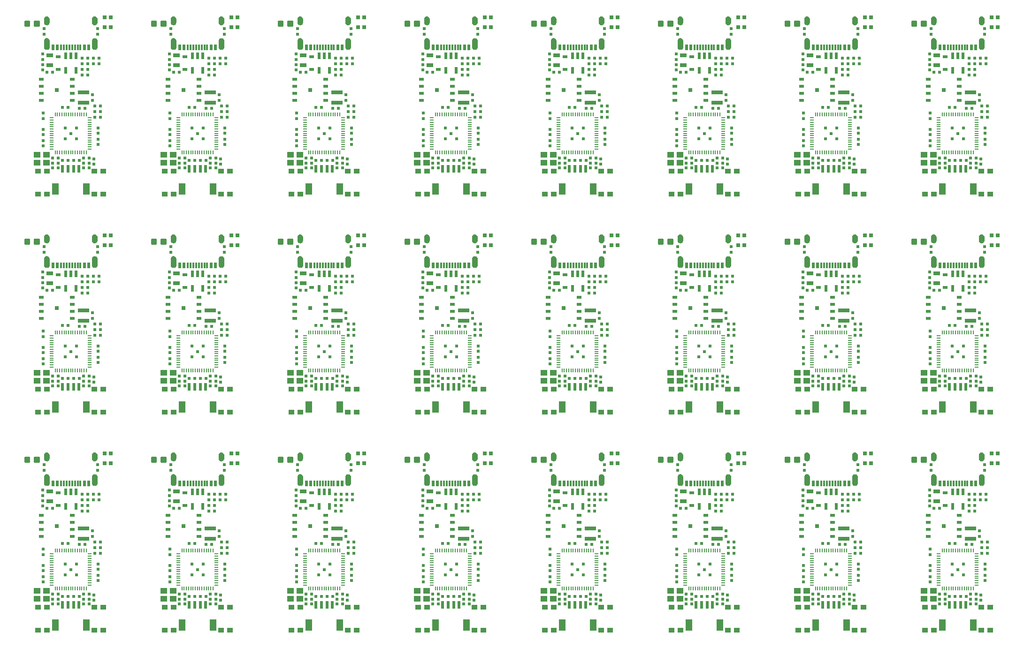
<source format=gtp>
G04 EAGLE Gerber RS-274X export*
G75*
%MOMM*%
%FSLAX34Y34*%
%LPD*%
%INSolderpaste Top*%
%IPPOS*%
%AMOC8*
5,1,8,0,0,1.08239X$1,22.5*%
G01*
%ADD10R,0.600000X0.600000*%
%ADD11C,0.300000*%
%ADD12R,1.200000X0.800000*%
%ADD13R,0.830000X0.630000*%
%ADD14R,0.550000X1.200000*%
%ADD15R,1.000000X0.900000*%
%ADD16R,1.200000X2.000000*%
%ADD17R,0.600000X1.350000*%
%ADD18R,0.300000X1.000000*%
%ADD19R,0.600000X1.000000*%
%ADD20R,1.200000X1.100000*%
%ADD21R,0.850000X0.500000*%
%ADD22R,0.800000X0.800000*%
%ADD23R,0.700000X0.700000*%
%ADD24R,0.650000X0.200000*%
%ADD25R,0.200000X0.650000*%
%ADD26R,2.000000X0.800000*%

G36*
X1646104Y265155D02*
X1646104Y265155D01*
X1646107Y265151D01*
X1647215Y265321D01*
X1647221Y265327D01*
X1647226Y265324D01*
X1648268Y265736D01*
X1648272Y265743D01*
X1648277Y265741D01*
X1649202Y266375D01*
X1649204Y266383D01*
X1649210Y266382D01*
X1649970Y267206D01*
X1649971Y267214D01*
X1649977Y267214D01*
X1650534Y268186D01*
X1650534Y268190D01*
X1650535Y268191D01*
X1650533Y268193D01*
X1650533Y268194D01*
X1650539Y268196D01*
X1650866Y269268D01*
X1650865Y269273D01*
X1650867Y269274D01*
X1650865Y269277D01*
X1650868Y269279D01*
X1650949Y270396D01*
X1650948Y270399D01*
X1650949Y270400D01*
X1650949Y282400D01*
X1650944Y282407D01*
X1650948Y282411D01*
X1650729Y283355D01*
X1650723Y283361D01*
X1650725Y283366D01*
X1650302Y284238D01*
X1650294Y284241D01*
X1650296Y284247D01*
X1649689Y285003D01*
X1649681Y285005D01*
X1649681Y285011D01*
X1648921Y285612D01*
X1648912Y285612D01*
X1648911Y285618D01*
X1648036Y286036D01*
X1648028Y286034D01*
X1648026Y286039D01*
X1647080Y286252D01*
X1647073Y286248D01*
X1647069Y286253D01*
X1646100Y286249D01*
X1646099Y286249D01*
X1645031Y286230D01*
X1645030Y286230D01*
X1645024Y286226D01*
X1645020Y286229D01*
X1643983Y285973D01*
X1643978Y285966D01*
X1643972Y285969D01*
X1643018Y285488D01*
X1643015Y285481D01*
X1643009Y285482D01*
X1642186Y284801D01*
X1642184Y284793D01*
X1642178Y284793D01*
X1641527Y283946D01*
X1641527Y283938D01*
X1641521Y283937D01*
X1641074Y282966D01*
X1641076Y282958D01*
X1641071Y282956D01*
X1640852Y281910D01*
X1640855Y281903D01*
X1640851Y281900D01*
X1640851Y269900D01*
X1640854Y269895D01*
X1640851Y269892D01*
X1641031Y268797D01*
X1641037Y268791D01*
X1641034Y268786D01*
X1641453Y267758D01*
X1641460Y267754D01*
X1641458Y267749D01*
X1642096Y266840D01*
X1642103Y266838D01*
X1642103Y266832D01*
X1642926Y266088D01*
X1642934Y266087D01*
X1642935Y266081D01*
X1643903Y265539D01*
X1643912Y265540D01*
X1643914Y265534D01*
X1644978Y265221D01*
X1644986Y265224D01*
X1644989Y265219D01*
X1646097Y265151D01*
X1646104Y265155D01*
G37*
G36*
X1417504Y658855D02*
X1417504Y658855D01*
X1417507Y658851D01*
X1418615Y659021D01*
X1418621Y659027D01*
X1418626Y659024D01*
X1419668Y659436D01*
X1419672Y659443D01*
X1419677Y659441D01*
X1420602Y660075D01*
X1420604Y660083D01*
X1420610Y660082D01*
X1421370Y660906D01*
X1421371Y660914D01*
X1421377Y660914D01*
X1421934Y661886D01*
X1421934Y661890D01*
X1421935Y661891D01*
X1421933Y661893D01*
X1421933Y661894D01*
X1421939Y661896D01*
X1422266Y662968D01*
X1422265Y662973D01*
X1422267Y662974D01*
X1422265Y662977D01*
X1422268Y662979D01*
X1422349Y664096D01*
X1422348Y664099D01*
X1422349Y664100D01*
X1422349Y676100D01*
X1422344Y676107D01*
X1422348Y676111D01*
X1422129Y677055D01*
X1422123Y677061D01*
X1422125Y677066D01*
X1421702Y677938D01*
X1421694Y677941D01*
X1421696Y677947D01*
X1421089Y678703D01*
X1421081Y678705D01*
X1421081Y678711D01*
X1420321Y679312D01*
X1420312Y679312D01*
X1420311Y679318D01*
X1419436Y679736D01*
X1419428Y679734D01*
X1419426Y679739D01*
X1418480Y679952D01*
X1418473Y679948D01*
X1418469Y679953D01*
X1417500Y679949D01*
X1417499Y679949D01*
X1416431Y679930D01*
X1416430Y679930D01*
X1416424Y679926D01*
X1416420Y679929D01*
X1415383Y679673D01*
X1415378Y679666D01*
X1415372Y679669D01*
X1414418Y679188D01*
X1414415Y679181D01*
X1414409Y679182D01*
X1413586Y678501D01*
X1413584Y678493D01*
X1413578Y678493D01*
X1412927Y677646D01*
X1412927Y677638D01*
X1412921Y677637D01*
X1412474Y676666D01*
X1412476Y676658D01*
X1412471Y676656D01*
X1412252Y675610D01*
X1412255Y675603D01*
X1412251Y675600D01*
X1412251Y663600D01*
X1412254Y663595D01*
X1412251Y663592D01*
X1412431Y662497D01*
X1412437Y662491D01*
X1412434Y662486D01*
X1412853Y661458D01*
X1412860Y661454D01*
X1412858Y661449D01*
X1413496Y660540D01*
X1413503Y660538D01*
X1413503Y660532D01*
X1414326Y659788D01*
X1414334Y659787D01*
X1414335Y659781D01*
X1415303Y659239D01*
X1415312Y659240D01*
X1415314Y659234D01*
X1416378Y658921D01*
X1416386Y658924D01*
X1416389Y658919D01*
X1417497Y658851D01*
X1417504Y658855D01*
G37*
G36*
X731704Y658855D02*
X731704Y658855D01*
X731707Y658851D01*
X732815Y659021D01*
X732821Y659027D01*
X732826Y659024D01*
X733868Y659436D01*
X733872Y659443D01*
X733877Y659441D01*
X734802Y660075D01*
X734804Y660083D01*
X734810Y660082D01*
X735570Y660906D01*
X735571Y660914D01*
X735577Y660914D01*
X736134Y661886D01*
X736134Y661890D01*
X736135Y661891D01*
X736133Y661893D01*
X736133Y661894D01*
X736139Y661896D01*
X736466Y662968D01*
X736465Y662973D01*
X736467Y662974D01*
X736465Y662977D01*
X736468Y662979D01*
X736549Y664096D01*
X736548Y664099D01*
X736549Y664100D01*
X736549Y676100D01*
X736544Y676107D01*
X736548Y676111D01*
X736329Y677055D01*
X736323Y677061D01*
X736325Y677066D01*
X735902Y677938D01*
X735894Y677941D01*
X735896Y677947D01*
X735289Y678703D01*
X735281Y678705D01*
X735281Y678711D01*
X734521Y679312D01*
X734512Y679312D01*
X734511Y679318D01*
X733636Y679736D01*
X733628Y679734D01*
X733626Y679739D01*
X732680Y679952D01*
X732673Y679948D01*
X732669Y679953D01*
X731700Y679949D01*
X731699Y679949D01*
X730631Y679930D01*
X730630Y679930D01*
X730624Y679926D01*
X730620Y679929D01*
X729583Y679673D01*
X729578Y679666D01*
X729572Y679669D01*
X728618Y679188D01*
X728615Y679181D01*
X728609Y679182D01*
X727786Y678501D01*
X727784Y678493D01*
X727778Y678493D01*
X727127Y677646D01*
X727127Y677638D01*
X727121Y677637D01*
X726674Y676666D01*
X726676Y676658D01*
X726671Y676656D01*
X726452Y675610D01*
X726455Y675603D01*
X726451Y675600D01*
X726451Y663600D01*
X726454Y663595D01*
X726451Y663592D01*
X726631Y662497D01*
X726637Y662491D01*
X726634Y662486D01*
X727053Y661458D01*
X727060Y661454D01*
X727058Y661449D01*
X727696Y660540D01*
X727703Y660538D01*
X727703Y660532D01*
X728526Y659788D01*
X728534Y659787D01*
X728535Y659781D01*
X729503Y659239D01*
X729512Y659240D01*
X729514Y659234D01*
X730578Y658921D01*
X730586Y658924D01*
X730589Y658919D01*
X731697Y658851D01*
X731704Y658855D01*
G37*
G36*
X503104Y658855D02*
X503104Y658855D01*
X503107Y658851D01*
X504215Y659021D01*
X504221Y659027D01*
X504226Y659024D01*
X505268Y659436D01*
X505272Y659443D01*
X505277Y659441D01*
X506202Y660075D01*
X506204Y660083D01*
X506210Y660082D01*
X506970Y660906D01*
X506971Y660914D01*
X506977Y660914D01*
X507534Y661886D01*
X507534Y661890D01*
X507535Y661891D01*
X507533Y661893D01*
X507533Y661894D01*
X507539Y661896D01*
X507866Y662968D01*
X507865Y662973D01*
X507867Y662974D01*
X507865Y662977D01*
X507868Y662979D01*
X507949Y664096D01*
X507948Y664099D01*
X507949Y664100D01*
X507949Y676100D01*
X507944Y676107D01*
X507948Y676111D01*
X507729Y677055D01*
X507723Y677061D01*
X507725Y677066D01*
X507302Y677938D01*
X507294Y677941D01*
X507296Y677947D01*
X506689Y678703D01*
X506681Y678705D01*
X506681Y678711D01*
X505921Y679312D01*
X505912Y679312D01*
X505911Y679318D01*
X505036Y679736D01*
X505028Y679734D01*
X505026Y679739D01*
X504080Y679952D01*
X504073Y679948D01*
X504069Y679953D01*
X503100Y679949D01*
X503099Y679949D01*
X502031Y679930D01*
X502030Y679930D01*
X502024Y679926D01*
X502020Y679929D01*
X500983Y679673D01*
X500978Y679666D01*
X500972Y679669D01*
X500018Y679188D01*
X500015Y679181D01*
X500009Y679182D01*
X499186Y678501D01*
X499184Y678493D01*
X499178Y678493D01*
X498527Y677646D01*
X498527Y677638D01*
X498521Y677637D01*
X498074Y676666D01*
X498076Y676658D01*
X498071Y676656D01*
X497852Y675610D01*
X497855Y675603D01*
X497851Y675600D01*
X497851Y663600D01*
X497854Y663595D01*
X497851Y663592D01*
X498031Y662497D01*
X498037Y662491D01*
X498034Y662486D01*
X498453Y661458D01*
X498460Y661454D01*
X498458Y661449D01*
X499096Y660540D01*
X499103Y660538D01*
X499103Y660532D01*
X499926Y659788D01*
X499934Y659787D01*
X499935Y659781D01*
X500903Y659239D01*
X500912Y659240D01*
X500914Y659234D01*
X501978Y658921D01*
X501986Y658924D01*
X501989Y658919D01*
X503097Y658851D01*
X503104Y658855D01*
G37*
G36*
X45904Y658855D02*
X45904Y658855D01*
X45907Y658851D01*
X47015Y659021D01*
X47021Y659027D01*
X47026Y659024D01*
X48068Y659436D01*
X48072Y659443D01*
X48077Y659441D01*
X49002Y660075D01*
X49004Y660083D01*
X49010Y660082D01*
X49770Y660906D01*
X49771Y660914D01*
X49777Y660914D01*
X50334Y661886D01*
X50334Y661890D01*
X50335Y661891D01*
X50333Y661893D01*
X50333Y661894D01*
X50339Y661896D01*
X50666Y662968D01*
X50665Y662973D01*
X50667Y662974D01*
X50665Y662977D01*
X50668Y662979D01*
X50749Y664096D01*
X50748Y664099D01*
X50749Y664100D01*
X50749Y676100D01*
X50744Y676107D01*
X50748Y676111D01*
X50529Y677055D01*
X50523Y677061D01*
X50525Y677066D01*
X50102Y677938D01*
X50094Y677941D01*
X50096Y677947D01*
X49489Y678703D01*
X49481Y678705D01*
X49481Y678711D01*
X48721Y679312D01*
X48712Y679312D01*
X48711Y679318D01*
X47836Y679736D01*
X47828Y679734D01*
X47826Y679739D01*
X46880Y679952D01*
X46873Y679948D01*
X46869Y679953D01*
X45900Y679949D01*
X45899Y679949D01*
X44831Y679930D01*
X44830Y679930D01*
X44824Y679926D01*
X44820Y679929D01*
X43783Y679673D01*
X43778Y679666D01*
X43772Y679669D01*
X42818Y679188D01*
X42815Y679181D01*
X42809Y679182D01*
X41986Y678501D01*
X41984Y678493D01*
X41978Y678493D01*
X41327Y677646D01*
X41327Y677638D01*
X41321Y677637D01*
X40874Y676666D01*
X40876Y676658D01*
X40871Y676656D01*
X40652Y675610D01*
X40655Y675603D01*
X40651Y675600D01*
X40651Y663600D01*
X40654Y663595D01*
X40651Y663592D01*
X40831Y662497D01*
X40837Y662491D01*
X40834Y662486D01*
X41253Y661458D01*
X41260Y661454D01*
X41258Y661449D01*
X41896Y660540D01*
X41903Y660538D01*
X41903Y660532D01*
X42726Y659788D01*
X42734Y659787D01*
X42735Y659781D01*
X43703Y659239D01*
X43712Y659240D01*
X43714Y659234D01*
X44778Y658921D01*
X44786Y658924D01*
X44789Y658919D01*
X45897Y658851D01*
X45904Y658855D01*
G37*
G36*
X1188904Y658855D02*
X1188904Y658855D01*
X1188907Y658851D01*
X1190015Y659021D01*
X1190021Y659027D01*
X1190026Y659024D01*
X1191068Y659436D01*
X1191072Y659443D01*
X1191077Y659441D01*
X1192002Y660075D01*
X1192004Y660083D01*
X1192010Y660082D01*
X1192770Y660906D01*
X1192771Y660914D01*
X1192777Y660914D01*
X1193334Y661886D01*
X1193334Y661890D01*
X1193335Y661891D01*
X1193333Y661893D01*
X1193333Y661894D01*
X1193339Y661896D01*
X1193666Y662968D01*
X1193665Y662973D01*
X1193667Y662974D01*
X1193665Y662977D01*
X1193668Y662979D01*
X1193749Y664096D01*
X1193748Y664099D01*
X1193749Y664100D01*
X1193749Y676100D01*
X1193744Y676107D01*
X1193748Y676111D01*
X1193529Y677055D01*
X1193523Y677061D01*
X1193525Y677066D01*
X1193102Y677938D01*
X1193094Y677941D01*
X1193096Y677947D01*
X1192489Y678703D01*
X1192481Y678705D01*
X1192481Y678711D01*
X1191721Y679312D01*
X1191712Y679312D01*
X1191711Y679318D01*
X1190836Y679736D01*
X1190828Y679734D01*
X1190826Y679739D01*
X1189880Y679952D01*
X1189873Y679948D01*
X1189869Y679953D01*
X1188900Y679949D01*
X1188899Y679949D01*
X1187831Y679930D01*
X1187830Y679930D01*
X1187824Y679926D01*
X1187820Y679929D01*
X1186783Y679673D01*
X1186778Y679666D01*
X1186772Y679669D01*
X1185818Y679188D01*
X1185815Y679181D01*
X1185809Y679182D01*
X1184986Y678501D01*
X1184984Y678493D01*
X1184978Y678493D01*
X1184327Y677646D01*
X1184327Y677638D01*
X1184321Y677637D01*
X1183874Y676666D01*
X1183876Y676658D01*
X1183871Y676656D01*
X1183652Y675610D01*
X1183655Y675603D01*
X1183651Y675600D01*
X1183651Y663600D01*
X1183654Y663595D01*
X1183651Y663592D01*
X1183831Y662497D01*
X1183837Y662491D01*
X1183834Y662486D01*
X1184253Y661458D01*
X1184260Y661454D01*
X1184258Y661449D01*
X1184896Y660540D01*
X1184903Y660538D01*
X1184903Y660532D01*
X1185726Y659788D01*
X1185734Y659787D01*
X1185735Y659781D01*
X1186703Y659239D01*
X1186712Y659240D01*
X1186714Y659234D01*
X1187778Y658921D01*
X1187786Y658924D01*
X1187789Y658919D01*
X1188897Y658851D01*
X1188904Y658855D01*
G37*
G36*
X1646104Y658855D02*
X1646104Y658855D01*
X1646107Y658851D01*
X1647215Y659021D01*
X1647221Y659027D01*
X1647226Y659024D01*
X1648268Y659436D01*
X1648272Y659443D01*
X1648277Y659441D01*
X1649202Y660075D01*
X1649204Y660083D01*
X1649210Y660082D01*
X1649970Y660906D01*
X1649971Y660914D01*
X1649977Y660914D01*
X1650534Y661886D01*
X1650534Y661890D01*
X1650535Y661891D01*
X1650533Y661893D01*
X1650533Y661894D01*
X1650539Y661896D01*
X1650866Y662968D01*
X1650865Y662973D01*
X1650867Y662974D01*
X1650865Y662977D01*
X1650868Y662979D01*
X1650949Y664096D01*
X1650948Y664099D01*
X1650949Y664100D01*
X1650949Y676100D01*
X1650944Y676107D01*
X1650948Y676111D01*
X1650729Y677055D01*
X1650723Y677061D01*
X1650725Y677066D01*
X1650302Y677938D01*
X1650294Y677941D01*
X1650296Y677947D01*
X1649689Y678703D01*
X1649681Y678705D01*
X1649681Y678711D01*
X1648921Y679312D01*
X1648912Y679312D01*
X1648911Y679318D01*
X1648036Y679736D01*
X1648028Y679734D01*
X1648026Y679739D01*
X1647080Y679952D01*
X1647073Y679948D01*
X1647069Y679953D01*
X1646100Y679949D01*
X1646099Y679949D01*
X1645031Y679930D01*
X1645030Y679930D01*
X1645024Y679926D01*
X1645020Y679929D01*
X1643983Y679673D01*
X1643978Y679666D01*
X1643972Y679669D01*
X1643018Y679188D01*
X1643015Y679181D01*
X1643009Y679182D01*
X1642186Y678501D01*
X1642184Y678493D01*
X1642178Y678493D01*
X1641527Y677646D01*
X1641527Y677638D01*
X1641521Y677637D01*
X1641074Y676666D01*
X1641076Y676658D01*
X1641071Y676656D01*
X1640852Y675610D01*
X1640855Y675603D01*
X1640851Y675600D01*
X1640851Y663600D01*
X1640854Y663595D01*
X1640851Y663592D01*
X1641031Y662497D01*
X1641037Y662491D01*
X1641034Y662486D01*
X1641453Y661458D01*
X1641460Y661454D01*
X1641458Y661449D01*
X1642096Y660540D01*
X1642103Y660538D01*
X1642103Y660532D01*
X1642926Y659788D01*
X1642934Y659787D01*
X1642935Y659781D01*
X1643903Y659239D01*
X1643912Y659240D01*
X1643914Y659234D01*
X1644978Y658921D01*
X1644986Y658924D01*
X1644989Y658919D01*
X1646097Y658851D01*
X1646104Y658855D01*
G37*
G36*
X274504Y658855D02*
X274504Y658855D01*
X274507Y658851D01*
X275615Y659021D01*
X275621Y659027D01*
X275626Y659024D01*
X276668Y659436D01*
X276672Y659443D01*
X276677Y659441D01*
X277602Y660075D01*
X277604Y660083D01*
X277610Y660082D01*
X278370Y660906D01*
X278371Y660914D01*
X278377Y660914D01*
X278934Y661886D01*
X278934Y661890D01*
X278935Y661891D01*
X278933Y661893D01*
X278933Y661894D01*
X278939Y661896D01*
X279266Y662968D01*
X279265Y662973D01*
X279267Y662974D01*
X279265Y662977D01*
X279268Y662979D01*
X279349Y664096D01*
X279348Y664099D01*
X279349Y664100D01*
X279349Y676100D01*
X279344Y676107D01*
X279348Y676111D01*
X279129Y677055D01*
X279123Y677061D01*
X279125Y677066D01*
X278702Y677938D01*
X278694Y677941D01*
X278696Y677947D01*
X278089Y678703D01*
X278081Y678705D01*
X278081Y678711D01*
X277321Y679312D01*
X277312Y679312D01*
X277311Y679318D01*
X276436Y679736D01*
X276428Y679734D01*
X276426Y679739D01*
X275480Y679952D01*
X275473Y679948D01*
X275469Y679953D01*
X274500Y679949D01*
X274499Y679949D01*
X273431Y679930D01*
X273430Y679930D01*
X273424Y679926D01*
X273420Y679929D01*
X272383Y679673D01*
X272378Y679666D01*
X272372Y679669D01*
X271418Y679188D01*
X271415Y679181D01*
X271409Y679182D01*
X270586Y678501D01*
X270584Y678493D01*
X270578Y678493D01*
X269927Y677646D01*
X269927Y677638D01*
X269921Y677637D01*
X269474Y676666D01*
X269476Y676658D01*
X269471Y676656D01*
X269252Y675610D01*
X269255Y675603D01*
X269251Y675600D01*
X269251Y663600D01*
X269254Y663595D01*
X269251Y663592D01*
X269431Y662497D01*
X269437Y662491D01*
X269434Y662486D01*
X269853Y661458D01*
X269860Y661454D01*
X269858Y661449D01*
X270496Y660540D01*
X270503Y660538D01*
X270503Y660532D01*
X271326Y659788D01*
X271334Y659787D01*
X271335Y659781D01*
X272303Y659239D01*
X272312Y659240D01*
X272314Y659234D01*
X273378Y658921D01*
X273386Y658924D01*
X273389Y658919D01*
X274497Y658851D01*
X274504Y658855D01*
G37*
G36*
X45904Y265155D02*
X45904Y265155D01*
X45907Y265151D01*
X47015Y265321D01*
X47021Y265327D01*
X47026Y265324D01*
X48068Y265736D01*
X48072Y265743D01*
X48077Y265741D01*
X49002Y266375D01*
X49004Y266383D01*
X49010Y266382D01*
X49770Y267206D01*
X49771Y267214D01*
X49777Y267214D01*
X50334Y268186D01*
X50334Y268190D01*
X50335Y268191D01*
X50333Y268193D01*
X50333Y268194D01*
X50339Y268196D01*
X50666Y269268D01*
X50665Y269273D01*
X50667Y269274D01*
X50665Y269277D01*
X50668Y269279D01*
X50749Y270396D01*
X50748Y270399D01*
X50749Y270400D01*
X50749Y282400D01*
X50744Y282407D01*
X50748Y282411D01*
X50529Y283355D01*
X50523Y283361D01*
X50525Y283366D01*
X50102Y284238D01*
X50094Y284241D01*
X50096Y284247D01*
X49489Y285003D01*
X49481Y285005D01*
X49481Y285011D01*
X48721Y285612D01*
X48712Y285612D01*
X48711Y285618D01*
X47836Y286036D01*
X47828Y286034D01*
X47826Y286039D01*
X46880Y286252D01*
X46873Y286248D01*
X46869Y286253D01*
X45900Y286249D01*
X45899Y286249D01*
X44831Y286230D01*
X44830Y286230D01*
X44824Y286226D01*
X44820Y286229D01*
X43783Y285973D01*
X43778Y285966D01*
X43772Y285969D01*
X42818Y285488D01*
X42815Y285481D01*
X42809Y285482D01*
X41986Y284801D01*
X41984Y284793D01*
X41978Y284793D01*
X41327Y283946D01*
X41327Y283938D01*
X41321Y283937D01*
X40874Y282966D01*
X40876Y282958D01*
X40871Y282956D01*
X40652Y281910D01*
X40655Y281903D01*
X40651Y281900D01*
X40651Y269900D01*
X40654Y269895D01*
X40651Y269892D01*
X40831Y268797D01*
X40837Y268791D01*
X40834Y268786D01*
X41253Y267758D01*
X41260Y267754D01*
X41258Y267749D01*
X41896Y266840D01*
X41903Y266838D01*
X41903Y266832D01*
X42726Y266088D01*
X42734Y266087D01*
X42735Y266081D01*
X43703Y265539D01*
X43712Y265540D01*
X43714Y265534D01*
X44778Y265221D01*
X44786Y265224D01*
X44789Y265219D01*
X45897Y265151D01*
X45904Y265155D01*
G37*
G36*
X503104Y265155D02*
X503104Y265155D01*
X503107Y265151D01*
X504215Y265321D01*
X504221Y265327D01*
X504226Y265324D01*
X505268Y265736D01*
X505272Y265743D01*
X505277Y265741D01*
X506202Y266375D01*
X506204Y266383D01*
X506210Y266382D01*
X506970Y267206D01*
X506971Y267214D01*
X506977Y267214D01*
X507534Y268186D01*
X507534Y268190D01*
X507535Y268191D01*
X507533Y268193D01*
X507533Y268194D01*
X507539Y268196D01*
X507866Y269268D01*
X507865Y269273D01*
X507867Y269274D01*
X507865Y269277D01*
X507868Y269279D01*
X507949Y270396D01*
X507948Y270399D01*
X507949Y270400D01*
X507949Y282400D01*
X507944Y282407D01*
X507948Y282411D01*
X507729Y283355D01*
X507723Y283361D01*
X507725Y283366D01*
X507302Y284238D01*
X507294Y284241D01*
X507296Y284247D01*
X506689Y285003D01*
X506681Y285005D01*
X506681Y285011D01*
X505921Y285612D01*
X505912Y285612D01*
X505911Y285618D01*
X505036Y286036D01*
X505028Y286034D01*
X505026Y286039D01*
X504080Y286252D01*
X504073Y286248D01*
X504069Y286253D01*
X503100Y286249D01*
X503099Y286249D01*
X502031Y286230D01*
X502030Y286230D01*
X502024Y286226D01*
X502020Y286229D01*
X500983Y285973D01*
X500978Y285966D01*
X500972Y285969D01*
X500018Y285488D01*
X500015Y285481D01*
X500009Y285482D01*
X499186Y284801D01*
X499184Y284793D01*
X499178Y284793D01*
X498527Y283946D01*
X498527Y283938D01*
X498521Y283937D01*
X498074Y282966D01*
X498076Y282958D01*
X498071Y282956D01*
X497852Y281910D01*
X497855Y281903D01*
X497851Y281900D01*
X497851Y269900D01*
X497854Y269895D01*
X497851Y269892D01*
X498031Y268797D01*
X498037Y268791D01*
X498034Y268786D01*
X498453Y267758D01*
X498460Y267754D01*
X498458Y267749D01*
X499096Y266840D01*
X499103Y266838D01*
X499103Y266832D01*
X499926Y266088D01*
X499934Y266087D01*
X499935Y266081D01*
X500903Y265539D01*
X500912Y265540D01*
X500914Y265534D01*
X501978Y265221D01*
X501986Y265224D01*
X501989Y265219D01*
X503097Y265151D01*
X503104Y265155D01*
G37*
G36*
X1188904Y265155D02*
X1188904Y265155D01*
X1188907Y265151D01*
X1190015Y265321D01*
X1190021Y265327D01*
X1190026Y265324D01*
X1191068Y265736D01*
X1191072Y265743D01*
X1191077Y265741D01*
X1192002Y266375D01*
X1192004Y266383D01*
X1192010Y266382D01*
X1192770Y267206D01*
X1192771Y267214D01*
X1192777Y267214D01*
X1193334Y268186D01*
X1193334Y268190D01*
X1193335Y268191D01*
X1193333Y268193D01*
X1193333Y268194D01*
X1193339Y268196D01*
X1193666Y269268D01*
X1193665Y269273D01*
X1193667Y269274D01*
X1193665Y269277D01*
X1193668Y269279D01*
X1193749Y270396D01*
X1193748Y270399D01*
X1193749Y270400D01*
X1193749Y282400D01*
X1193744Y282407D01*
X1193748Y282411D01*
X1193529Y283355D01*
X1193523Y283361D01*
X1193525Y283366D01*
X1193102Y284238D01*
X1193094Y284241D01*
X1193096Y284247D01*
X1192489Y285003D01*
X1192481Y285005D01*
X1192481Y285011D01*
X1191721Y285612D01*
X1191712Y285612D01*
X1191711Y285618D01*
X1190836Y286036D01*
X1190828Y286034D01*
X1190826Y286039D01*
X1189880Y286252D01*
X1189873Y286248D01*
X1189869Y286253D01*
X1188900Y286249D01*
X1188899Y286249D01*
X1187831Y286230D01*
X1187830Y286230D01*
X1187824Y286226D01*
X1187820Y286229D01*
X1186783Y285973D01*
X1186778Y285966D01*
X1186772Y285969D01*
X1185818Y285488D01*
X1185815Y285481D01*
X1185809Y285482D01*
X1184986Y284801D01*
X1184984Y284793D01*
X1184978Y284793D01*
X1184327Y283946D01*
X1184327Y283938D01*
X1184321Y283937D01*
X1183874Y282966D01*
X1183876Y282958D01*
X1183871Y282956D01*
X1183652Y281910D01*
X1183655Y281903D01*
X1183651Y281900D01*
X1183651Y269900D01*
X1183654Y269895D01*
X1183651Y269892D01*
X1183831Y268797D01*
X1183837Y268791D01*
X1183834Y268786D01*
X1184253Y267758D01*
X1184260Y267754D01*
X1184258Y267749D01*
X1184896Y266840D01*
X1184903Y266838D01*
X1184903Y266832D01*
X1185726Y266088D01*
X1185734Y266087D01*
X1185735Y266081D01*
X1186703Y265539D01*
X1186712Y265540D01*
X1186714Y265534D01*
X1187778Y265221D01*
X1187786Y265224D01*
X1187789Y265219D01*
X1188897Y265151D01*
X1188904Y265155D01*
G37*
G36*
X274504Y265155D02*
X274504Y265155D01*
X274507Y265151D01*
X275615Y265321D01*
X275621Y265327D01*
X275626Y265324D01*
X276668Y265736D01*
X276672Y265743D01*
X276677Y265741D01*
X277602Y266375D01*
X277604Y266383D01*
X277610Y266382D01*
X278370Y267206D01*
X278371Y267214D01*
X278377Y267214D01*
X278934Y268186D01*
X278934Y268190D01*
X278935Y268191D01*
X278933Y268193D01*
X278933Y268194D01*
X278939Y268196D01*
X279266Y269268D01*
X279265Y269273D01*
X279267Y269274D01*
X279265Y269277D01*
X279268Y269279D01*
X279349Y270396D01*
X279348Y270399D01*
X279349Y270400D01*
X279349Y282400D01*
X279344Y282407D01*
X279348Y282411D01*
X279129Y283355D01*
X279123Y283361D01*
X279125Y283366D01*
X278702Y284238D01*
X278694Y284241D01*
X278696Y284247D01*
X278089Y285003D01*
X278081Y285005D01*
X278081Y285011D01*
X277321Y285612D01*
X277312Y285612D01*
X277311Y285618D01*
X276436Y286036D01*
X276428Y286034D01*
X276426Y286039D01*
X275480Y286252D01*
X275473Y286248D01*
X275469Y286253D01*
X274500Y286249D01*
X274499Y286249D01*
X273431Y286230D01*
X273430Y286230D01*
X273424Y286226D01*
X273420Y286229D01*
X272383Y285973D01*
X272378Y285966D01*
X272372Y285969D01*
X271418Y285488D01*
X271415Y285481D01*
X271409Y285482D01*
X270586Y284801D01*
X270584Y284793D01*
X270578Y284793D01*
X269927Y283946D01*
X269927Y283938D01*
X269921Y283937D01*
X269474Y282966D01*
X269476Y282958D01*
X269471Y282956D01*
X269252Y281910D01*
X269255Y281903D01*
X269251Y281900D01*
X269251Y269900D01*
X269254Y269895D01*
X269251Y269892D01*
X269431Y268797D01*
X269437Y268791D01*
X269434Y268786D01*
X269853Y267758D01*
X269860Y267754D01*
X269858Y267749D01*
X270496Y266840D01*
X270503Y266838D01*
X270503Y266832D01*
X271326Y266088D01*
X271334Y266087D01*
X271335Y266081D01*
X272303Y265539D01*
X272312Y265540D01*
X272314Y265534D01*
X273378Y265221D01*
X273386Y265224D01*
X273389Y265219D01*
X274497Y265151D01*
X274504Y265155D01*
G37*
G36*
X960304Y658855D02*
X960304Y658855D01*
X960307Y658851D01*
X961415Y659021D01*
X961421Y659027D01*
X961426Y659024D01*
X962468Y659436D01*
X962472Y659443D01*
X962477Y659441D01*
X963402Y660075D01*
X963404Y660083D01*
X963410Y660082D01*
X964170Y660906D01*
X964171Y660914D01*
X964177Y660914D01*
X964734Y661886D01*
X964734Y661890D01*
X964735Y661891D01*
X964733Y661893D01*
X964733Y661894D01*
X964739Y661896D01*
X965066Y662968D01*
X965065Y662973D01*
X965067Y662974D01*
X965065Y662977D01*
X965068Y662979D01*
X965149Y664096D01*
X965148Y664099D01*
X965149Y664100D01*
X965149Y676100D01*
X965144Y676107D01*
X965148Y676111D01*
X964929Y677055D01*
X964923Y677061D01*
X964925Y677066D01*
X964502Y677938D01*
X964494Y677941D01*
X964496Y677947D01*
X963889Y678703D01*
X963881Y678705D01*
X963881Y678711D01*
X963121Y679312D01*
X963112Y679312D01*
X963111Y679318D01*
X962236Y679736D01*
X962228Y679734D01*
X962226Y679739D01*
X961280Y679952D01*
X961273Y679948D01*
X961269Y679953D01*
X960300Y679949D01*
X960299Y679949D01*
X959231Y679930D01*
X959230Y679930D01*
X959224Y679926D01*
X959220Y679929D01*
X958183Y679673D01*
X958178Y679666D01*
X958172Y679669D01*
X957218Y679188D01*
X957215Y679181D01*
X957209Y679182D01*
X956386Y678501D01*
X956384Y678493D01*
X956378Y678493D01*
X955727Y677646D01*
X955727Y677638D01*
X955721Y677637D01*
X955274Y676666D01*
X955276Y676658D01*
X955271Y676656D01*
X955052Y675610D01*
X955055Y675603D01*
X955051Y675600D01*
X955051Y663600D01*
X955054Y663595D01*
X955051Y663592D01*
X955231Y662497D01*
X955237Y662491D01*
X955234Y662486D01*
X955653Y661458D01*
X955660Y661454D01*
X955658Y661449D01*
X956296Y660540D01*
X956303Y660538D01*
X956303Y660532D01*
X957126Y659788D01*
X957134Y659787D01*
X957135Y659781D01*
X958103Y659239D01*
X958112Y659240D01*
X958114Y659234D01*
X959178Y658921D01*
X959186Y658924D01*
X959189Y658919D01*
X960297Y658851D01*
X960304Y658855D01*
G37*
G36*
X1417504Y265155D02*
X1417504Y265155D01*
X1417507Y265151D01*
X1418615Y265321D01*
X1418621Y265327D01*
X1418626Y265324D01*
X1419668Y265736D01*
X1419672Y265743D01*
X1419677Y265741D01*
X1420602Y266375D01*
X1420604Y266383D01*
X1420610Y266382D01*
X1421370Y267206D01*
X1421371Y267214D01*
X1421377Y267214D01*
X1421934Y268186D01*
X1421934Y268190D01*
X1421935Y268191D01*
X1421933Y268193D01*
X1421933Y268194D01*
X1421939Y268196D01*
X1422266Y269268D01*
X1422265Y269273D01*
X1422267Y269274D01*
X1422265Y269277D01*
X1422268Y269279D01*
X1422349Y270396D01*
X1422348Y270399D01*
X1422349Y270400D01*
X1422349Y282400D01*
X1422344Y282407D01*
X1422348Y282411D01*
X1422129Y283355D01*
X1422123Y283361D01*
X1422125Y283366D01*
X1421702Y284238D01*
X1421694Y284241D01*
X1421696Y284247D01*
X1421089Y285003D01*
X1421081Y285005D01*
X1421081Y285011D01*
X1420321Y285612D01*
X1420312Y285612D01*
X1420311Y285618D01*
X1419436Y286036D01*
X1419428Y286034D01*
X1419426Y286039D01*
X1418480Y286252D01*
X1418473Y286248D01*
X1418469Y286253D01*
X1417500Y286249D01*
X1417499Y286249D01*
X1416431Y286230D01*
X1416430Y286230D01*
X1416424Y286226D01*
X1416420Y286229D01*
X1415383Y285973D01*
X1415378Y285966D01*
X1415372Y285969D01*
X1414418Y285488D01*
X1414415Y285481D01*
X1414409Y285482D01*
X1413586Y284801D01*
X1413584Y284793D01*
X1413578Y284793D01*
X1412927Y283946D01*
X1412927Y283938D01*
X1412921Y283937D01*
X1412474Y282966D01*
X1412476Y282958D01*
X1412471Y282956D01*
X1412252Y281910D01*
X1412255Y281903D01*
X1412251Y281900D01*
X1412251Y269900D01*
X1412254Y269895D01*
X1412251Y269892D01*
X1412431Y268797D01*
X1412437Y268791D01*
X1412434Y268786D01*
X1412853Y267758D01*
X1412860Y267754D01*
X1412858Y267749D01*
X1413496Y266840D01*
X1413503Y266838D01*
X1413503Y266832D01*
X1414326Y266088D01*
X1414334Y266087D01*
X1414335Y266081D01*
X1415303Y265539D01*
X1415312Y265540D01*
X1415314Y265534D01*
X1416378Y265221D01*
X1416386Y265224D01*
X1416389Y265219D01*
X1417497Y265151D01*
X1417504Y265155D01*
G37*
G36*
X731704Y265155D02*
X731704Y265155D01*
X731707Y265151D01*
X732815Y265321D01*
X732821Y265327D01*
X732826Y265324D01*
X733868Y265736D01*
X733872Y265743D01*
X733877Y265741D01*
X734802Y266375D01*
X734804Y266383D01*
X734810Y266382D01*
X735570Y267206D01*
X735571Y267214D01*
X735577Y267214D01*
X736134Y268186D01*
X736134Y268190D01*
X736135Y268191D01*
X736133Y268193D01*
X736133Y268194D01*
X736139Y268196D01*
X736466Y269268D01*
X736465Y269273D01*
X736467Y269274D01*
X736465Y269277D01*
X736468Y269279D01*
X736549Y270396D01*
X736548Y270399D01*
X736549Y270400D01*
X736549Y282400D01*
X736544Y282407D01*
X736548Y282411D01*
X736329Y283355D01*
X736323Y283361D01*
X736325Y283366D01*
X735902Y284238D01*
X735894Y284241D01*
X735896Y284247D01*
X735289Y285003D01*
X735281Y285005D01*
X735281Y285011D01*
X734521Y285612D01*
X734512Y285612D01*
X734511Y285618D01*
X733636Y286036D01*
X733628Y286034D01*
X733626Y286039D01*
X732680Y286252D01*
X732673Y286248D01*
X732669Y286253D01*
X731700Y286249D01*
X731699Y286249D01*
X730631Y286230D01*
X730630Y286230D01*
X730624Y286226D01*
X730620Y286229D01*
X729583Y285973D01*
X729578Y285966D01*
X729572Y285969D01*
X728618Y285488D01*
X728615Y285481D01*
X728609Y285482D01*
X727786Y284801D01*
X727784Y284793D01*
X727778Y284793D01*
X727127Y283946D01*
X727127Y283938D01*
X727121Y283937D01*
X726674Y282966D01*
X726676Y282958D01*
X726671Y282956D01*
X726452Y281910D01*
X726455Y281903D01*
X726451Y281900D01*
X726451Y269900D01*
X726454Y269895D01*
X726451Y269892D01*
X726631Y268797D01*
X726637Y268791D01*
X726634Y268786D01*
X727053Y267758D01*
X727060Y267754D01*
X727058Y267749D01*
X727696Y266840D01*
X727703Y266838D01*
X727703Y266832D01*
X728526Y266088D01*
X728534Y266087D01*
X728535Y266081D01*
X729503Y265539D01*
X729512Y265540D01*
X729514Y265534D01*
X730578Y265221D01*
X730586Y265224D01*
X730589Y265219D01*
X731697Y265151D01*
X731704Y265155D01*
G37*
G36*
X960304Y265155D02*
X960304Y265155D01*
X960307Y265151D01*
X961415Y265321D01*
X961421Y265327D01*
X961426Y265324D01*
X962468Y265736D01*
X962472Y265743D01*
X962477Y265741D01*
X963402Y266375D01*
X963404Y266383D01*
X963410Y266382D01*
X964170Y267206D01*
X964171Y267214D01*
X964177Y267214D01*
X964734Y268186D01*
X964734Y268190D01*
X964735Y268191D01*
X964733Y268193D01*
X964733Y268194D01*
X964739Y268196D01*
X965066Y269268D01*
X965065Y269273D01*
X965067Y269274D01*
X965065Y269277D01*
X965068Y269279D01*
X965149Y270396D01*
X965148Y270399D01*
X965149Y270400D01*
X965149Y282400D01*
X965144Y282407D01*
X965148Y282411D01*
X964929Y283355D01*
X964923Y283361D01*
X964925Y283366D01*
X964502Y284238D01*
X964494Y284241D01*
X964496Y284247D01*
X963889Y285003D01*
X963881Y285005D01*
X963881Y285011D01*
X963121Y285612D01*
X963112Y285612D01*
X963111Y285618D01*
X962236Y286036D01*
X962228Y286034D01*
X962226Y286039D01*
X961280Y286252D01*
X961273Y286248D01*
X961269Y286253D01*
X960300Y286249D01*
X960299Y286249D01*
X959231Y286230D01*
X959230Y286230D01*
X959224Y286226D01*
X959220Y286229D01*
X958183Y285973D01*
X958178Y285966D01*
X958172Y285969D01*
X957218Y285488D01*
X957215Y285481D01*
X957209Y285482D01*
X956386Y284801D01*
X956384Y284793D01*
X956378Y284793D01*
X955727Y283946D01*
X955727Y283938D01*
X955721Y283937D01*
X955274Y282966D01*
X955276Y282958D01*
X955271Y282956D01*
X955052Y281910D01*
X955055Y281903D01*
X955051Y281900D01*
X955051Y269900D01*
X955054Y269895D01*
X955051Y269892D01*
X955231Y268797D01*
X955237Y268791D01*
X955234Y268786D01*
X955653Y267758D01*
X955660Y267754D01*
X955658Y267749D01*
X956296Y266840D01*
X956303Y266838D01*
X956303Y266832D01*
X957126Y266088D01*
X957134Y266087D01*
X957135Y266081D01*
X958103Y265539D01*
X958112Y265540D01*
X958114Y265534D01*
X959178Y265221D01*
X959186Y265224D01*
X959189Y265219D01*
X960297Y265151D01*
X960304Y265155D01*
G37*
G36*
X45904Y1052555D02*
X45904Y1052555D01*
X45907Y1052551D01*
X47015Y1052721D01*
X47021Y1052727D01*
X47026Y1052724D01*
X48068Y1053136D01*
X48072Y1053143D01*
X48077Y1053141D01*
X49002Y1053775D01*
X49004Y1053783D01*
X49010Y1053782D01*
X49770Y1054606D01*
X49771Y1054614D01*
X49777Y1054614D01*
X50334Y1055586D01*
X50334Y1055590D01*
X50335Y1055591D01*
X50333Y1055593D01*
X50333Y1055594D01*
X50339Y1055596D01*
X50666Y1056668D01*
X50665Y1056673D01*
X50667Y1056674D01*
X50665Y1056677D01*
X50668Y1056679D01*
X50749Y1057796D01*
X50748Y1057799D01*
X50749Y1057800D01*
X50749Y1069800D01*
X50744Y1069807D01*
X50748Y1069811D01*
X50529Y1070755D01*
X50523Y1070761D01*
X50525Y1070766D01*
X50102Y1071638D01*
X50094Y1071641D01*
X50096Y1071647D01*
X49489Y1072403D01*
X49481Y1072405D01*
X49481Y1072411D01*
X48721Y1073012D01*
X48712Y1073012D01*
X48711Y1073018D01*
X47836Y1073436D01*
X47828Y1073434D01*
X47826Y1073439D01*
X46880Y1073652D01*
X46873Y1073648D01*
X46869Y1073653D01*
X45900Y1073649D01*
X45899Y1073649D01*
X44831Y1073630D01*
X44830Y1073630D01*
X44824Y1073626D01*
X44820Y1073629D01*
X43783Y1073373D01*
X43778Y1073366D01*
X43772Y1073369D01*
X42818Y1072888D01*
X42815Y1072881D01*
X42809Y1072882D01*
X41986Y1072201D01*
X41984Y1072193D01*
X41978Y1072193D01*
X41327Y1071346D01*
X41327Y1071338D01*
X41321Y1071337D01*
X40874Y1070366D01*
X40876Y1070358D01*
X40871Y1070356D01*
X40652Y1069310D01*
X40655Y1069303D01*
X40651Y1069300D01*
X40651Y1057300D01*
X40654Y1057295D01*
X40651Y1057292D01*
X40831Y1056197D01*
X40837Y1056191D01*
X40834Y1056186D01*
X41253Y1055158D01*
X41260Y1055154D01*
X41258Y1055149D01*
X41896Y1054240D01*
X41903Y1054238D01*
X41903Y1054232D01*
X42726Y1053488D01*
X42734Y1053487D01*
X42735Y1053481D01*
X43703Y1052939D01*
X43712Y1052940D01*
X43714Y1052934D01*
X44778Y1052621D01*
X44786Y1052624D01*
X44789Y1052619D01*
X45897Y1052551D01*
X45904Y1052555D01*
G37*
G36*
X1646104Y1052555D02*
X1646104Y1052555D01*
X1646107Y1052551D01*
X1647215Y1052721D01*
X1647221Y1052727D01*
X1647226Y1052724D01*
X1648268Y1053136D01*
X1648272Y1053143D01*
X1648277Y1053141D01*
X1649202Y1053775D01*
X1649204Y1053783D01*
X1649210Y1053782D01*
X1649970Y1054606D01*
X1649971Y1054614D01*
X1649977Y1054614D01*
X1650534Y1055586D01*
X1650534Y1055590D01*
X1650535Y1055591D01*
X1650533Y1055593D01*
X1650533Y1055594D01*
X1650539Y1055596D01*
X1650866Y1056668D01*
X1650865Y1056673D01*
X1650867Y1056674D01*
X1650865Y1056677D01*
X1650868Y1056679D01*
X1650949Y1057796D01*
X1650948Y1057799D01*
X1650949Y1057800D01*
X1650949Y1069800D01*
X1650944Y1069807D01*
X1650948Y1069811D01*
X1650729Y1070755D01*
X1650723Y1070761D01*
X1650725Y1070766D01*
X1650302Y1071638D01*
X1650294Y1071641D01*
X1650296Y1071647D01*
X1649689Y1072403D01*
X1649681Y1072405D01*
X1649681Y1072411D01*
X1648921Y1073012D01*
X1648912Y1073012D01*
X1648911Y1073018D01*
X1648036Y1073436D01*
X1648028Y1073434D01*
X1648026Y1073439D01*
X1647080Y1073652D01*
X1647073Y1073648D01*
X1647069Y1073653D01*
X1646100Y1073649D01*
X1646099Y1073649D01*
X1645031Y1073630D01*
X1645030Y1073630D01*
X1645024Y1073626D01*
X1645020Y1073629D01*
X1643983Y1073373D01*
X1643978Y1073366D01*
X1643972Y1073369D01*
X1643018Y1072888D01*
X1643015Y1072881D01*
X1643009Y1072882D01*
X1642186Y1072201D01*
X1642184Y1072193D01*
X1642178Y1072193D01*
X1641527Y1071346D01*
X1641527Y1071338D01*
X1641521Y1071337D01*
X1641074Y1070366D01*
X1641076Y1070358D01*
X1641071Y1070356D01*
X1640852Y1069310D01*
X1640855Y1069303D01*
X1640851Y1069300D01*
X1640851Y1057300D01*
X1640854Y1057295D01*
X1640851Y1057292D01*
X1641031Y1056197D01*
X1641037Y1056191D01*
X1641034Y1056186D01*
X1641453Y1055158D01*
X1641460Y1055154D01*
X1641458Y1055149D01*
X1642096Y1054240D01*
X1642103Y1054238D01*
X1642103Y1054232D01*
X1642926Y1053488D01*
X1642934Y1053487D01*
X1642935Y1053481D01*
X1643903Y1052939D01*
X1643912Y1052940D01*
X1643914Y1052934D01*
X1644978Y1052621D01*
X1644986Y1052624D01*
X1644989Y1052619D01*
X1646097Y1052551D01*
X1646104Y1052555D01*
G37*
G36*
X274504Y1052555D02*
X274504Y1052555D01*
X274507Y1052551D01*
X275615Y1052721D01*
X275621Y1052727D01*
X275626Y1052724D01*
X276668Y1053136D01*
X276672Y1053143D01*
X276677Y1053141D01*
X277602Y1053775D01*
X277604Y1053783D01*
X277610Y1053782D01*
X278370Y1054606D01*
X278371Y1054614D01*
X278377Y1054614D01*
X278934Y1055586D01*
X278934Y1055590D01*
X278935Y1055591D01*
X278933Y1055593D01*
X278933Y1055594D01*
X278939Y1055596D01*
X279266Y1056668D01*
X279265Y1056673D01*
X279267Y1056674D01*
X279265Y1056677D01*
X279268Y1056679D01*
X279349Y1057796D01*
X279348Y1057799D01*
X279349Y1057800D01*
X279349Y1069800D01*
X279344Y1069807D01*
X279348Y1069811D01*
X279129Y1070755D01*
X279123Y1070761D01*
X279125Y1070766D01*
X278702Y1071638D01*
X278694Y1071641D01*
X278696Y1071647D01*
X278089Y1072403D01*
X278081Y1072405D01*
X278081Y1072411D01*
X277321Y1073012D01*
X277312Y1073012D01*
X277311Y1073018D01*
X276436Y1073436D01*
X276428Y1073434D01*
X276426Y1073439D01*
X275480Y1073652D01*
X275473Y1073648D01*
X275469Y1073653D01*
X274500Y1073649D01*
X274499Y1073649D01*
X273431Y1073630D01*
X273430Y1073630D01*
X273424Y1073626D01*
X273420Y1073629D01*
X272383Y1073373D01*
X272378Y1073366D01*
X272372Y1073369D01*
X271418Y1072888D01*
X271415Y1072881D01*
X271409Y1072882D01*
X270586Y1072201D01*
X270584Y1072193D01*
X270578Y1072193D01*
X269927Y1071346D01*
X269927Y1071338D01*
X269921Y1071337D01*
X269474Y1070366D01*
X269476Y1070358D01*
X269471Y1070356D01*
X269252Y1069310D01*
X269255Y1069303D01*
X269251Y1069300D01*
X269251Y1057300D01*
X269254Y1057295D01*
X269251Y1057292D01*
X269431Y1056197D01*
X269437Y1056191D01*
X269434Y1056186D01*
X269853Y1055158D01*
X269860Y1055154D01*
X269858Y1055149D01*
X270496Y1054240D01*
X270503Y1054238D01*
X270503Y1054232D01*
X271326Y1053488D01*
X271334Y1053487D01*
X271335Y1053481D01*
X272303Y1052939D01*
X272312Y1052940D01*
X272314Y1052934D01*
X273378Y1052621D01*
X273386Y1052624D01*
X273389Y1052619D01*
X274497Y1052551D01*
X274504Y1052555D01*
G37*
G36*
X1188904Y1052555D02*
X1188904Y1052555D01*
X1188907Y1052551D01*
X1190015Y1052721D01*
X1190021Y1052727D01*
X1190026Y1052724D01*
X1191068Y1053136D01*
X1191072Y1053143D01*
X1191077Y1053141D01*
X1192002Y1053775D01*
X1192004Y1053783D01*
X1192010Y1053782D01*
X1192770Y1054606D01*
X1192771Y1054614D01*
X1192777Y1054614D01*
X1193334Y1055586D01*
X1193334Y1055590D01*
X1193335Y1055591D01*
X1193333Y1055593D01*
X1193333Y1055594D01*
X1193339Y1055596D01*
X1193666Y1056668D01*
X1193665Y1056673D01*
X1193667Y1056674D01*
X1193665Y1056677D01*
X1193668Y1056679D01*
X1193749Y1057796D01*
X1193748Y1057799D01*
X1193749Y1057800D01*
X1193749Y1069800D01*
X1193744Y1069807D01*
X1193748Y1069811D01*
X1193529Y1070755D01*
X1193523Y1070761D01*
X1193525Y1070766D01*
X1193102Y1071638D01*
X1193094Y1071641D01*
X1193096Y1071647D01*
X1192489Y1072403D01*
X1192481Y1072405D01*
X1192481Y1072411D01*
X1191721Y1073012D01*
X1191712Y1073012D01*
X1191711Y1073018D01*
X1190836Y1073436D01*
X1190828Y1073434D01*
X1190826Y1073439D01*
X1189880Y1073652D01*
X1189873Y1073648D01*
X1189869Y1073653D01*
X1188900Y1073649D01*
X1188899Y1073649D01*
X1187831Y1073630D01*
X1187830Y1073630D01*
X1187824Y1073626D01*
X1187820Y1073629D01*
X1186783Y1073373D01*
X1186778Y1073366D01*
X1186772Y1073369D01*
X1185818Y1072888D01*
X1185815Y1072881D01*
X1185809Y1072882D01*
X1184986Y1072201D01*
X1184984Y1072193D01*
X1184978Y1072193D01*
X1184327Y1071346D01*
X1184327Y1071338D01*
X1184321Y1071337D01*
X1183874Y1070366D01*
X1183876Y1070358D01*
X1183871Y1070356D01*
X1183652Y1069310D01*
X1183655Y1069303D01*
X1183651Y1069300D01*
X1183651Y1057300D01*
X1183654Y1057295D01*
X1183651Y1057292D01*
X1183831Y1056197D01*
X1183837Y1056191D01*
X1183834Y1056186D01*
X1184253Y1055158D01*
X1184260Y1055154D01*
X1184258Y1055149D01*
X1184896Y1054240D01*
X1184903Y1054238D01*
X1184903Y1054232D01*
X1185726Y1053488D01*
X1185734Y1053487D01*
X1185735Y1053481D01*
X1186703Y1052939D01*
X1186712Y1052940D01*
X1186714Y1052934D01*
X1187778Y1052621D01*
X1187786Y1052624D01*
X1187789Y1052619D01*
X1188897Y1052551D01*
X1188904Y1052555D01*
G37*
G36*
X1417504Y1052555D02*
X1417504Y1052555D01*
X1417507Y1052551D01*
X1418615Y1052721D01*
X1418621Y1052727D01*
X1418626Y1052724D01*
X1419668Y1053136D01*
X1419672Y1053143D01*
X1419677Y1053141D01*
X1420602Y1053775D01*
X1420604Y1053783D01*
X1420610Y1053782D01*
X1421370Y1054606D01*
X1421371Y1054614D01*
X1421377Y1054614D01*
X1421934Y1055586D01*
X1421934Y1055590D01*
X1421935Y1055591D01*
X1421933Y1055593D01*
X1421933Y1055594D01*
X1421939Y1055596D01*
X1422266Y1056668D01*
X1422265Y1056673D01*
X1422267Y1056674D01*
X1422265Y1056677D01*
X1422268Y1056679D01*
X1422349Y1057796D01*
X1422348Y1057799D01*
X1422349Y1057800D01*
X1422349Y1069800D01*
X1422344Y1069807D01*
X1422348Y1069811D01*
X1422129Y1070755D01*
X1422123Y1070761D01*
X1422125Y1070766D01*
X1421702Y1071638D01*
X1421694Y1071641D01*
X1421696Y1071647D01*
X1421089Y1072403D01*
X1421081Y1072405D01*
X1421081Y1072411D01*
X1420321Y1073012D01*
X1420312Y1073012D01*
X1420311Y1073018D01*
X1419436Y1073436D01*
X1419428Y1073434D01*
X1419426Y1073439D01*
X1418480Y1073652D01*
X1418473Y1073648D01*
X1418469Y1073653D01*
X1417500Y1073649D01*
X1417499Y1073649D01*
X1416431Y1073630D01*
X1416430Y1073630D01*
X1416424Y1073626D01*
X1416420Y1073629D01*
X1415383Y1073373D01*
X1415378Y1073366D01*
X1415372Y1073369D01*
X1414418Y1072888D01*
X1414415Y1072881D01*
X1414409Y1072882D01*
X1413586Y1072201D01*
X1413584Y1072193D01*
X1413578Y1072193D01*
X1412927Y1071346D01*
X1412927Y1071338D01*
X1412921Y1071337D01*
X1412474Y1070366D01*
X1412476Y1070358D01*
X1412471Y1070356D01*
X1412252Y1069310D01*
X1412255Y1069303D01*
X1412251Y1069300D01*
X1412251Y1057300D01*
X1412254Y1057295D01*
X1412251Y1057292D01*
X1412431Y1056197D01*
X1412437Y1056191D01*
X1412434Y1056186D01*
X1412853Y1055158D01*
X1412860Y1055154D01*
X1412858Y1055149D01*
X1413496Y1054240D01*
X1413503Y1054238D01*
X1413503Y1054232D01*
X1414326Y1053488D01*
X1414334Y1053487D01*
X1414335Y1053481D01*
X1415303Y1052939D01*
X1415312Y1052940D01*
X1415314Y1052934D01*
X1416378Y1052621D01*
X1416386Y1052624D01*
X1416389Y1052619D01*
X1417497Y1052551D01*
X1417504Y1052555D01*
G37*
G36*
X731704Y1052555D02*
X731704Y1052555D01*
X731707Y1052551D01*
X732815Y1052721D01*
X732821Y1052727D01*
X732826Y1052724D01*
X733868Y1053136D01*
X733872Y1053143D01*
X733877Y1053141D01*
X734802Y1053775D01*
X734804Y1053783D01*
X734810Y1053782D01*
X735570Y1054606D01*
X735571Y1054614D01*
X735577Y1054614D01*
X736134Y1055586D01*
X736134Y1055590D01*
X736135Y1055591D01*
X736133Y1055593D01*
X736133Y1055594D01*
X736139Y1055596D01*
X736466Y1056668D01*
X736465Y1056673D01*
X736467Y1056674D01*
X736465Y1056677D01*
X736468Y1056679D01*
X736549Y1057796D01*
X736548Y1057799D01*
X736549Y1057800D01*
X736549Y1069800D01*
X736544Y1069807D01*
X736548Y1069811D01*
X736329Y1070755D01*
X736323Y1070761D01*
X736325Y1070766D01*
X735902Y1071638D01*
X735894Y1071641D01*
X735896Y1071647D01*
X735289Y1072403D01*
X735281Y1072405D01*
X735281Y1072411D01*
X734521Y1073012D01*
X734512Y1073012D01*
X734511Y1073018D01*
X733636Y1073436D01*
X733628Y1073434D01*
X733626Y1073439D01*
X732680Y1073652D01*
X732673Y1073648D01*
X732669Y1073653D01*
X731700Y1073649D01*
X731699Y1073649D01*
X730631Y1073630D01*
X730630Y1073630D01*
X730624Y1073626D01*
X730620Y1073629D01*
X729583Y1073373D01*
X729578Y1073366D01*
X729572Y1073369D01*
X728618Y1072888D01*
X728615Y1072881D01*
X728609Y1072882D01*
X727786Y1072201D01*
X727784Y1072193D01*
X727778Y1072193D01*
X727127Y1071346D01*
X727127Y1071338D01*
X727121Y1071337D01*
X726674Y1070366D01*
X726676Y1070358D01*
X726671Y1070356D01*
X726452Y1069310D01*
X726455Y1069303D01*
X726451Y1069300D01*
X726451Y1057300D01*
X726454Y1057295D01*
X726451Y1057292D01*
X726631Y1056197D01*
X726637Y1056191D01*
X726634Y1056186D01*
X727053Y1055158D01*
X727060Y1055154D01*
X727058Y1055149D01*
X727696Y1054240D01*
X727703Y1054238D01*
X727703Y1054232D01*
X728526Y1053488D01*
X728534Y1053487D01*
X728535Y1053481D01*
X729503Y1052939D01*
X729512Y1052940D01*
X729514Y1052934D01*
X730578Y1052621D01*
X730586Y1052624D01*
X730589Y1052619D01*
X731697Y1052551D01*
X731704Y1052555D01*
G37*
G36*
X960304Y1052555D02*
X960304Y1052555D01*
X960307Y1052551D01*
X961415Y1052721D01*
X961421Y1052727D01*
X961426Y1052724D01*
X962468Y1053136D01*
X962472Y1053143D01*
X962477Y1053141D01*
X963402Y1053775D01*
X963404Y1053783D01*
X963410Y1053782D01*
X964170Y1054606D01*
X964171Y1054614D01*
X964177Y1054614D01*
X964734Y1055586D01*
X964734Y1055590D01*
X964735Y1055591D01*
X964733Y1055593D01*
X964733Y1055594D01*
X964739Y1055596D01*
X965066Y1056668D01*
X965065Y1056673D01*
X965067Y1056674D01*
X965065Y1056677D01*
X965068Y1056679D01*
X965149Y1057796D01*
X965148Y1057799D01*
X965149Y1057800D01*
X965149Y1069800D01*
X965144Y1069807D01*
X965148Y1069811D01*
X964929Y1070755D01*
X964923Y1070761D01*
X964925Y1070766D01*
X964502Y1071638D01*
X964494Y1071641D01*
X964496Y1071647D01*
X963889Y1072403D01*
X963881Y1072405D01*
X963881Y1072411D01*
X963121Y1073012D01*
X963112Y1073012D01*
X963111Y1073018D01*
X962236Y1073436D01*
X962228Y1073434D01*
X962226Y1073439D01*
X961280Y1073652D01*
X961273Y1073648D01*
X961269Y1073653D01*
X960300Y1073649D01*
X960299Y1073649D01*
X959231Y1073630D01*
X959230Y1073630D01*
X959224Y1073626D01*
X959220Y1073629D01*
X958183Y1073373D01*
X958178Y1073366D01*
X958172Y1073369D01*
X957218Y1072888D01*
X957215Y1072881D01*
X957209Y1072882D01*
X956386Y1072201D01*
X956384Y1072193D01*
X956378Y1072193D01*
X955727Y1071346D01*
X955727Y1071338D01*
X955721Y1071337D01*
X955274Y1070366D01*
X955276Y1070358D01*
X955271Y1070356D01*
X955052Y1069310D01*
X955055Y1069303D01*
X955051Y1069300D01*
X955051Y1057300D01*
X955054Y1057295D01*
X955051Y1057292D01*
X955231Y1056197D01*
X955237Y1056191D01*
X955234Y1056186D01*
X955653Y1055158D01*
X955660Y1055154D01*
X955658Y1055149D01*
X956296Y1054240D01*
X956303Y1054238D01*
X956303Y1054232D01*
X957126Y1053488D01*
X957134Y1053487D01*
X957135Y1053481D01*
X958103Y1052939D01*
X958112Y1052940D01*
X958114Y1052934D01*
X959178Y1052621D01*
X959186Y1052624D01*
X959189Y1052619D01*
X960297Y1052551D01*
X960304Y1052555D01*
G37*
G36*
X503104Y1052555D02*
X503104Y1052555D01*
X503107Y1052551D01*
X504215Y1052721D01*
X504221Y1052727D01*
X504226Y1052724D01*
X505268Y1053136D01*
X505272Y1053143D01*
X505277Y1053141D01*
X506202Y1053775D01*
X506204Y1053783D01*
X506210Y1053782D01*
X506970Y1054606D01*
X506971Y1054614D01*
X506977Y1054614D01*
X507534Y1055586D01*
X507534Y1055590D01*
X507535Y1055591D01*
X507533Y1055593D01*
X507533Y1055594D01*
X507539Y1055596D01*
X507866Y1056668D01*
X507865Y1056673D01*
X507867Y1056674D01*
X507865Y1056677D01*
X507868Y1056679D01*
X507949Y1057796D01*
X507948Y1057799D01*
X507949Y1057800D01*
X507949Y1069800D01*
X507944Y1069807D01*
X507948Y1069811D01*
X507729Y1070755D01*
X507723Y1070761D01*
X507725Y1070766D01*
X507302Y1071638D01*
X507294Y1071641D01*
X507296Y1071647D01*
X506689Y1072403D01*
X506681Y1072405D01*
X506681Y1072411D01*
X505921Y1073012D01*
X505912Y1073012D01*
X505911Y1073018D01*
X505036Y1073436D01*
X505028Y1073434D01*
X505026Y1073439D01*
X504080Y1073652D01*
X504073Y1073648D01*
X504069Y1073653D01*
X503100Y1073649D01*
X503099Y1073649D01*
X502031Y1073630D01*
X502030Y1073630D01*
X502024Y1073626D01*
X502020Y1073629D01*
X500983Y1073373D01*
X500978Y1073366D01*
X500972Y1073369D01*
X500018Y1072888D01*
X500015Y1072881D01*
X500009Y1072882D01*
X499186Y1072201D01*
X499184Y1072193D01*
X499178Y1072193D01*
X498527Y1071346D01*
X498527Y1071338D01*
X498521Y1071337D01*
X498074Y1070366D01*
X498076Y1070358D01*
X498071Y1070356D01*
X497852Y1069310D01*
X497855Y1069303D01*
X497851Y1069300D01*
X497851Y1057300D01*
X497854Y1057295D01*
X497851Y1057292D01*
X498031Y1056197D01*
X498037Y1056191D01*
X498034Y1056186D01*
X498453Y1055158D01*
X498460Y1055154D01*
X498458Y1055149D01*
X499096Y1054240D01*
X499103Y1054238D01*
X499103Y1054232D01*
X499926Y1053488D01*
X499934Y1053487D01*
X499935Y1053481D01*
X500903Y1052939D01*
X500912Y1052940D01*
X500914Y1052934D01*
X501978Y1052621D01*
X501986Y1052624D01*
X501989Y1052619D01*
X503097Y1052551D01*
X503104Y1052555D01*
G37*
G36*
X1046802Y1052554D02*
X1046802Y1052554D01*
X1046806Y1052551D01*
X1047851Y1052669D01*
X1047857Y1052675D01*
X1047862Y1052671D01*
X1048856Y1053019D01*
X1048860Y1053026D01*
X1048865Y1053024D01*
X1049757Y1053584D01*
X1049760Y1053591D01*
X1049765Y1053591D01*
X1050509Y1054335D01*
X1050511Y1054343D01*
X1050516Y1054343D01*
X1051076Y1055235D01*
X1051076Y1055242D01*
X1051077Y1055243D01*
X1051081Y1055244D01*
X1051429Y1056238D01*
X1051426Y1056246D01*
X1051431Y1056249D01*
X1051549Y1057295D01*
X1051547Y1057298D01*
X1051549Y1057300D01*
X1051549Y1069300D01*
X1051546Y1069305D01*
X1051549Y1069308D01*
X1051391Y1070304D01*
X1051385Y1070310D01*
X1051388Y1070315D01*
X1051013Y1071251D01*
X1051006Y1071255D01*
X1051008Y1071261D01*
X1050434Y1072090D01*
X1050426Y1072093D01*
X1050427Y1072098D01*
X1049683Y1072779D01*
X1049674Y1072780D01*
X1049674Y1072786D01*
X1048797Y1073284D01*
X1048789Y1073283D01*
X1048786Y1073288D01*
X1047821Y1073579D01*
X1047813Y1073576D01*
X1047810Y1073581D01*
X1046803Y1073649D01*
X1046801Y1073648D01*
X1046800Y1073649D01*
X1045719Y1073640D01*
X1045712Y1073635D01*
X1045708Y1073639D01*
X1044656Y1073390D01*
X1044651Y1073383D01*
X1044646Y1073386D01*
X1043676Y1072909D01*
X1043673Y1072901D01*
X1043667Y1072903D01*
X1042828Y1072222D01*
X1042826Y1072214D01*
X1042820Y1072214D01*
X1042154Y1071364D01*
X1042153Y1071355D01*
X1042148Y1071354D01*
X1041687Y1070377D01*
X1041689Y1070369D01*
X1041684Y1070366D01*
X1041452Y1069311D01*
X1041455Y1069303D01*
X1041451Y1069300D01*
X1041451Y1057300D01*
X1041455Y1057295D01*
X1041451Y1057292D01*
X1041644Y1056186D01*
X1041650Y1056181D01*
X1041647Y1056176D01*
X1042080Y1055141D01*
X1042087Y1055137D01*
X1042085Y1055132D01*
X1042738Y1054219D01*
X1042746Y1054217D01*
X1042745Y1054211D01*
X1043584Y1053467D01*
X1043593Y1053466D01*
X1043593Y1053461D01*
X1044577Y1052922D01*
X1044585Y1052923D01*
X1044587Y1052918D01*
X1045666Y1052611D01*
X1045674Y1052614D01*
X1045677Y1052609D01*
X1046797Y1052551D01*
X1046802Y1052554D01*
G37*
G36*
X132402Y265154D02*
X132402Y265154D01*
X132406Y265151D01*
X133451Y265269D01*
X133457Y265275D01*
X133462Y265271D01*
X134456Y265619D01*
X134460Y265626D01*
X134465Y265624D01*
X135357Y266184D01*
X135360Y266191D01*
X135365Y266191D01*
X136109Y266935D01*
X136111Y266943D01*
X136116Y266943D01*
X136676Y267835D01*
X136676Y267842D01*
X136677Y267843D01*
X136681Y267844D01*
X137029Y268838D01*
X137026Y268846D01*
X137031Y268849D01*
X137149Y269895D01*
X137147Y269898D01*
X137149Y269900D01*
X137149Y281900D01*
X137146Y281905D01*
X137149Y281908D01*
X136991Y282904D01*
X136985Y282910D01*
X136988Y282915D01*
X136613Y283851D01*
X136606Y283855D01*
X136608Y283861D01*
X136034Y284690D01*
X136026Y284693D01*
X136027Y284698D01*
X135283Y285379D01*
X135274Y285380D01*
X135274Y285386D01*
X134397Y285884D01*
X134389Y285883D01*
X134386Y285888D01*
X133421Y286179D01*
X133413Y286176D01*
X133410Y286181D01*
X132403Y286249D01*
X132401Y286248D01*
X132400Y286249D01*
X131319Y286240D01*
X131312Y286235D01*
X131308Y286239D01*
X130256Y285990D01*
X130251Y285983D01*
X130246Y285986D01*
X129276Y285509D01*
X129273Y285501D01*
X129267Y285503D01*
X128428Y284822D01*
X128426Y284814D01*
X128420Y284814D01*
X127754Y283964D01*
X127753Y283955D01*
X127748Y283954D01*
X127287Y282977D01*
X127289Y282969D01*
X127284Y282966D01*
X127052Y281911D01*
X127055Y281903D01*
X127051Y281900D01*
X127051Y269900D01*
X127055Y269895D01*
X127051Y269892D01*
X127244Y268786D01*
X127250Y268781D01*
X127247Y268776D01*
X127680Y267741D01*
X127687Y267737D01*
X127685Y267732D01*
X128338Y266819D01*
X128346Y266817D01*
X128345Y266811D01*
X129184Y266067D01*
X129193Y266066D01*
X129193Y266061D01*
X130177Y265522D01*
X130185Y265523D01*
X130187Y265518D01*
X131266Y265211D01*
X131274Y265214D01*
X131277Y265209D01*
X132397Y265151D01*
X132402Y265154D01*
G37*
G36*
X1504002Y658854D02*
X1504002Y658854D01*
X1504006Y658851D01*
X1505051Y658969D01*
X1505057Y658975D01*
X1505062Y658971D01*
X1506056Y659319D01*
X1506060Y659326D01*
X1506065Y659324D01*
X1506957Y659884D01*
X1506960Y659891D01*
X1506965Y659891D01*
X1507709Y660635D01*
X1507711Y660643D01*
X1507716Y660643D01*
X1508276Y661535D01*
X1508276Y661542D01*
X1508277Y661543D01*
X1508281Y661544D01*
X1508629Y662538D01*
X1508626Y662546D01*
X1508631Y662549D01*
X1508749Y663595D01*
X1508747Y663598D01*
X1508749Y663600D01*
X1508749Y675600D01*
X1508746Y675605D01*
X1508749Y675608D01*
X1508591Y676604D01*
X1508585Y676610D01*
X1508588Y676615D01*
X1508213Y677551D01*
X1508206Y677555D01*
X1508208Y677561D01*
X1507634Y678390D01*
X1507626Y678393D01*
X1507627Y678398D01*
X1506883Y679079D01*
X1506874Y679080D01*
X1506874Y679086D01*
X1505997Y679584D01*
X1505989Y679583D01*
X1505986Y679588D01*
X1505021Y679879D01*
X1505013Y679876D01*
X1505010Y679881D01*
X1504003Y679949D01*
X1504001Y679948D01*
X1504000Y679949D01*
X1502919Y679940D01*
X1502912Y679935D01*
X1502908Y679939D01*
X1501856Y679690D01*
X1501851Y679683D01*
X1501846Y679686D01*
X1500876Y679209D01*
X1500873Y679201D01*
X1500867Y679203D01*
X1500028Y678522D01*
X1500026Y678514D01*
X1500020Y678514D01*
X1499354Y677664D01*
X1499353Y677655D01*
X1499348Y677654D01*
X1498887Y676677D01*
X1498889Y676669D01*
X1498884Y676666D01*
X1498652Y675611D01*
X1498655Y675603D01*
X1498651Y675600D01*
X1498651Y663600D01*
X1498655Y663595D01*
X1498651Y663592D01*
X1498844Y662486D01*
X1498850Y662481D01*
X1498847Y662476D01*
X1499280Y661441D01*
X1499287Y661437D01*
X1499285Y661432D01*
X1499938Y660519D01*
X1499946Y660517D01*
X1499945Y660511D01*
X1500784Y659767D01*
X1500793Y659766D01*
X1500793Y659761D01*
X1501777Y659222D01*
X1501785Y659223D01*
X1501787Y659218D01*
X1502866Y658911D01*
X1502874Y658914D01*
X1502877Y658909D01*
X1503997Y658851D01*
X1504002Y658854D01*
G37*
G36*
X589602Y658854D02*
X589602Y658854D01*
X589606Y658851D01*
X590651Y658969D01*
X590657Y658975D01*
X590662Y658971D01*
X591656Y659319D01*
X591660Y659326D01*
X591665Y659324D01*
X592557Y659884D01*
X592560Y659891D01*
X592565Y659891D01*
X593309Y660635D01*
X593311Y660643D01*
X593316Y660643D01*
X593876Y661535D01*
X593876Y661542D01*
X593877Y661543D01*
X593881Y661544D01*
X594229Y662538D01*
X594226Y662546D01*
X594231Y662549D01*
X594349Y663595D01*
X594347Y663598D01*
X594349Y663600D01*
X594349Y675600D01*
X594346Y675605D01*
X594349Y675608D01*
X594191Y676604D01*
X594185Y676610D01*
X594188Y676615D01*
X593813Y677551D01*
X593806Y677555D01*
X593808Y677561D01*
X593234Y678390D01*
X593226Y678393D01*
X593227Y678398D01*
X592483Y679079D01*
X592474Y679080D01*
X592474Y679086D01*
X591597Y679584D01*
X591589Y679583D01*
X591586Y679588D01*
X590621Y679879D01*
X590613Y679876D01*
X590610Y679881D01*
X589603Y679949D01*
X589601Y679948D01*
X589600Y679949D01*
X588519Y679940D01*
X588512Y679935D01*
X588508Y679939D01*
X587456Y679690D01*
X587451Y679683D01*
X587446Y679686D01*
X586476Y679209D01*
X586473Y679201D01*
X586467Y679203D01*
X585628Y678522D01*
X585626Y678514D01*
X585620Y678514D01*
X584954Y677664D01*
X584953Y677655D01*
X584948Y677654D01*
X584487Y676677D01*
X584489Y676669D01*
X584484Y676666D01*
X584252Y675611D01*
X584255Y675603D01*
X584251Y675600D01*
X584251Y663600D01*
X584255Y663595D01*
X584251Y663592D01*
X584444Y662486D01*
X584450Y662481D01*
X584447Y662476D01*
X584880Y661441D01*
X584887Y661437D01*
X584885Y661432D01*
X585538Y660519D01*
X585546Y660517D01*
X585545Y660511D01*
X586384Y659767D01*
X586393Y659766D01*
X586393Y659761D01*
X587377Y659222D01*
X587385Y659223D01*
X587387Y659218D01*
X588466Y658911D01*
X588474Y658914D01*
X588477Y658909D01*
X589597Y658851D01*
X589602Y658854D01*
G37*
G36*
X361002Y658854D02*
X361002Y658854D01*
X361006Y658851D01*
X362051Y658969D01*
X362057Y658975D01*
X362062Y658971D01*
X363056Y659319D01*
X363060Y659326D01*
X363065Y659324D01*
X363957Y659884D01*
X363960Y659891D01*
X363965Y659891D01*
X364709Y660635D01*
X364711Y660643D01*
X364716Y660643D01*
X365276Y661535D01*
X365276Y661542D01*
X365277Y661543D01*
X365281Y661544D01*
X365629Y662538D01*
X365626Y662546D01*
X365631Y662549D01*
X365749Y663595D01*
X365747Y663598D01*
X365749Y663600D01*
X365749Y675600D01*
X365746Y675605D01*
X365749Y675608D01*
X365591Y676604D01*
X365585Y676610D01*
X365588Y676615D01*
X365213Y677551D01*
X365206Y677555D01*
X365208Y677561D01*
X364634Y678390D01*
X364626Y678393D01*
X364627Y678398D01*
X363883Y679079D01*
X363874Y679080D01*
X363874Y679086D01*
X362997Y679584D01*
X362989Y679583D01*
X362986Y679588D01*
X362021Y679879D01*
X362013Y679876D01*
X362010Y679881D01*
X361003Y679949D01*
X361001Y679948D01*
X361000Y679949D01*
X359919Y679940D01*
X359912Y679935D01*
X359908Y679939D01*
X358856Y679690D01*
X358851Y679683D01*
X358846Y679686D01*
X357876Y679209D01*
X357873Y679201D01*
X357867Y679203D01*
X357028Y678522D01*
X357026Y678514D01*
X357020Y678514D01*
X356354Y677664D01*
X356353Y677655D01*
X356348Y677654D01*
X355887Y676677D01*
X355889Y676669D01*
X355884Y676666D01*
X355652Y675611D01*
X355655Y675603D01*
X355651Y675600D01*
X355651Y663600D01*
X355655Y663595D01*
X355651Y663592D01*
X355844Y662486D01*
X355850Y662481D01*
X355847Y662476D01*
X356280Y661441D01*
X356287Y661437D01*
X356285Y661432D01*
X356938Y660519D01*
X356946Y660517D01*
X356945Y660511D01*
X357784Y659767D01*
X357793Y659766D01*
X357793Y659761D01*
X358777Y659222D01*
X358785Y659223D01*
X358787Y659218D01*
X359866Y658911D01*
X359874Y658914D01*
X359877Y658909D01*
X360997Y658851D01*
X361002Y658854D01*
G37*
G36*
X1275402Y658854D02*
X1275402Y658854D01*
X1275406Y658851D01*
X1276451Y658969D01*
X1276457Y658975D01*
X1276462Y658971D01*
X1277456Y659319D01*
X1277460Y659326D01*
X1277465Y659324D01*
X1278357Y659884D01*
X1278360Y659891D01*
X1278365Y659891D01*
X1279109Y660635D01*
X1279111Y660643D01*
X1279116Y660643D01*
X1279676Y661535D01*
X1279676Y661542D01*
X1279677Y661543D01*
X1279681Y661544D01*
X1280029Y662538D01*
X1280026Y662546D01*
X1280031Y662549D01*
X1280149Y663595D01*
X1280147Y663598D01*
X1280149Y663600D01*
X1280149Y675600D01*
X1280146Y675605D01*
X1280149Y675608D01*
X1279991Y676604D01*
X1279985Y676610D01*
X1279988Y676615D01*
X1279613Y677551D01*
X1279606Y677555D01*
X1279608Y677561D01*
X1279034Y678390D01*
X1279026Y678393D01*
X1279027Y678398D01*
X1278283Y679079D01*
X1278274Y679080D01*
X1278274Y679086D01*
X1277397Y679584D01*
X1277389Y679583D01*
X1277386Y679588D01*
X1276421Y679879D01*
X1276413Y679876D01*
X1276410Y679881D01*
X1275403Y679949D01*
X1275401Y679948D01*
X1275400Y679949D01*
X1274319Y679940D01*
X1274312Y679935D01*
X1274308Y679939D01*
X1273256Y679690D01*
X1273251Y679683D01*
X1273246Y679686D01*
X1272276Y679209D01*
X1272273Y679201D01*
X1272267Y679203D01*
X1271428Y678522D01*
X1271426Y678514D01*
X1271420Y678514D01*
X1270754Y677664D01*
X1270753Y677655D01*
X1270748Y677654D01*
X1270287Y676677D01*
X1270289Y676669D01*
X1270284Y676666D01*
X1270052Y675611D01*
X1270055Y675603D01*
X1270051Y675600D01*
X1270051Y663600D01*
X1270055Y663595D01*
X1270051Y663592D01*
X1270244Y662486D01*
X1270250Y662481D01*
X1270247Y662476D01*
X1270680Y661441D01*
X1270687Y661437D01*
X1270685Y661432D01*
X1271338Y660519D01*
X1271346Y660517D01*
X1271345Y660511D01*
X1272184Y659767D01*
X1272193Y659766D01*
X1272193Y659761D01*
X1273177Y659222D01*
X1273185Y659223D01*
X1273187Y659218D01*
X1274266Y658911D01*
X1274274Y658914D01*
X1274277Y658909D01*
X1275397Y658851D01*
X1275402Y658854D01*
G37*
G36*
X132402Y658854D02*
X132402Y658854D01*
X132406Y658851D01*
X133451Y658969D01*
X133457Y658975D01*
X133462Y658971D01*
X134456Y659319D01*
X134460Y659326D01*
X134465Y659324D01*
X135357Y659884D01*
X135360Y659891D01*
X135365Y659891D01*
X136109Y660635D01*
X136111Y660643D01*
X136116Y660643D01*
X136676Y661535D01*
X136676Y661542D01*
X136677Y661543D01*
X136681Y661544D01*
X137029Y662538D01*
X137026Y662546D01*
X137031Y662549D01*
X137149Y663595D01*
X137147Y663598D01*
X137149Y663600D01*
X137149Y675600D01*
X137146Y675605D01*
X137149Y675608D01*
X136991Y676604D01*
X136985Y676610D01*
X136988Y676615D01*
X136613Y677551D01*
X136606Y677555D01*
X136608Y677561D01*
X136034Y678390D01*
X136026Y678393D01*
X136027Y678398D01*
X135283Y679079D01*
X135274Y679080D01*
X135274Y679086D01*
X134397Y679584D01*
X134389Y679583D01*
X134386Y679588D01*
X133421Y679879D01*
X133413Y679876D01*
X133410Y679881D01*
X132403Y679949D01*
X132401Y679948D01*
X132400Y679949D01*
X131319Y679940D01*
X131312Y679935D01*
X131308Y679939D01*
X130256Y679690D01*
X130251Y679683D01*
X130246Y679686D01*
X129276Y679209D01*
X129273Y679201D01*
X129267Y679203D01*
X128428Y678522D01*
X128426Y678514D01*
X128420Y678514D01*
X127754Y677664D01*
X127753Y677655D01*
X127748Y677654D01*
X127287Y676677D01*
X127289Y676669D01*
X127284Y676666D01*
X127052Y675611D01*
X127055Y675603D01*
X127051Y675600D01*
X127051Y663600D01*
X127055Y663595D01*
X127051Y663592D01*
X127244Y662486D01*
X127250Y662481D01*
X127247Y662476D01*
X127680Y661441D01*
X127687Y661437D01*
X127685Y661432D01*
X128338Y660519D01*
X128346Y660517D01*
X128345Y660511D01*
X129184Y659767D01*
X129193Y659766D01*
X129193Y659761D01*
X130177Y659222D01*
X130185Y659223D01*
X130187Y659218D01*
X131266Y658911D01*
X131274Y658914D01*
X131277Y658909D01*
X132397Y658851D01*
X132402Y658854D01*
G37*
G36*
X818202Y658854D02*
X818202Y658854D01*
X818206Y658851D01*
X819251Y658969D01*
X819257Y658975D01*
X819262Y658971D01*
X820256Y659319D01*
X820260Y659326D01*
X820265Y659324D01*
X821157Y659884D01*
X821160Y659891D01*
X821165Y659891D01*
X821909Y660635D01*
X821911Y660643D01*
X821916Y660643D01*
X822476Y661535D01*
X822476Y661542D01*
X822477Y661543D01*
X822481Y661544D01*
X822829Y662538D01*
X822826Y662546D01*
X822831Y662549D01*
X822949Y663595D01*
X822947Y663598D01*
X822949Y663600D01*
X822949Y675600D01*
X822946Y675605D01*
X822949Y675608D01*
X822791Y676604D01*
X822785Y676610D01*
X822788Y676615D01*
X822413Y677551D01*
X822406Y677555D01*
X822408Y677561D01*
X821834Y678390D01*
X821826Y678393D01*
X821827Y678398D01*
X821083Y679079D01*
X821074Y679080D01*
X821074Y679086D01*
X820197Y679584D01*
X820189Y679583D01*
X820186Y679588D01*
X819221Y679879D01*
X819213Y679876D01*
X819210Y679881D01*
X818203Y679949D01*
X818201Y679948D01*
X818200Y679949D01*
X817119Y679940D01*
X817112Y679935D01*
X817108Y679939D01*
X816056Y679690D01*
X816051Y679683D01*
X816046Y679686D01*
X815076Y679209D01*
X815073Y679201D01*
X815067Y679203D01*
X814228Y678522D01*
X814226Y678514D01*
X814220Y678514D01*
X813554Y677664D01*
X813553Y677655D01*
X813548Y677654D01*
X813087Y676677D01*
X813089Y676669D01*
X813084Y676666D01*
X812852Y675611D01*
X812855Y675603D01*
X812851Y675600D01*
X812851Y663600D01*
X812855Y663595D01*
X812851Y663592D01*
X813044Y662486D01*
X813050Y662481D01*
X813047Y662476D01*
X813480Y661441D01*
X813487Y661437D01*
X813485Y661432D01*
X814138Y660519D01*
X814146Y660517D01*
X814145Y660511D01*
X814984Y659767D01*
X814993Y659766D01*
X814993Y659761D01*
X815977Y659222D01*
X815985Y659223D01*
X815987Y659218D01*
X817066Y658911D01*
X817074Y658914D01*
X817077Y658909D01*
X818197Y658851D01*
X818202Y658854D01*
G37*
G36*
X1732602Y658854D02*
X1732602Y658854D01*
X1732606Y658851D01*
X1733651Y658969D01*
X1733657Y658975D01*
X1733662Y658971D01*
X1734656Y659319D01*
X1734660Y659326D01*
X1734665Y659324D01*
X1735557Y659884D01*
X1735560Y659891D01*
X1735565Y659891D01*
X1736309Y660635D01*
X1736311Y660643D01*
X1736316Y660643D01*
X1736876Y661535D01*
X1736876Y661542D01*
X1736877Y661543D01*
X1736881Y661544D01*
X1737229Y662538D01*
X1737226Y662546D01*
X1737231Y662549D01*
X1737349Y663595D01*
X1737347Y663598D01*
X1737349Y663600D01*
X1737349Y675600D01*
X1737346Y675605D01*
X1737349Y675608D01*
X1737191Y676604D01*
X1737185Y676610D01*
X1737188Y676615D01*
X1736813Y677551D01*
X1736806Y677555D01*
X1736808Y677561D01*
X1736234Y678390D01*
X1736226Y678393D01*
X1736227Y678398D01*
X1735483Y679079D01*
X1735474Y679080D01*
X1735474Y679086D01*
X1734597Y679584D01*
X1734589Y679583D01*
X1734586Y679588D01*
X1733621Y679879D01*
X1733613Y679876D01*
X1733610Y679881D01*
X1732603Y679949D01*
X1732601Y679948D01*
X1732600Y679949D01*
X1731519Y679940D01*
X1731512Y679935D01*
X1731508Y679939D01*
X1730456Y679690D01*
X1730451Y679683D01*
X1730446Y679686D01*
X1729476Y679209D01*
X1729473Y679201D01*
X1729467Y679203D01*
X1728628Y678522D01*
X1728626Y678514D01*
X1728620Y678514D01*
X1727954Y677664D01*
X1727953Y677655D01*
X1727948Y677654D01*
X1727487Y676677D01*
X1727489Y676669D01*
X1727484Y676666D01*
X1727252Y675611D01*
X1727255Y675603D01*
X1727251Y675600D01*
X1727251Y663600D01*
X1727255Y663595D01*
X1727251Y663592D01*
X1727444Y662486D01*
X1727450Y662481D01*
X1727447Y662476D01*
X1727880Y661441D01*
X1727887Y661437D01*
X1727885Y661432D01*
X1728538Y660519D01*
X1728546Y660517D01*
X1728545Y660511D01*
X1729384Y659767D01*
X1729393Y659766D01*
X1729393Y659761D01*
X1730377Y659222D01*
X1730385Y659223D01*
X1730387Y659218D01*
X1731466Y658911D01*
X1731474Y658914D01*
X1731477Y658909D01*
X1732597Y658851D01*
X1732602Y658854D01*
G37*
G36*
X589602Y265154D02*
X589602Y265154D01*
X589606Y265151D01*
X590651Y265269D01*
X590657Y265275D01*
X590662Y265271D01*
X591656Y265619D01*
X591660Y265626D01*
X591665Y265624D01*
X592557Y266184D01*
X592560Y266191D01*
X592565Y266191D01*
X593309Y266935D01*
X593311Y266943D01*
X593316Y266943D01*
X593876Y267835D01*
X593876Y267842D01*
X593877Y267843D01*
X593881Y267844D01*
X594229Y268838D01*
X594226Y268846D01*
X594231Y268849D01*
X594349Y269895D01*
X594347Y269898D01*
X594349Y269900D01*
X594349Y281900D01*
X594346Y281905D01*
X594349Y281908D01*
X594191Y282904D01*
X594185Y282910D01*
X594188Y282915D01*
X593813Y283851D01*
X593806Y283855D01*
X593808Y283861D01*
X593234Y284690D01*
X593226Y284693D01*
X593227Y284698D01*
X592483Y285379D01*
X592474Y285380D01*
X592474Y285386D01*
X591597Y285884D01*
X591589Y285883D01*
X591586Y285888D01*
X590621Y286179D01*
X590613Y286176D01*
X590610Y286181D01*
X589603Y286249D01*
X589601Y286248D01*
X589600Y286249D01*
X588519Y286240D01*
X588512Y286235D01*
X588508Y286239D01*
X587456Y285990D01*
X587451Y285983D01*
X587446Y285986D01*
X586476Y285509D01*
X586473Y285501D01*
X586467Y285503D01*
X585628Y284822D01*
X585626Y284814D01*
X585620Y284814D01*
X584954Y283964D01*
X584953Y283955D01*
X584948Y283954D01*
X584487Y282977D01*
X584489Y282969D01*
X584484Y282966D01*
X584252Y281911D01*
X584255Y281903D01*
X584251Y281900D01*
X584251Y269900D01*
X584255Y269895D01*
X584251Y269892D01*
X584444Y268786D01*
X584450Y268781D01*
X584447Y268776D01*
X584880Y267741D01*
X584887Y267737D01*
X584885Y267732D01*
X585538Y266819D01*
X585546Y266817D01*
X585545Y266811D01*
X586384Y266067D01*
X586393Y266066D01*
X586393Y266061D01*
X587377Y265522D01*
X587385Y265523D01*
X587387Y265518D01*
X588466Y265211D01*
X588474Y265214D01*
X588477Y265209D01*
X589597Y265151D01*
X589602Y265154D01*
G37*
G36*
X1046802Y265154D02*
X1046802Y265154D01*
X1046806Y265151D01*
X1047851Y265269D01*
X1047857Y265275D01*
X1047862Y265271D01*
X1048856Y265619D01*
X1048860Y265626D01*
X1048865Y265624D01*
X1049757Y266184D01*
X1049760Y266191D01*
X1049765Y266191D01*
X1050509Y266935D01*
X1050511Y266943D01*
X1050516Y266943D01*
X1051076Y267835D01*
X1051076Y267842D01*
X1051077Y267843D01*
X1051081Y267844D01*
X1051429Y268838D01*
X1051426Y268846D01*
X1051431Y268849D01*
X1051549Y269895D01*
X1051547Y269898D01*
X1051549Y269900D01*
X1051549Y281900D01*
X1051546Y281905D01*
X1051549Y281908D01*
X1051391Y282904D01*
X1051385Y282910D01*
X1051388Y282915D01*
X1051013Y283851D01*
X1051006Y283855D01*
X1051008Y283861D01*
X1050434Y284690D01*
X1050426Y284693D01*
X1050427Y284698D01*
X1049683Y285379D01*
X1049674Y285380D01*
X1049674Y285386D01*
X1048797Y285884D01*
X1048789Y285883D01*
X1048786Y285888D01*
X1047821Y286179D01*
X1047813Y286176D01*
X1047810Y286181D01*
X1046803Y286249D01*
X1046801Y286248D01*
X1046800Y286249D01*
X1045719Y286240D01*
X1045712Y286235D01*
X1045708Y286239D01*
X1044656Y285990D01*
X1044651Y285983D01*
X1044646Y285986D01*
X1043676Y285509D01*
X1043673Y285501D01*
X1043667Y285503D01*
X1042828Y284822D01*
X1042826Y284814D01*
X1042820Y284814D01*
X1042154Y283964D01*
X1042153Y283955D01*
X1042148Y283954D01*
X1041687Y282977D01*
X1041689Y282969D01*
X1041684Y282966D01*
X1041452Y281911D01*
X1041455Y281903D01*
X1041451Y281900D01*
X1041451Y269900D01*
X1041455Y269895D01*
X1041451Y269892D01*
X1041644Y268786D01*
X1041650Y268781D01*
X1041647Y268776D01*
X1042080Y267741D01*
X1042087Y267737D01*
X1042085Y267732D01*
X1042738Y266819D01*
X1042746Y266817D01*
X1042745Y266811D01*
X1043584Y266067D01*
X1043593Y266066D01*
X1043593Y266061D01*
X1044577Y265522D01*
X1044585Y265523D01*
X1044587Y265518D01*
X1045666Y265211D01*
X1045674Y265214D01*
X1045677Y265209D01*
X1046797Y265151D01*
X1046802Y265154D01*
G37*
G36*
X1732602Y265154D02*
X1732602Y265154D01*
X1732606Y265151D01*
X1733651Y265269D01*
X1733657Y265275D01*
X1733662Y265271D01*
X1734656Y265619D01*
X1734660Y265626D01*
X1734665Y265624D01*
X1735557Y266184D01*
X1735560Y266191D01*
X1735565Y266191D01*
X1736309Y266935D01*
X1736311Y266943D01*
X1736316Y266943D01*
X1736876Y267835D01*
X1736876Y267842D01*
X1736877Y267843D01*
X1736881Y267844D01*
X1737229Y268838D01*
X1737226Y268846D01*
X1737231Y268849D01*
X1737349Y269895D01*
X1737347Y269898D01*
X1737349Y269900D01*
X1737349Y281900D01*
X1737346Y281905D01*
X1737349Y281908D01*
X1737191Y282904D01*
X1737185Y282910D01*
X1737188Y282915D01*
X1736813Y283851D01*
X1736806Y283855D01*
X1736808Y283861D01*
X1736234Y284690D01*
X1736226Y284693D01*
X1736227Y284698D01*
X1735483Y285379D01*
X1735474Y285380D01*
X1735474Y285386D01*
X1734597Y285884D01*
X1734589Y285883D01*
X1734586Y285888D01*
X1733621Y286179D01*
X1733613Y286176D01*
X1733610Y286181D01*
X1732603Y286249D01*
X1732601Y286248D01*
X1732600Y286249D01*
X1731519Y286240D01*
X1731512Y286235D01*
X1731508Y286239D01*
X1730456Y285990D01*
X1730451Y285983D01*
X1730446Y285986D01*
X1729476Y285509D01*
X1729473Y285501D01*
X1729467Y285503D01*
X1728628Y284822D01*
X1728626Y284814D01*
X1728620Y284814D01*
X1727954Y283964D01*
X1727953Y283955D01*
X1727948Y283954D01*
X1727487Y282977D01*
X1727489Y282969D01*
X1727484Y282966D01*
X1727252Y281911D01*
X1727255Y281903D01*
X1727251Y281900D01*
X1727251Y269900D01*
X1727255Y269895D01*
X1727251Y269892D01*
X1727444Y268786D01*
X1727450Y268781D01*
X1727447Y268776D01*
X1727880Y267741D01*
X1727887Y267737D01*
X1727885Y267732D01*
X1728538Y266819D01*
X1728546Y266817D01*
X1728545Y266811D01*
X1729384Y266067D01*
X1729393Y266066D01*
X1729393Y266061D01*
X1730377Y265522D01*
X1730385Y265523D01*
X1730387Y265518D01*
X1731466Y265211D01*
X1731474Y265214D01*
X1731477Y265209D01*
X1732597Y265151D01*
X1732602Y265154D01*
G37*
G36*
X1046802Y658854D02*
X1046802Y658854D01*
X1046806Y658851D01*
X1047851Y658969D01*
X1047857Y658975D01*
X1047862Y658971D01*
X1048856Y659319D01*
X1048860Y659326D01*
X1048865Y659324D01*
X1049757Y659884D01*
X1049760Y659891D01*
X1049765Y659891D01*
X1050509Y660635D01*
X1050511Y660643D01*
X1050516Y660643D01*
X1051076Y661535D01*
X1051076Y661542D01*
X1051077Y661543D01*
X1051081Y661544D01*
X1051429Y662538D01*
X1051426Y662546D01*
X1051431Y662549D01*
X1051549Y663595D01*
X1051547Y663598D01*
X1051549Y663600D01*
X1051549Y675600D01*
X1051546Y675605D01*
X1051549Y675608D01*
X1051391Y676604D01*
X1051385Y676610D01*
X1051388Y676615D01*
X1051013Y677551D01*
X1051006Y677555D01*
X1051008Y677561D01*
X1050434Y678390D01*
X1050426Y678393D01*
X1050427Y678398D01*
X1049683Y679079D01*
X1049674Y679080D01*
X1049674Y679086D01*
X1048797Y679584D01*
X1048789Y679583D01*
X1048786Y679588D01*
X1047821Y679879D01*
X1047813Y679876D01*
X1047810Y679881D01*
X1046803Y679949D01*
X1046801Y679948D01*
X1046800Y679949D01*
X1045719Y679940D01*
X1045712Y679935D01*
X1045708Y679939D01*
X1044656Y679690D01*
X1044651Y679683D01*
X1044646Y679686D01*
X1043676Y679209D01*
X1043673Y679201D01*
X1043667Y679203D01*
X1042828Y678522D01*
X1042826Y678514D01*
X1042820Y678514D01*
X1042154Y677664D01*
X1042153Y677655D01*
X1042148Y677654D01*
X1041687Y676677D01*
X1041689Y676669D01*
X1041684Y676666D01*
X1041452Y675611D01*
X1041455Y675603D01*
X1041451Y675600D01*
X1041451Y663600D01*
X1041455Y663595D01*
X1041451Y663592D01*
X1041644Y662486D01*
X1041650Y662481D01*
X1041647Y662476D01*
X1042080Y661441D01*
X1042087Y661437D01*
X1042085Y661432D01*
X1042738Y660519D01*
X1042746Y660517D01*
X1042745Y660511D01*
X1043584Y659767D01*
X1043593Y659766D01*
X1043593Y659761D01*
X1044577Y659222D01*
X1044585Y659223D01*
X1044587Y659218D01*
X1045666Y658911D01*
X1045674Y658914D01*
X1045677Y658909D01*
X1046797Y658851D01*
X1046802Y658854D01*
G37*
G36*
X1275402Y265154D02*
X1275402Y265154D01*
X1275406Y265151D01*
X1276451Y265269D01*
X1276457Y265275D01*
X1276462Y265271D01*
X1277456Y265619D01*
X1277460Y265626D01*
X1277465Y265624D01*
X1278357Y266184D01*
X1278360Y266191D01*
X1278365Y266191D01*
X1279109Y266935D01*
X1279111Y266943D01*
X1279116Y266943D01*
X1279676Y267835D01*
X1279676Y267842D01*
X1279677Y267843D01*
X1279681Y267844D01*
X1280029Y268838D01*
X1280026Y268846D01*
X1280031Y268849D01*
X1280149Y269895D01*
X1280147Y269898D01*
X1280149Y269900D01*
X1280149Y281900D01*
X1280146Y281905D01*
X1280149Y281908D01*
X1279991Y282904D01*
X1279985Y282910D01*
X1279988Y282915D01*
X1279613Y283851D01*
X1279606Y283855D01*
X1279608Y283861D01*
X1279034Y284690D01*
X1279026Y284693D01*
X1279027Y284698D01*
X1278283Y285379D01*
X1278274Y285380D01*
X1278274Y285386D01*
X1277397Y285884D01*
X1277389Y285883D01*
X1277386Y285888D01*
X1276421Y286179D01*
X1276413Y286176D01*
X1276410Y286181D01*
X1275403Y286249D01*
X1275401Y286248D01*
X1275400Y286249D01*
X1274319Y286240D01*
X1274312Y286235D01*
X1274308Y286239D01*
X1273256Y285990D01*
X1273251Y285983D01*
X1273246Y285986D01*
X1272276Y285509D01*
X1272273Y285501D01*
X1272267Y285503D01*
X1271428Y284822D01*
X1271426Y284814D01*
X1271420Y284814D01*
X1270754Y283964D01*
X1270753Y283955D01*
X1270748Y283954D01*
X1270287Y282977D01*
X1270289Y282969D01*
X1270284Y282966D01*
X1270052Y281911D01*
X1270055Y281903D01*
X1270051Y281900D01*
X1270051Y269900D01*
X1270055Y269895D01*
X1270051Y269892D01*
X1270244Y268786D01*
X1270250Y268781D01*
X1270247Y268776D01*
X1270680Y267741D01*
X1270687Y267737D01*
X1270685Y267732D01*
X1271338Y266819D01*
X1271346Y266817D01*
X1271345Y266811D01*
X1272184Y266067D01*
X1272193Y266066D01*
X1272193Y266061D01*
X1273177Y265522D01*
X1273185Y265523D01*
X1273187Y265518D01*
X1274266Y265211D01*
X1274274Y265214D01*
X1274277Y265209D01*
X1275397Y265151D01*
X1275402Y265154D01*
G37*
G36*
X1504002Y265154D02*
X1504002Y265154D01*
X1504006Y265151D01*
X1505051Y265269D01*
X1505057Y265275D01*
X1505062Y265271D01*
X1506056Y265619D01*
X1506060Y265626D01*
X1506065Y265624D01*
X1506957Y266184D01*
X1506960Y266191D01*
X1506965Y266191D01*
X1507709Y266935D01*
X1507711Y266943D01*
X1507716Y266943D01*
X1508276Y267835D01*
X1508276Y267842D01*
X1508277Y267843D01*
X1508281Y267844D01*
X1508629Y268838D01*
X1508626Y268846D01*
X1508631Y268849D01*
X1508749Y269895D01*
X1508747Y269898D01*
X1508749Y269900D01*
X1508749Y281900D01*
X1508746Y281905D01*
X1508749Y281908D01*
X1508591Y282904D01*
X1508585Y282910D01*
X1508588Y282915D01*
X1508213Y283851D01*
X1508206Y283855D01*
X1508208Y283861D01*
X1507634Y284690D01*
X1507626Y284693D01*
X1507627Y284698D01*
X1506883Y285379D01*
X1506874Y285380D01*
X1506874Y285386D01*
X1505997Y285884D01*
X1505989Y285883D01*
X1505986Y285888D01*
X1505021Y286179D01*
X1505013Y286176D01*
X1505010Y286181D01*
X1504003Y286249D01*
X1504001Y286248D01*
X1504000Y286249D01*
X1502919Y286240D01*
X1502912Y286235D01*
X1502908Y286239D01*
X1501856Y285990D01*
X1501851Y285983D01*
X1501846Y285986D01*
X1500876Y285509D01*
X1500873Y285501D01*
X1500867Y285503D01*
X1500028Y284822D01*
X1500026Y284814D01*
X1500020Y284814D01*
X1499354Y283964D01*
X1499353Y283955D01*
X1499348Y283954D01*
X1498887Y282977D01*
X1498889Y282969D01*
X1498884Y282966D01*
X1498652Y281911D01*
X1498655Y281903D01*
X1498651Y281900D01*
X1498651Y269900D01*
X1498655Y269895D01*
X1498651Y269892D01*
X1498844Y268786D01*
X1498850Y268781D01*
X1498847Y268776D01*
X1499280Y267741D01*
X1499287Y267737D01*
X1499285Y267732D01*
X1499938Y266819D01*
X1499946Y266817D01*
X1499945Y266811D01*
X1500784Y266067D01*
X1500793Y266066D01*
X1500793Y266061D01*
X1501777Y265522D01*
X1501785Y265523D01*
X1501787Y265518D01*
X1502866Y265211D01*
X1502874Y265214D01*
X1502877Y265209D01*
X1503997Y265151D01*
X1504002Y265154D01*
G37*
G36*
X818202Y265154D02*
X818202Y265154D01*
X818206Y265151D01*
X819251Y265269D01*
X819257Y265275D01*
X819262Y265271D01*
X820256Y265619D01*
X820260Y265626D01*
X820265Y265624D01*
X821157Y266184D01*
X821160Y266191D01*
X821165Y266191D01*
X821909Y266935D01*
X821911Y266943D01*
X821916Y266943D01*
X822476Y267835D01*
X822476Y267842D01*
X822477Y267843D01*
X822481Y267844D01*
X822829Y268838D01*
X822826Y268846D01*
X822831Y268849D01*
X822949Y269895D01*
X822947Y269898D01*
X822949Y269900D01*
X822949Y281900D01*
X822946Y281905D01*
X822949Y281908D01*
X822791Y282904D01*
X822785Y282910D01*
X822788Y282915D01*
X822413Y283851D01*
X822406Y283855D01*
X822408Y283861D01*
X821834Y284690D01*
X821826Y284693D01*
X821827Y284698D01*
X821083Y285379D01*
X821074Y285380D01*
X821074Y285386D01*
X820197Y285884D01*
X820189Y285883D01*
X820186Y285888D01*
X819221Y286179D01*
X819213Y286176D01*
X819210Y286181D01*
X818203Y286249D01*
X818201Y286248D01*
X818200Y286249D01*
X817119Y286240D01*
X817112Y286235D01*
X817108Y286239D01*
X816056Y285990D01*
X816051Y285983D01*
X816046Y285986D01*
X815076Y285509D01*
X815073Y285501D01*
X815067Y285503D01*
X814228Y284822D01*
X814226Y284814D01*
X814220Y284814D01*
X813554Y283964D01*
X813553Y283955D01*
X813548Y283954D01*
X813087Y282977D01*
X813089Y282969D01*
X813084Y282966D01*
X812852Y281911D01*
X812855Y281903D01*
X812851Y281900D01*
X812851Y269900D01*
X812855Y269895D01*
X812851Y269892D01*
X813044Y268786D01*
X813050Y268781D01*
X813047Y268776D01*
X813480Y267741D01*
X813487Y267737D01*
X813485Y267732D01*
X814138Y266819D01*
X814146Y266817D01*
X814145Y266811D01*
X814984Y266067D01*
X814993Y266066D01*
X814993Y266061D01*
X815977Y265522D01*
X815985Y265523D01*
X815987Y265518D01*
X817066Y265211D01*
X817074Y265214D01*
X817077Y265209D01*
X818197Y265151D01*
X818202Y265154D01*
G37*
G36*
X361002Y265154D02*
X361002Y265154D01*
X361006Y265151D01*
X362051Y265269D01*
X362057Y265275D01*
X362062Y265271D01*
X363056Y265619D01*
X363060Y265626D01*
X363065Y265624D01*
X363957Y266184D01*
X363960Y266191D01*
X363965Y266191D01*
X364709Y266935D01*
X364711Y266943D01*
X364716Y266943D01*
X365276Y267835D01*
X365276Y267842D01*
X365277Y267843D01*
X365281Y267844D01*
X365629Y268838D01*
X365626Y268846D01*
X365631Y268849D01*
X365749Y269895D01*
X365747Y269898D01*
X365749Y269900D01*
X365749Y281900D01*
X365746Y281905D01*
X365749Y281908D01*
X365591Y282904D01*
X365585Y282910D01*
X365588Y282915D01*
X365213Y283851D01*
X365206Y283855D01*
X365208Y283861D01*
X364634Y284690D01*
X364626Y284693D01*
X364627Y284698D01*
X363883Y285379D01*
X363874Y285380D01*
X363874Y285386D01*
X362997Y285884D01*
X362989Y285883D01*
X362986Y285888D01*
X362021Y286179D01*
X362013Y286176D01*
X362010Y286181D01*
X361003Y286249D01*
X361001Y286248D01*
X361000Y286249D01*
X359919Y286240D01*
X359912Y286235D01*
X359908Y286239D01*
X358856Y285990D01*
X358851Y285983D01*
X358846Y285986D01*
X357876Y285509D01*
X357873Y285501D01*
X357867Y285503D01*
X357028Y284822D01*
X357026Y284814D01*
X357020Y284814D01*
X356354Y283964D01*
X356353Y283955D01*
X356348Y283954D01*
X355887Y282977D01*
X355889Y282969D01*
X355884Y282966D01*
X355652Y281911D01*
X355655Y281903D01*
X355651Y281900D01*
X355651Y269900D01*
X355655Y269895D01*
X355651Y269892D01*
X355844Y268786D01*
X355850Y268781D01*
X355847Y268776D01*
X356280Y267741D01*
X356287Y267737D01*
X356285Y267732D01*
X356938Y266819D01*
X356946Y266817D01*
X356945Y266811D01*
X357784Y266067D01*
X357793Y266066D01*
X357793Y266061D01*
X358777Y265522D01*
X358785Y265523D01*
X358787Y265518D01*
X359866Y265211D01*
X359874Y265214D01*
X359877Y265209D01*
X360997Y265151D01*
X361002Y265154D01*
G37*
G36*
X589602Y1052554D02*
X589602Y1052554D01*
X589606Y1052551D01*
X590651Y1052669D01*
X590657Y1052675D01*
X590662Y1052671D01*
X591656Y1053019D01*
X591660Y1053026D01*
X591665Y1053024D01*
X592557Y1053584D01*
X592560Y1053591D01*
X592565Y1053591D01*
X593309Y1054335D01*
X593311Y1054343D01*
X593316Y1054343D01*
X593876Y1055235D01*
X593876Y1055242D01*
X593877Y1055243D01*
X593881Y1055244D01*
X594229Y1056238D01*
X594226Y1056246D01*
X594231Y1056249D01*
X594349Y1057295D01*
X594347Y1057298D01*
X594349Y1057300D01*
X594349Y1069300D01*
X594346Y1069305D01*
X594349Y1069308D01*
X594191Y1070304D01*
X594185Y1070310D01*
X594188Y1070315D01*
X593813Y1071251D01*
X593806Y1071255D01*
X593808Y1071261D01*
X593234Y1072090D01*
X593226Y1072093D01*
X593227Y1072098D01*
X592483Y1072779D01*
X592474Y1072780D01*
X592474Y1072786D01*
X591597Y1073284D01*
X591589Y1073283D01*
X591586Y1073288D01*
X590621Y1073579D01*
X590613Y1073576D01*
X590610Y1073581D01*
X589603Y1073649D01*
X589601Y1073648D01*
X589600Y1073649D01*
X588519Y1073640D01*
X588512Y1073635D01*
X588508Y1073639D01*
X587456Y1073390D01*
X587451Y1073383D01*
X587446Y1073386D01*
X586476Y1072909D01*
X586473Y1072901D01*
X586467Y1072903D01*
X585628Y1072222D01*
X585626Y1072214D01*
X585620Y1072214D01*
X584954Y1071364D01*
X584953Y1071355D01*
X584948Y1071354D01*
X584487Y1070377D01*
X584489Y1070369D01*
X584484Y1070366D01*
X584252Y1069311D01*
X584255Y1069303D01*
X584251Y1069300D01*
X584251Y1057300D01*
X584255Y1057295D01*
X584251Y1057292D01*
X584444Y1056186D01*
X584450Y1056181D01*
X584447Y1056176D01*
X584880Y1055141D01*
X584887Y1055137D01*
X584885Y1055132D01*
X585538Y1054219D01*
X585546Y1054217D01*
X585545Y1054211D01*
X586384Y1053467D01*
X586393Y1053466D01*
X586393Y1053461D01*
X587377Y1052922D01*
X587385Y1052923D01*
X587387Y1052918D01*
X588466Y1052611D01*
X588474Y1052614D01*
X588477Y1052609D01*
X589597Y1052551D01*
X589602Y1052554D01*
G37*
G36*
X1504002Y1052554D02*
X1504002Y1052554D01*
X1504006Y1052551D01*
X1505051Y1052669D01*
X1505057Y1052675D01*
X1505062Y1052671D01*
X1506056Y1053019D01*
X1506060Y1053026D01*
X1506065Y1053024D01*
X1506957Y1053584D01*
X1506960Y1053591D01*
X1506965Y1053591D01*
X1507709Y1054335D01*
X1507711Y1054343D01*
X1507716Y1054343D01*
X1508276Y1055235D01*
X1508276Y1055242D01*
X1508277Y1055243D01*
X1508281Y1055244D01*
X1508629Y1056238D01*
X1508626Y1056246D01*
X1508631Y1056249D01*
X1508749Y1057295D01*
X1508747Y1057298D01*
X1508749Y1057300D01*
X1508749Y1069300D01*
X1508746Y1069305D01*
X1508749Y1069308D01*
X1508591Y1070304D01*
X1508585Y1070310D01*
X1508588Y1070315D01*
X1508213Y1071251D01*
X1508206Y1071255D01*
X1508208Y1071261D01*
X1507634Y1072090D01*
X1507626Y1072093D01*
X1507627Y1072098D01*
X1506883Y1072779D01*
X1506874Y1072780D01*
X1506874Y1072786D01*
X1505997Y1073284D01*
X1505989Y1073283D01*
X1505986Y1073288D01*
X1505021Y1073579D01*
X1505013Y1073576D01*
X1505010Y1073581D01*
X1504003Y1073649D01*
X1504001Y1073648D01*
X1504000Y1073649D01*
X1502919Y1073640D01*
X1502912Y1073635D01*
X1502908Y1073639D01*
X1501856Y1073390D01*
X1501851Y1073383D01*
X1501846Y1073386D01*
X1500876Y1072909D01*
X1500873Y1072901D01*
X1500867Y1072903D01*
X1500028Y1072222D01*
X1500026Y1072214D01*
X1500020Y1072214D01*
X1499354Y1071364D01*
X1499353Y1071355D01*
X1499348Y1071354D01*
X1498887Y1070377D01*
X1498889Y1070369D01*
X1498884Y1070366D01*
X1498652Y1069311D01*
X1498655Y1069303D01*
X1498651Y1069300D01*
X1498651Y1057300D01*
X1498655Y1057295D01*
X1498651Y1057292D01*
X1498844Y1056186D01*
X1498850Y1056181D01*
X1498847Y1056176D01*
X1499280Y1055141D01*
X1499287Y1055137D01*
X1499285Y1055132D01*
X1499938Y1054219D01*
X1499946Y1054217D01*
X1499945Y1054211D01*
X1500784Y1053467D01*
X1500793Y1053466D01*
X1500793Y1053461D01*
X1501777Y1052922D01*
X1501785Y1052923D01*
X1501787Y1052918D01*
X1502866Y1052611D01*
X1502874Y1052614D01*
X1502877Y1052609D01*
X1503997Y1052551D01*
X1504002Y1052554D01*
G37*
G36*
X132402Y1052554D02*
X132402Y1052554D01*
X132406Y1052551D01*
X133451Y1052669D01*
X133457Y1052675D01*
X133462Y1052671D01*
X134456Y1053019D01*
X134460Y1053026D01*
X134465Y1053024D01*
X135357Y1053584D01*
X135360Y1053591D01*
X135365Y1053591D01*
X136109Y1054335D01*
X136111Y1054343D01*
X136116Y1054343D01*
X136676Y1055235D01*
X136676Y1055242D01*
X136677Y1055243D01*
X136681Y1055244D01*
X137029Y1056238D01*
X137026Y1056246D01*
X137031Y1056249D01*
X137149Y1057295D01*
X137147Y1057298D01*
X137149Y1057300D01*
X137149Y1069300D01*
X137146Y1069305D01*
X137149Y1069308D01*
X136991Y1070304D01*
X136985Y1070310D01*
X136988Y1070315D01*
X136613Y1071251D01*
X136606Y1071255D01*
X136608Y1071261D01*
X136034Y1072090D01*
X136026Y1072093D01*
X136027Y1072098D01*
X135283Y1072779D01*
X135274Y1072780D01*
X135274Y1072786D01*
X134397Y1073284D01*
X134389Y1073283D01*
X134386Y1073288D01*
X133421Y1073579D01*
X133413Y1073576D01*
X133410Y1073581D01*
X132403Y1073649D01*
X132401Y1073648D01*
X132400Y1073649D01*
X131319Y1073640D01*
X131312Y1073635D01*
X131308Y1073639D01*
X130256Y1073390D01*
X130251Y1073383D01*
X130246Y1073386D01*
X129276Y1072909D01*
X129273Y1072901D01*
X129267Y1072903D01*
X128428Y1072222D01*
X128426Y1072214D01*
X128420Y1072214D01*
X127754Y1071364D01*
X127753Y1071355D01*
X127748Y1071354D01*
X127287Y1070377D01*
X127289Y1070369D01*
X127284Y1070366D01*
X127052Y1069311D01*
X127055Y1069303D01*
X127051Y1069300D01*
X127051Y1057300D01*
X127055Y1057295D01*
X127051Y1057292D01*
X127244Y1056186D01*
X127250Y1056181D01*
X127247Y1056176D01*
X127680Y1055141D01*
X127687Y1055137D01*
X127685Y1055132D01*
X128338Y1054219D01*
X128346Y1054217D01*
X128345Y1054211D01*
X129184Y1053467D01*
X129193Y1053466D01*
X129193Y1053461D01*
X130177Y1052922D01*
X130185Y1052923D01*
X130187Y1052918D01*
X131266Y1052611D01*
X131274Y1052614D01*
X131277Y1052609D01*
X132397Y1052551D01*
X132402Y1052554D01*
G37*
G36*
X1275402Y1052554D02*
X1275402Y1052554D01*
X1275406Y1052551D01*
X1276451Y1052669D01*
X1276457Y1052675D01*
X1276462Y1052671D01*
X1277456Y1053019D01*
X1277460Y1053026D01*
X1277465Y1053024D01*
X1278357Y1053584D01*
X1278360Y1053591D01*
X1278365Y1053591D01*
X1279109Y1054335D01*
X1279111Y1054343D01*
X1279116Y1054343D01*
X1279676Y1055235D01*
X1279676Y1055242D01*
X1279677Y1055243D01*
X1279681Y1055244D01*
X1280029Y1056238D01*
X1280026Y1056246D01*
X1280031Y1056249D01*
X1280149Y1057295D01*
X1280147Y1057298D01*
X1280149Y1057300D01*
X1280149Y1069300D01*
X1280146Y1069305D01*
X1280149Y1069308D01*
X1279991Y1070304D01*
X1279985Y1070310D01*
X1279988Y1070315D01*
X1279613Y1071251D01*
X1279606Y1071255D01*
X1279608Y1071261D01*
X1279034Y1072090D01*
X1279026Y1072093D01*
X1279027Y1072098D01*
X1278283Y1072779D01*
X1278274Y1072780D01*
X1278274Y1072786D01*
X1277397Y1073284D01*
X1277389Y1073283D01*
X1277386Y1073288D01*
X1276421Y1073579D01*
X1276413Y1073576D01*
X1276410Y1073581D01*
X1275403Y1073649D01*
X1275401Y1073648D01*
X1275400Y1073649D01*
X1274319Y1073640D01*
X1274312Y1073635D01*
X1274308Y1073639D01*
X1273256Y1073390D01*
X1273251Y1073383D01*
X1273246Y1073386D01*
X1272276Y1072909D01*
X1272273Y1072901D01*
X1272267Y1072903D01*
X1271428Y1072222D01*
X1271426Y1072214D01*
X1271420Y1072214D01*
X1270754Y1071364D01*
X1270753Y1071355D01*
X1270748Y1071354D01*
X1270287Y1070377D01*
X1270289Y1070369D01*
X1270284Y1070366D01*
X1270052Y1069311D01*
X1270055Y1069303D01*
X1270051Y1069300D01*
X1270051Y1057300D01*
X1270055Y1057295D01*
X1270051Y1057292D01*
X1270244Y1056186D01*
X1270250Y1056181D01*
X1270247Y1056176D01*
X1270680Y1055141D01*
X1270687Y1055137D01*
X1270685Y1055132D01*
X1271338Y1054219D01*
X1271346Y1054217D01*
X1271345Y1054211D01*
X1272184Y1053467D01*
X1272193Y1053466D01*
X1272193Y1053461D01*
X1273177Y1052922D01*
X1273185Y1052923D01*
X1273187Y1052918D01*
X1274266Y1052611D01*
X1274274Y1052614D01*
X1274277Y1052609D01*
X1275397Y1052551D01*
X1275402Y1052554D01*
G37*
G36*
X1732602Y1052554D02*
X1732602Y1052554D01*
X1732606Y1052551D01*
X1733651Y1052669D01*
X1733657Y1052675D01*
X1733662Y1052671D01*
X1734656Y1053019D01*
X1734660Y1053026D01*
X1734665Y1053024D01*
X1735557Y1053584D01*
X1735560Y1053591D01*
X1735565Y1053591D01*
X1736309Y1054335D01*
X1736311Y1054343D01*
X1736316Y1054343D01*
X1736876Y1055235D01*
X1736876Y1055242D01*
X1736877Y1055243D01*
X1736881Y1055244D01*
X1737229Y1056238D01*
X1737226Y1056246D01*
X1737231Y1056249D01*
X1737349Y1057295D01*
X1737347Y1057298D01*
X1737349Y1057300D01*
X1737349Y1069300D01*
X1737346Y1069305D01*
X1737349Y1069308D01*
X1737191Y1070304D01*
X1737185Y1070310D01*
X1737188Y1070315D01*
X1736813Y1071251D01*
X1736806Y1071255D01*
X1736808Y1071261D01*
X1736234Y1072090D01*
X1736226Y1072093D01*
X1736227Y1072098D01*
X1735483Y1072779D01*
X1735474Y1072780D01*
X1735474Y1072786D01*
X1734597Y1073284D01*
X1734589Y1073283D01*
X1734586Y1073288D01*
X1733621Y1073579D01*
X1733613Y1073576D01*
X1733610Y1073581D01*
X1732603Y1073649D01*
X1732601Y1073648D01*
X1732600Y1073649D01*
X1731519Y1073640D01*
X1731512Y1073635D01*
X1731508Y1073639D01*
X1730456Y1073390D01*
X1730451Y1073383D01*
X1730446Y1073386D01*
X1729476Y1072909D01*
X1729473Y1072901D01*
X1729467Y1072903D01*
X1728628Y1072222D01*
X1728626Y1072214D01*
X1728620Y1072214D01*
X1727954Y1071364D01*
X1727953Y1071355D01*
X1727948Y1071354D01*
X1727487Y1070377D01*
X1727489Y1070369D01*
X1727484Y1070366D01*
X1727252Y1069311D01*
X1727255Y1069303D01*
X1727251Y1069300D01*
X1727251Y1057300D01*
X1727255Y1057295D01*
X1727251Y1057292D01*
X1727444Y1056186D01*
X1727450Y1056181D01*
X1727447Y1056176D01*
X1727880Y1055141D01*
X1727887Y1055137D01*
X1727885Y1055132D01*
X1728538Y1054219D01*
X1728546Y1054217D01*
X1728545Y1054211D01*
X1729384Y1053467D01*
X1729393Y1053466D01*
X1729393Y1053461D01*
X1730377Y1052922D01*
X1730385Y1052923D01*
X1730387Y1052918D01*
X1731466Y1052611D01*
X1731474Y1052614D01*
X1731477Y1052609D01*
X1732597Y1052551D01*
X1732602Y1052554D01*
G37*
G36*
X361002Y1052554D02*
X361002Y1052554D01*
X361006Y1052551D01*
X362051Y1052669D01*
X362057Y1052675D01*
X362062Y1052671D01*
X363056Y1053019D01*
X363060Y1053026D01*
X363065Y1053024D01*
X363957Y1053584D01*
X363960Y1053591D01*
X363965Y1053591D01*
X364709Y1054335D01*
X364711Y1054343D01*
X364716Y1054343D01*
X365276Y1055235D01*
X365276Y1055242D01*
X365277Y1055243D01*
X365281Y1055244D01*
X365629Y1056238D01*
X365626Y1056246D01*
X365631Y1056249D01*
X365749Y1057295D01*
X365747Y1057298D01*
X365749Y1057300D01*
X365749Y1069300D01*
X365746Y1069305D01*
X365749Y1069308D01*
X365591Y1070304D01*
X365585Y1070310D01*
X365588Y1070315D01*
X365213Y1071251D01*
X365206Y1071255D01*
X365208Y1071261D01*
X364634Y1072090D01*
X364626Y1072093D01*
X364627Y1072098D01*
X363883Y1072779D01*
X363874Y1072780D01*
X363874Y1072786D01*
X362997Y1073284D01*
X362989Y1073283D01*
X362986Y1073288D01*
X362021Y1073579D01*
X362013Y1073576D01*
X362010Y1073581D01*
X361003Y1073649D01*
X361001Y1073648D01*
X361000Y1073649D01*
X359919Y1073640D01*
X359912Y1073635D01*
X359908Y1073639D01*
X358856Y1073390D01*
X358851Y1073383D01*
X358846Y1073386D01*
X357876Y1072909D01*
X357873Y1072901D01*
X357867Y1072903D01*
X357028Y1072222D01*
X357026Y1072214D01*
X357020Y1072214D01*
X356354Y1071364D01*
X356353Y1071355D01*
X356348Y1071354D01*
X355887Y1070377D01*
X355889Y1070369D01*
X355884Y1070366D01*
X355652Y1069311D01*
X355655Y1069303D01*
X355651Y1069300D01*
X355651Y1057300D01*
X355655Y1057295D01*
X355651Y1057292D01*
X355844Y1056186D01*
X355850Y1056181D01*
X355847Y1056176D01*
X356280Y1055141D01*
X356287Y1055137D01*
X356285Y1055132D01*
X356938Y1054219D01*
X356946Y1054217D01*
X356945Y1054211D01*
X357784Y1053467D01*
X357793Y1053466D01*
X357793Y1053461D01*
X358777Y1052922D01*
X358785Y1052923D01*
X358787Y1052918D01*
X359866Y1052611D01*
X359874Y1052614D01*
X359877Y1052609D01*
X360997Y1052551D01*
X361002Y1052554D01*
G37*
G36*
X818202Y1052554D02*
X818202Y1052554D01*
X818206Y1052551D01*
X819251Y1052669D01*
X819257Y1052675D01*
X819262Y1052671D01*
X820256Y1053019D01*
X820260Y1053026D01*
X820265Y1053024D01*
X821157Y1053584D01*
X821160Y1053591D01*
X821165Y1053591D01*
X821909Y1054335D01*
X821911Y1054343D01*
X821916Y1054343D01*
X822476Y1055235D01*
X822476Y1055242D01*
X822477Y1055243D01*
X822481Y1055244D01*
X822829Y1056238D01*
X822826Y1056246D01*
X822831Y1056249D01*
X822949Y1057295D01*
X822947Y1057298D01*
X822949Y1057300D01*
X822949Y1069300D01*
X822946Y1069305D01*
X822949Y1069308D01*
X822791Y1070304D01*
X822785Y1070310D01*
X822788Y1070315D01*
X822413Y1071251D01*
X822406Y1071255D01*
X822408Y1071261D01*
X821834Y1072090D01*
X821826Y1072093D01*
X821827Y1072098D01*
X821083Y1072779D01*
X821074Y1072780D01*
X821074Y1072786D01*
X820197Y1073284D01*
X820189Y1073283D01*
X820186Y1073288D01*
X819221Y1073579D01*
X819213Y1073576D01*
X819210Y1073581D01*
X818203Y1073649D01*
X818201Y1073648D01*
X818200Y1073649D01*
X817119Y1073640D01*
X817112Y1073635D01*
X817108Y1073639D01*
X816056Y1073390D01*
X816051Y1073383D01*
X816046Y1073386D01*
X815076Y1072909D01*
X815073Y1072901D01*
X815067Y1072903D01*
X814228Y1072222D01*
X814226Y1072214D01*
X814220Y1072214D01*
X813554Y1071364D01*
X813553Y1071355D01*
X813548Y1071354D01*
X813087Y1070377D01*
X813089Y1070369D01*
X813084Y1070366D01*
X812852Y1069311D01*
X812855Y1069303D01*
X812851Y1069300D01*
X812851Y1057300D01*
X812855Y1057295D01*
X812851Y1057292D01*
X813044Y1056186D01*
X813050Y1056181D01*
X813047Y1056176D01*
X813480Y1055141D01*
X813487Y1055137D01*
X813485Y1055132D01*
X814138Y1054219D01*
X814146Y1054217D01*
X814145Y1054211D01*
X814984Y1053467D01*
X814993Y1053466D01*
X814993Y1053461D01*
X815977Y1052922D01*
X815985Y1052923D01*
X815987Y1052918D01*
X817066Y1052611D01*
X817074Y1052614D01*
X817077Y1052609D01*
X818197Y1052551D01*
X818202Y1052554D01*
G37*
G36*
X731704Y1097056D02*
X731704Y1097056D01*
X731709Y1097052D01*
X732846Y1097259D01*
X732852Y1097265D01*
X732857Y1097262D01*
X733919Y1097717D01*
X733923Y1097724D01*
X733929Y1097722D01*
X734864Y1098402D01*
X734866Y1098410D01*
X734872Y1098409D01*
X735632Y1099280D01*
X735632Y1099288D01*
X735638Y1099289D01*
X736185Y1100308D01*
X736184Y1100316D01*
X736189Y1100318D01*
X736195Y1100337D01*
X736208Y1100386D01*
X736222Y1100436D01*
X736235Y1100485D01*
X736249Y1100534D01*
X736262Y1100583D01*
X736263Y1100583D01*
X736262Y1100583D01*
X736276Y1100633D01*
X736290Y1100682D01*
X736303Y1100731D01*
X736317Y1100780D01*
X736330Y1100830D01*
X736344Y1100879D01*
X736357Y1100928D01*
X736371Y1100977D01*
X736385Y1101027D01*
X736398Y1101076D01*
X736412Y1101125D01*
X736496Y1101432D01*
X736493Y1101440D01*
X736498Y1101443D01*
X736549Y1102598D01*
X736548Y1102599D01*
X736549Y1102600D01*
X736549Y1108600D01*
X736545Y1108606D01*
X736548Y1108609D01*
X736336Y1109690D01*
X736330Y1109695D01*
X736333Y1109700D01*
X735886Y1110706D01*
X735879Y1110710D01*
X735881Y1110716D01*
X735221Y1111597D01*
X735213Y1111600D01*
X735213Y1111605D01*
X734374Y1112318D01*
X734366Y1112318D01*
X734365Y1112324D01*
X733388Y1112832D01*
X733380Y1112831D01*
X733378Y1112836D01*
X732313Y1113114D01*
X732305Y1113111D01*
X732302Y1113115D01*
X731202Y1113149D01*
X731196Y1113146D01*
X731193Y1113149D01*
X730118Y1112994D01*
X730112Y1112988D01*
X730107Y1112991D01*
X729093Y1112601D01*
X729089Y1112594D01*
X729083Y1112596D01*
X728181Y1111989D01*
X728179Y1111981D01*
X728173Y1111982D01*
X727429Y1111190D01*
X727428Y1111182D01*
X727422Y1111182D01*
X726873Y1110244D01*
X726874Y1110236D01*
X726868Y1110234D01*
X726541Y1109198D01*
X726544Y1109190D01*
X726539Y1109187D01*
X726451Y1108104D01*
X726453Y1108101D01*
X726451Y1108100D01*
X726451Y1102100D01*
X726454Y1102096D01*
X726451Y1102094D01*
X726601Y1100961D01*
X726607Y1100955D01*
X726604Y1100950D01*
X727002Y1099880D01*
X727009Y1099876D01*
X727007Y1099870D01*
X727634Y1098915D01*
X727642Y1098912D01*
X727641Y1098907D01*
X728464Y1098115D01*
X728472Y1098114D01*
X728473Y1098108D01*
X729452Y1097519D01*
X729460Y1097520D01*
X729462Y1097515D01*
X730547Y1097159D01*
X730555Y1097162D01*
X730558Y1097157D01*
X731695Y1097051D01*
X731704Y1097056D01*
G37*
G36*
X1188904Y1097056D02*
X1188904Y1097056D01*
X1188909Y1097052D01*
X1190046Y1097259D01*
X1190052Y1097265D01*
X1190057Y1097262D01*
X1191119Y1097717D01*
X1191123Y1097724D01*
X1191129Y1097722D01*
X1192064Y1098402D01*
X1192066Y1098410D01*
X1192072Y1098409D01*
X1192832Y1099280D01*
X1192832Y1099288D01*
X1192838Y1099289D01*
X1193385Y1100308D01*
X1193384Y1100316D01*
X1193389Y1100318D01*
X1193395Y1100337D01*
X1193408Y1100386D01*
X1193422Y1100436D01*
X1193435Y1100485D01*
X1193449Y1100534D01*
X1193462Y1100583D01*
X1193463Y1100583D01*
X1193462Y1100583D01*
X1193476Y1100633D01*
X1193490Y1100682D01*
X1193503Y1100731D01*
X1193517Y1100780D01*
X1193530Y1100830D01*
X1193544Y1100879D01*
X1193557Y1100928D01*
X1193571Y1100977D01*
X1193585Y1101027D01*
X1193598Y1101076D01*
X1193612Y1101125D01*
X1193696Y1101432D01*
X1193693Y1101440D01*
X1193698Y1101443D01*
X1193749Y1102598D01*
X1193748Y1102599D01*
X1193749Y1102600D01*
X1193749Y1108600D01*
X1193745Y1108606D01*
X1193748Y1108609D01*
X1193536Y1109690D01*
X1193530Y1109695D01*
X1193533Y1109700D01*
X1193086Y1110706D01*
X1193079Y1110710D01*
X1193081Y1110716D01*
X1192421Y1111597D01*
X1192413Y1111600D01*
X1192413Y1111605D01*
X1191574Y1112318D01*
X1191566Y1112318D01*
X1191565Y1112324D01*
X1190588Y1112832D01*
X1190580Y1112831D01*
X1190578Y1112836D01*
X1189513Y1113114D01*
X1189505Y1113111D01*
X1189502Y1113115D01*
X1188402Y1113149D01*
X1188396Y1113146D01*
X1188393Y1113149D01*
X1187318Y1112994D01*
X1187312Y1112988D01*
X1187307Y1112991D01*
X1186293Y1112601D01*
X1186289Y1112594D01*
X1186283Y1112596D01*
X1185381Y1111989D01*
X1185379Y1111981D01*
X1185373Y1111982D01*
X1184629Y1111190D01*
X1184628Y1111182D01*
X1184622Y1111182D01*
X1184073Y1110244D01*
X1184074Y1110236D01*
X1184068Y1110234D01*
X1183741Y1109198D01*
X1183744Y1109190D01*
X1183739Y1109187D01*
X1183651Y1108104D01*
X1183653Y1108101D01*
X1183651Y1108100D01*
X1183651Y1102100D01*
X1183654Y1102096D01*
X1183651Y1102094D01*
X1183801Y1100961D01*
X1183807Y1100955D01*
X1183804Y1100950D01*
X1184202Y1099880D01*
X1184209Y1099876D01*
X1184207Y1099870D01*
X1184834Y1098915D01*
X1184842Y1098912D01*
X1184841Y1098907D01*
X1185664Y1098115D01*
X1185672Y1098114D01*
X1185673Y1098108D01*
X1186652Y1097519D01*
X1186660Y1097520D01*
X1186662Y1097515D01*
X1187747Y1097159D01*
X1187755Y1097162D01*
X1187758Y1097157D01*
X1188895Y1097051D01*
X1188904Y1097056D01*
G37*
G36*
X274504Y1097056D02*
X274504Y1097056D01*
X274509Y1097052D01*
X275646Y1097259D01*
X275652Y1097265D01*
X275657Y1097262D01*
X276719Y1097717D01*
X276723Y1097724D01*
X276729Y1097722D01*
X277664Y1098402D01*
X277666Y1098410D01*
X277672Y1098409D01*
X278432Y1099280D01*
X278432Y1099288D01*
X278438Y1099289D01*
X278985Y1100308D01*
X278984Y1100316D01*
X278989Y1100318D01*
X278995Y1100337D01*
X279008Y1100386D01*
X279022Y1100436D01*
X279035Y1100485D01*
X279049Y1100534D01*
X279062Y1100583D01*
X279063Y1100583D01*
X279062Y1100583D01*
X279076Y1100633D01*
X279090Y1100682D01*
X279103Y1100731D01*
X279117Y1100780D01*
X279130Y1100830D01*
X279144Y1100879D01*
X279157Y1100928D01*
X279171Y1100977D01*
X279185Y1101027D01*
X279198Y1101076D01*
X279212Y1101125D01*
X279296Y1101432D01*
X279293Y1101440D01*
X279298Y1101443D01*
X279349Y1102598D01*
X279348Y1102599D01*
X279349Y1102600D01*
X279349Y1108600D01*
X279345Y1108606D01*
X279348Y1108609D01*
X279136Y1109690D01*
X279130Y1109695D01*
X279133Y1109700D01*
X278686Y1110706D01*
X278679Y1110710D01*
X278681Y1110716D01*
X278021Y1111597D01*
X278013Y1111600D01*
X278013Y1111605D01*
X277174Y1112318D01*
X277166Y1112318D01*
X277165Y1112324D01*
X276188Y1112832D01*
X276180Y1112831D01*
X276178Y1112836D01*
X275113Y1113114D01*
X275105Y1113111D01*
X275102Y1113115D01*
X274002Y1113149D01*
X273996Y1113146D01*
X273993Y1113149D01*
X272918Y1112994D01*
X272912Y1112988D01*
X272907Y1112991D01*
X271893Y1112601D01*
X271889Y1112594D01*
X271883Y1112596D01*
X270981Y1111989D01*
X270979Y1111981D01*
X270973Y1111982D01*
X270229Y1111190D01*
X270228Y1111182D01*
X270222Y1111182D01*
X269673Y1110244D01*
X269674Y1110236D01*
X269668Y1110234D01*
X269341Y1109198D01*
X269344Y1109190D01*
X269339Y1109187D01*
X269251Y1108104D01*
X269253Y1108101D01*
X269251Y1108100D01*
X269251Y1102100D01*
X269254Y1102096D01*
X269251Y1102094D01*
X269401Y1100961D01*
X269407Y1100955D01*
X269404Y1100950D01*
X269802Y1099880D01*
X269809Y1099876D01*
X269807Y1099870D01*
X270434Y1098915D01*
X270442Y1098912D01*
X270441Y1098907D01*
X271264Y1098115D01*
X271272Y1098114D01*
X271273Y1098108D01*
X272252Y1097519D01*
X272260Y1097520D01*
X272262Y1097515D01*
X273347Y1097159D01*
X273355Y1097162D01*
X273358Y1097157D01*
X274495Y1097051D01*
X274504Y1097056D01*
G37*
G36*
X45904Y1097056D02*
X45904Y1097056D01*
X45909Y1097052D01*
X47046Y1097259D01*
X47052Y1097265D01*
X47057Y1097262D01*
X48119Y1097717D01*
X48123Y1097724D01*
X48129Y1097722D01*
X49064Y1098402D01*
X49066Y1098410D01*
X49072Y1098409D01*
X49832Y1099280D01*
X49832Y1099288D01*
X49838Y1099289D01*
X50385Y1100308D01*
X50384Y1100316D01*
X50389Y1100318D01*
X50395Y1100337D01*
X50408Y1100386D01*
X50422Y1100436D01*
X50435Y1100485D01*
X50449Y1100534D01*
X50462Y1100583D01*
X50463Y1100583D01*
X50462Y1100583D01*
X50476Y1100633D01*
X50490Y1100682D01*
X50503Y1100731D01*
X50517Y1100780D01*
X50530Y1100830D01*
X50544Y1100879D01*
X50557Y1100928D01*
X50571Y1100977D01*
X50585Y1101027D01*
X50598Y1101076D01*
X50612Y1101125D01*
X50696Y1101432D01*
X50693Y1101440D01*
X50698Y1101443D01*
X50749Y1102598D01*
X50748Y1102599D01*
X50749Y1102600D01*
X50749Y1108600D01*
X50745Y1108606D01*
X50748Y1108609D01*
X50536Y1109690D01*
X50530Y1109695D01*
X50533Y1109700D01*
X50086Y1110706D01*
X50079Y1110710D01*
X50081Y1110716D01*
X49421Y1111597D01*
X49413Y1111600D01*
X49413Y1111605D01*
X48574Y1112318D01*
X48566Y1112318D01*
X48565Y1112324D01*
X47588Y1112832D01*
X47580Y1112831D01*
X47578Y1112836D01*
X46513Y1113114D01*
X46505Y1113111D01*
X46502Y1113115D01*
X45402Y1113149D01*
X45396Y1113146D01*
X45393Y1113149D01*
X44318Y1112994D01*
X44312Y1112988D01*
X44307Y1112991D01*
X43293Y1112601D01*
X43289Y1112594D01*
X43283Y1112596D01*
X42381Y1111989D01*
X42379Y1111981D01*
X42373Y1111982D01*
X41629Y1111190D01*
X41628Y1111182D01*
X41622Y1111182D01*
X41073Y1110244D01*
X41074Y1110236D01*
X41068Y1110234D01*
X40741Y1109198D01*
X40744Y1109190D01*
X40739Y1109187D01*
X40651Y1108104D01*
X40653Y1108101D01*
X40651Y1108100D01*
X40651Y1102100D01*
X40654Y1102096D01*
X40651Y1102094D01*
X40801Y1100961D01*
X40807Y1100955D01*
X40804Y1100950D01*
X41202Y1099880D01*
X41209Y1099876D01*
X41207Y1099870D01*
X41834Y1098915D01*
X41842Y1098912D01*
X41841Y1098907D01*
X42664Y1098115D01*
X42672Y1098114D01*
X42673Y1098108D01*
X43652Y1097519D01*
X43660Y1097520D01*
X43662Y1097515D01*
X44747Y1097159D01*
X44755Y1097162D01*
X44758Y1097157D01*
X45895Y1097051D01*
X45904Y1097056D01*
G37*
G36*
X503104Y1097056D02*
X503104Y1097056D01*
X503109Y1097052D01*
X504246Y1097259D01*
X504252Y1097265D01*
X504257Y1097262D01*
X505319Y1097717D01*
X505323Y1097724D01*
X505329Y1097722D01*
X506264Y1098402D01*
X506266Y1098410D01*
X506272Y1098409D01*
X507032Y1099280D01*
X507032Y1099288D01*
X507038Y1099289D01*
X507585Y1100308D01*
X507584Y1100316D01*
X507589Y1100318D01*
X507595Y1100337D01*
X507608Y1100386D01*
X507622Y1100436D01*
X507635Y1100485D01*
X507649Y1100534D01*
X507662Y1100583D01*
X507663Y1100583D01*
X507662Y1100583D01*
X507676Y1100633D01*
X507690Y1100682D01*
X507703Y1100731D01*
X507717Y1100780D01*
X507730Y1100830D01*
X507744Y1100879D01*
X507757Y1100928D01*
X507771Y1100977D01*
X507785Y1101027D01*
X507798Y1101076D01*
X507812Y1101125D01*
X507896Y1101432D01*
X507893Y1101440D01*
X507898Y1101443D01*
X507949Y1102598D01*
X507948Y1102599D01*
X507949Y1102600D01*
X507949Y1108600D01*
X507945Y1108606D01*
X507948Y1108609D01*
X507736Y1109690D01*
X507730Y1109695D01*
X507733Y1109700D01*
X507286Y1110706D01*
X507279Y1110710D01*
X507281Y1110716D01*
X506621Y1111597D01*
X506613Y1111600D01*
X506613Y1111605D01*
X505774Y1112318D01*
X505766Y1112318D01*
X505765Y1112324D01*
X504788Y1112832D01*
X504780Y1112831D01*
X504778Y1112836D01*
X503713Y1113114D01*
X503705Y1113111D01*
X503702Y1113115D01*
X502602Y1113149D01*
X502596Y1113146D01*
X502593Y1113149D01*
X501518Y1112994D01*
X501512Y1112988D01*
X501507Y1112991D01*
X500493Y1112601D01*
X500489Y1112594D01*
X500483Y1112596D01*
X499581Y1111989D01*
X499579Y1111981D01*
X499573Y1111982D01*
X498829Y1111190D01*
X498828Y1111182D01*
X498822Y1111182D01*
X498273Y1110244D01*
X498274Y1110236D01*
X498268Y1110234D01*
X497941Y1109198D01*
X497944Y1109190D01*
X497939Y1109187D01*
X497851Y1108104D01*
X497853Y1108101D01*
X497851Y1108100D01*
X497851Y1102100D01*
X497854Y1102096D01*
X497851Y1102094D01*
X498001Y1100961D01*
X498007Y1100955D01*
X498004Y1100950D01*
X498402Y1099880D01*
X498409Y1099876D01*
X498407Y1099870D01*
X499034Y1098915D01*
X499042Y1098912D01*
X499041Y1098907D01*
X499864Y1098115D01*
X499872Y1098114D01*
X499873Y1098108D01*
X500852Y1097519D01*
X500860Y1097520D01*
X500862Y1097515D01*
X501947Y1097159D01*
X501955Y1097162D01*
X501958Y1097157D01*
X503095Y1097051D01*
X503104Y1097056D01*
G37*
G36*
X1646104Y1097056D02*
X1646104Y1097056D01*
X1646109Y1097052D01*
X1647246Y1097259D01*
X1647252Y1097265D01*
X1647257Y1097262D01*
X1648319Y1097717D01*
X1648323Y1097724D01*
X1648329Y1097722D01*
X1649264Y1098402D01*
X1649266Y1098410D01*
X1649272Y1098409D01*
X1650032Y1099280D01*
X1650032Y1099288D01*
X1650038Y1099289D01*
X1650585Y1100308D01*
X1650584Y1100316D01*
X1650589Y1100318D01*
X1650595Y1100337D01*
X1650608Y1100386D01*
X1650622Y1100436D01*
X1650635Y1100485D01*
X1650649Y1100534D01*
X1650662Y1100583D01*
X1650663Y1100583D01*
X1650662Y1100583D01*
X1650676Y1100633D01*
X1650690Y1100682D01*
X1650703Y1100731D01*
X1650717Y1100780D01*
X1650730Y1100830D01*
X1650744Y1100879D01*
X1650757Y1100928D01*
X1650771Y1100977D01*
X1650785Y1101027D01*
X1650798Y1101076D01*
X1650812Y1101125D01*
X1650896Y1101432D01*
X1650893Y1101440D01*
X1650898Y1101443D01*
X1650949Y1102598D01*
X1650948Y1102599D01*
X1650949Y1102600D01*
X1650949Y1108600D01*
X1650945Y1108606D01*
X1650948Y1108609D01*
X1650736Y1109690D01*
X1650730Y1109695D01*
X1650733Y1109700D01*
X1650286Y1110706D01*
X1650279Y1110710D01*
X1650281Y1110716D01*
X1649621Y1111597D01*
X1649613Y1111600D01*
X1649613Y1111605D01*
X1648774Y1112318D01*
X1648766Y1112318D01*
X1648765Y1112324D01*
X1647788Y1112832D01*
X1647780Y1112831D01*
X1647778Y1112836D01*
X1646713Y1113114D01*
X1646705Y1113111D01*
X1646702Y1113115D01*
X1645602Y1113149D01*
X1645596Y1113146D01*
X1645593Y1113149D01*
X1644518Y1112994D01*
X1644512Y1112988D01*
X1644507Y1112991D01*
X1643493Y1112601D01*
X1643489Y1112594D01*
X1643483Y1112596D01*
X1642581Y1111989D01*
X1642579Y1111981D01*
X1642573Y1111982D01*
X1641829Y1111190D01*
X1641828Y1111182D01*
X1641822Y1111182D01*
X1641273Y1110244D01*
X1641274Y1110236D01*
X1641268Y1110234D01*
X1640941Y1109198D01*
X1640944Y1109190D01*
X1640939Y1109187D01*
X1640851Y1108104D01*
X1640853Y1108101D01*
X1640851Y1108100D01*
X1640851Y1102100D01*
X1640854Y1102096D01*
X1640851Y1102094D01*
X1641001Y1100961D01*
X1641007Y1100955D01*
X1641004Y1100950D01*
X1641402Y1099880D01*
X1641409Y1099876D01*
X1641407Y1099870D01*
X1642034Y1098915D01*
X1642042Y1098912D01*
X1642041Y1098907D01*
X1642864Y1098115D01*
X1642872Y1098114D01*
X1642873Y1098108D01*
X1643852Y1097519D01*
X1643860Y1097520D01*
X1643862Y1097515D01*
X1644947Y1097159D01*
X1644955Y1097162D01*
X1644958Y1097157D01*
X1646095Y1097051D01*
X1646104Y1097056D01*
G37*
G36*
X960304Y1097056D02*
X960304Y1097056D01*
X960309Y1097052D01*
X961446Y1097259D01*
X961452Y1097265D01*
X961457Y1097262D01*
X962519Y1097717D01*
X962523Y1097724D01*
X962529Y1097722D01*
X963464Y1098402D01*
X963466Y1098410D01*
X963472Y1098409D01*
X964232Y1099280D01*
X964232Y1099288D01*
X964238Y1099289D01*
X964785Y1100308D01*
X964784Y1100316D01*
X964789Y1100318D01*
X964795Y1100337D01*
X964808Y1100386D01*
X964822Y1100436D01*
X964835Y1100485D01*
X964849Y1100534D01*
X964862Y1100583D01*
X964863Y1100583D01*
X964862Y1100583D01*
X964876Y1100633D01*
X964890Y1100682D01*
X964903Y1100731D01*
X964917Y1100780D01*
X964930Y1100830D01*
X964944Y1100879D01*
X964957Y1100928D01*
X964971Y1100977D01*
X964985Y1101027D01*
X964998Y1101076D01*
X965012Y1101125D01*
X965096Y1101432D01*
X965093Y1101440D01*
X965098Y1101443D01*
X965149Y1102598D01*
X965148Y1102599D01*
X965149Y1102600D01*
X965149Y1108600D01*
X965145Y1108606D01*
X965148Y1108609D01*
X964936Y1109690D01*
X964930Y1109695D01*
X964933Y1109700D01*
X964486Y1110706D01*
X964479Y1110710D01*
X964481Y1110716D01*
X963821Y1111597D01*
X963813Y1111600D01*
X963813Y1111605D01*
X962974Y1112318D01*
X962966Y1112318D01*
X962965Y1112324D01*
X961988Y1112832D01*
X961980Y1112831D01*
X961978Y1112836D01*
X960913Y1113114D01*
X960905Y1113111D01*
X960902Y1113115D01*
X959802Y1113149D01*
X959796Y1113146D01*
X959793Y1113149D01*
X958718Y1112994D01*
X958712Y1112988D01*
X958707Y1112991D01*
X957693Y1112601D01*
X957689Y1112594D01*
X957683Y1112596D01*
X956781Y1111989D01*
X956779Y1111981D01*
X956773Y1111982D01*
X956029Y1111190D01*
X956028Y1111182D01*
X956022Y1111182D01*
X955473Y1110244D01*
X955474Y1110236D01*
X955468Y1110234D01*
X955141Y1109198D01*
X955144Y1109190D01*
X955139Y1109187D01*
X955051Y1108104D01*
X955053Y1108101D01*
X955051Y1108100D01*
X955051Y1102100D01*
X955054Y1102096D01*
X955051Y1102094D01*
X955201Y1100961D01*
X955207Y1100955D01*
X955204Y1100950D01*
X955602Y1099880D01*
X955609Y1099876D01*
X955607Y1099870D01*
X956234Y1098915D01*
X956242Y1098912D01*
X956241Y1098907D01*
X957064Y1098115D01*
X957072Y1098114D01*
X957073Y1098108D01*
X958052Y1097519D01*
X958060Y1097520D01*
X958062Y1097515D01*
X959147Y1097159D01*
X959155Y1097162D01*
X959158Y1097157D01*
X960295Y1097051D01*
X960304Y1097056D01*
G37*
G36*
X731704Y309656D02*
X731704Y309656D01*
X731709Y309652D01*
X732846Y309859D01*
X732852Y309865D01*
X732857Y309862D01*
X733919Y310317D01*
X733923Y310324D01*
X733929Y310322D01*
X734864Y311002D01*
X734866Y311010D01*
X734872Y311009D01*
X735632Y311880D01*
X735632Y311888D01*
X735638Y311889D01*
X736185Y312908D01*
X736184Y312916D01*
X736189Y312918D01*
X736195Y312937D01*
X736208Y312986D01*
X736222Y313036D01*
X736235Y313085D01*
X736249Y313134D01*
X736262Y313183D01*
X736263Y313183D01*
X736262Y313183D01*
X736276Y313233D01*
X736290Y313282D01*
X736303Y313331D01*
X736317Y313380D01*
X736330Y313430D01*
X736344Y313479D01*
X736357Y313528D01*
X736371Y313577D01*
X736385Y313627D01*
X736398Y313676D01*
X736412Y313725D01*
X736496Y314032D01*
X736493Y314040D01*
X736498Y314043D01*
X736549Y315198D01*
X736548Y315199D01*
X736549Y315200D01*
X736549Y321200D01*
X736545Y321206D01*
X736548Y321209D01*
X736336Y322290D01*
X736330Y322295D01*
X736333Y322300D01*
X735886Y323306D01*
X735879Y323310D01*
X735881Y323316D01*
X735221Y324197D01*
X735213Y324200D01*
X735213Y324205D01*
X734374Y324918D01*
X734366Y324918D01*
X734365Y324924D01*
X733388Y325432D01*
X733380Y325431D01*
X733378Y325436D01*
X732313Y325714D01*
X732305Y325711D01*
X732302Y325715D01*
X731202Y325749D01*
X731196Y325746D01*
X731193Y325749D01*
X730118Y325594D01*
X730112Y325588D01*
X730107Y325591D01*
X729093Y325201D01*
X729089Y325194D01*
X729083Y325196D01*
X728181Y324589D01*
X728179Y324581D01*
X728173Y324582D01*
X727429Y323790D01*
X727428Y323782D01*
X727422Y323782D01*
X726873Y322844D01*
X726874Y322836D01*
X726868Y322834D01*
X726541Y321798D01*
X726544Y321790D01*
X726539Y321787D01*
X726451Y320704D01*
X726453Y320701D01*
X726451Y320700D01*
X726451Y314700D01*
X726454Y314696D01*
X726451Y314694D01*
X726601Y313561D01*
X726607Y313555D01*
X726604Y313550D01*
X727002Y312480D01*
X727009Y312476D01*
X727007Y312470D01*
X727634Y311515D01*
X727642Y311512D01*
X727641Y311507D01*
X728464Y310715D01*
X728472Y310714D01*
X728473Y310708D01*
X729452Y310119D01*
X729460Y310120D01*
X729462Y310115D01*
X730547Y309759D01*
X730555Y309762D01*
X730558Y309757D01*
X731695Y309651D01*
X731704Y309656D01*
G37*
G36*
X1188904Y703356D02*
X1188904Y703356D01*
X1188909Y703352D01*
X1190046Y703559D01*
X1190052Y703565D01*
X1190057Y703562D01*
X1191119Y704017D01*
X1191123Y704024D01*
X1191129Y704022D01*
X1192064Y704702D01*
X1192066Y704710D01*
X1192072Y704709D01*
X1192832Y705580D01*
X1192832Y705588D01*
X1192838Y705589D01*
X1193385Y706608D01*
X1193384Y706616D01*
X1193389Y706618D01*
X1193395Y706637D01*
X1193408Y706686D01*
X1193422Y706736D01*
X1193435Y706785D01*
X1193449Y706834D01*
X1193462Y706883D01*
X1193463Y706883D01*
X1193462Y706883D01*
X1193476Y706933D01*
X1193490Y706982D01*
X1193503Y707031D01*
X1193517Y707080D01*
X1193530Y707130D01*
X1193544Y707179D01*
X1193557Y707228D01*
X1193571Y707277D01*
X1193585Y707327D01*
X1193598Y707376D01*
X1193612Y707425D01*
X1193696Y707732D01*
X1193693Y707740D01*
X1193698Y707743D01*
X1193749Y708898D01*
X1193748Y708899D01*
X1193749Y708900D01*
X1193749Y714900D01*
X1193745Y714906D01*
X1193748Y714909D01*
X1193536Y715990D01*
X1193530Y715995D01*
X1193533Y716000D01*
X1193086Y717006D01*
X1193079Y717010D01*
X1193081Y717016D01*
X1192421Y717897D01*
X1192413Y717900D01*
X1192413Y717905D01*
X1191574Y718618D01*
X1191566Y718618D01*
X1191565Y718624D01*
X1190588Y719132D01*
X1190580Y719131D01*
X1190578Y719136D01*
X1189513Y719414D01*
X1189505Y719411D01*
X1189502Y719415D01*
X1188402Y719449D01*
X1188396Y719446D01*
X1188393Y719449D01*
X1187318Y719294D01*
X1187312Y719288D01*
X1187307Y719291D01*
X1186293Y718901D01*
X1186289Y718894D01*
X1186283Y718896D01*
X1185381Y718289D01*
X1185379Y718281D01*
X1185373Y718282D01*
X1184629Y717490D01*
X1184628Y717482D01*
X1184622Y717482D01*
X1184073Y716544D01*
X1184074Y716536D01*
X1184068Y716534D01*
X1183741Y715498D01*
X1183744Y715490D01*
X1183739Y715487D01*
X1183651Y714404D01*
X1183653Y714401D01*
X1183651Y714400D01*
X1183651Y708400D01*
X1183654Y708396D01*
X1183651Y708394D01*
X1183801Y707261D01*
X1183807Y707255D01*
X1183804Y707250D01*
X1184202Y706180D01*
X1184209Y706176D01*
X1184207Y706170D01*
X1184834Y705215D01*
X1184842Y705212D01*
X1184841Y705207D01*
X1185664Y704415D01*
X1185672Y704414D01*
X1185673Y704408D01*
X1186652Y703819D01*
X1186660Y703820D01*
X1186662Y703815D01*
X1187747Y703459D01*
X1187755Y703462D01*
X1187758Y703457D01*
X1188895Y703351D01*
X1188904Y703356D01*
G37*
G36*
X731704Y703356D02*
X731704Y703356D01*
X731709Y703352D01*
X732846Y703559D01*
X732852Y703565D01*
X732857Y703562D01*
X733919Y704017D01*
X733923Y704024D01*
X733929Y704022D01*
X734864Y704702D01*
X734866Y704710D01*
X734872Y704709D01*
X735632Y705580D01*
X735632Y705588D01*
X735638Y705589D01*
X736185Y706608D01*
X736184Y706616D01*
X736189Y706618D01*
X736195Y706637D01*
X736208Y706686D01*
X736222Y706736D01*
X736235Y706785D01*
X736249Y706834D01*
X736262Y706883D01*
X736263Y706883D01*
X736262Y706883D01*
X736276Y706933D01*
X736290Y706982D01*
X736303Y707031D01*
X736317Y707080D01*
X736330Y707130D01*
X736344Y707179D01*
X736357Y707228D01*
X736371Y707277D01*
X736385Y707327D01*
X736398Y707376D01*
X736412Y707425D01*
X736496Y707732D01*
X736493Y707740D01*
X736498Y707743D01*
X736549Y708898D01*
X736548Y708899D01*
X736549Y708900D01*
X736549Y714900D01*
X736545Y714906D01*
X736548Y714909D01*
X736336Y715990D01*
X736330Y715995D01*
X736333Y716000D01*
X735886Y717006D01*
X735879Y717010D01*
X735881Y717016D01*
X735221Y717897D01*
X735213Y717900D01*
X735213Y717905D01*
X734374Y718618D01*
X734366Y718618D01*
X734365Y718624D01*
X733388Y719132D01*
X733380Y719131D01*
X733378Y719136D01*
X732313Y719414D01*
X732305Y719411D01*
X732302Y719415D01*
X731202Y719449D01*
X731196Y719446D01*
X731193Y719449D01*
X730118Y719294D01*
X730112Y719288D01*
X730107Y719291D01*
X729093Y718901D01*
X729089Y718894D01*
X729083Y718896D01*
X728181Y718289D01*
X728179Y718281D01*
X728173Y718282D01*
X727429Y717490D01*
X727428Y717482D01*
X727422Y717482D01*
X726873Y716544D01*
X726874Y716536D01*
X726868Y716534D01*
X726541Y715498D01*
X726544Y715490D01*
X726539Y715487D01*
X726451Y714404D01*
X726453Y714401D01*
X726451Y714400D01*
X726451Y708400D01*
X726454Y708396D01*
X726451Y708394D01*
X726601Y707261D01*
X726607Y707255D01*
X726604Y707250D01*
X727002Y706180D01*
X727009Y706176D01*
X727007Y706170D01*
X727634Y705215D01*
X727642Y705212D01*
X727641Y705207D01*
X728464Y704415D01*
X728472Y704414D01*
X728473Y704408D01*
X729452Y703819D01*
X729460Y703820D01*
X729462Y703815D01*
X730547Y703459D01*
X730555Y703462D01*
X730558Y703457D01*
X731695Y703351D01*
X731704Y703356D01*
G37*
G36*
X45904Y703356D02*
X45904Y703356D01*
X45909Y703352D01*
X47046Y703559D01*
X47052Y703565D01*
X47057Y703562D01*
X48119Y704017D01*
X48123Y704024D01*
X48129Y704022D01*
X49064Y704702D01*
X49066Y704710D01*
X49072Y704709D01*
X49832Y705580D01*
X49832Y705588D01*
X49838Y705589D01*
X50385Y706608D01*
X50384Y706616D01*
X50389Y706618D01*
X50395Y706637D01*
X50408Y706686D01*
X50422Y706736D01*
X50435Y706785D01*
X50449Y706834D01*
X50462Y706883D01*
X50463Y706883D01*
X50462Y706883D01*
X50476Y706933D01*
X50490Y706982D01*
X50503Y707031D01*
X50517Y707080D01*
X50530Y707130D01*
X50544Y707179D01*
X50557Y707228D01*
X50571Y707277D01*
X50585Y707327D01*
X50598Y707376D01*
X50612Y707425D01*
X50696Y707732D01*
X50693Y707740D01*
X50698Y707743D01*
X50749Y708898D01*
X50748Y708899D01*
X50749Y708900D01*
X50749Y714900D01*
X50745Y714906D01*
X50748Y714909D01*
X50536Y715990D01*
X50530Y715995D01*
X50533Y716000D01*
X50086Y717006D01*
X50079Y717010D01*
X50081Y717016D01*
X49421Y717897D01*
X49413Y717900D01*
X49413Y717905D01*
X48574Y718618D01*
X48566Y718618D01*
X48565Y718624D01*
X47588Y719132D01*
X47580Y719131D01*
X47578Y719136D01*
X46513Y719414D01*
X46505Y719411D01*
X46502Y719415D01*
X45402Y719449D01*
X45396Y719446D01*
X45393Y719449D01*
X44318Y719294D01*
X44312Y719288D01*
X44307Y719291D01*
X43293Y718901D01*
X43289Y718894D01*
X43283Y718896D01*
X42381Y718289D01*
X42379Y718281D01*
X42373Y718282D01*
X41629Y717490D01*
X41628Y717482D01*
X41622Y717482D01*
X41073Y716544D01*
X41074Y716536D01*
X41068Y716534D01*
X40741Y715498D01*
X40744Y715490D01*
X40739Y715487D01*
X40651Y714404D01*
X40653Y714401D01*
X40651Y714400D01*
X40651Y708400D01*
X40654Y708396D01*
X40651Y708394D01*
X40801Y707261D01*
X40807Y707255D01*
X40804Y707250D01*
X41202Y706180D01*
X41209Y706176D01*
X41207Y706170D01*
X41834Y705215D01*
X41842Y705212D01*
X41841Y705207D01*
X42664Y704415D01*
X42672Y704414D01*
X42673Y704408D01*
X43652Y703819D01*
X43660Y703820D01*
X43662Y703815D01*
X44747Y703459D01*
X44755Y703462D01*
X44758Y703457D01*
X45895Y703351D01*
X45904Y703356D01*
G37*
G36*
X1417504Y1097056D02*
X1417504Y1097056D01*
X1417509Y1097052D01*
X1418646Y1097259D01*
X1418652Y1097265D01*
X1418657Y1097262D01*
X1419719Y1097717D01*
X1419723Y1097724D01*
X1419729Y1097722D01*
X1420664Y1098402D01*
X1420666Y1098410D01*
X1420672Y1098409D01*
X1421432Y1099280D01*
X1421432Y1099288D01*
X1421438Y1099289D01*
X1421985Y1100308D01*
X1421984Y1100316D01*
X1421989Y1100318D01*
X1421995Y1100337D01*
X1422008Y1100386D01*
X1422022Y1100436D01*
X1422035Y1100485D01*
X1422049Y1100534D01*
X1422062Y1100583D01*
X1422063Y1100583D01*
X1422062Y1100583D01*
X1422076Y1100633D01*
X1422090Y1100682D01*
X1422103Y1100731D01*
X1422117Y1100780D01*
X1422130Y1100830D01*
X1422144Y1100879D01*
X1422157Y1100928D01*
X1422171Y1100977D01*
X1422185Y1101027D01*
X1422198Y1101076D01*
X1422212Y1101125D01*
X1422296Y1101432D01*
X1422293Y1101440D01*
X1422298Y1101443D01*
X1422349Y1102598D01*
X1422348Y1102599D01*
X1422349Y1102600D01*
X1422349Y1108600D01*
X1422345Y1108606D01*
X1422348Y1108609D01*
X1422136Y1109690D01*
X1422130Y1109695D01*
X1422133Y1109700D01*
X1421686Y1110706D01*
X1421679Y1110710D01*
X1421681Y1110716D01*
X1421021Y1111597D01*
X1421013Y1111600D01*
X1421013Y1111605D01*
X1420174Y1112318D01*
X1420166Y1112318D01*
X1420165Y1112324D01*
X1419188Y1112832D01*
X1419180Y1112831D01*
X1419178Y1112836D01*
X1418113Y1113114D01*
X1418105Y1113111D01*
X1418102Y1113115D01*
X1417002Y1113149D01*
X1416996Y1113146D01*
X1416993Y1113149D01*
X1415918Y1112994D01*
X1415912Y1112988D01*
X1415907Y1112991D01*
X1414893Y1112601D01*
X1414889Y1112594D01*
X1414883Y1112596D01*
X1413981Y1111989D01*
X1413979Y1111981D01*
X1413973Y1111982D01*
X1413229Y1111190D01*
X1413228Y1111182D01*
X1413222Y1111182D01*
X1412673Y1110244D01*
X1412674Y1110236D01*
X1412668Y1110234D01*
X1412341Y1109198D01*
X1412344Y1109190D01*
X1412339Y1109187D01*
X1412251Y1108104D01*
X1412253Y1108101D01*
X1412251Y1108100D01*
X1412251Y1102100D01*
X1412254Y1102096D01*
X1412251Y1102094D01*
X1412401Y1100961D01*
X1412407Y1100955D01*
X1412404Y1100950D01*
X1412802Y1099880D01*
X1412809Y1099876D01*
X1412807Y1099870D01*
X1413434Y1098915D01*
X1413442Y1098912D01*
X1413441Y1098907D01*
X1414264Y1098115D01*
X1414272Y1098114D01*
X1414273Y1098108D01*
X1415252Y1097519D01*
X1415260Y1097520D01*
X1415262Y1097515D01*
X1416347Y1097159D01*
X1416355Y1097162D01*
X1416358Y1097157D01*
X1417495Y1097051D01*
X1417504Y1097056D01*
G37*
G36*
X960304Y703356D02*
X960304Y703356D01*
X960309Y703352D01*
X961446Y703559D01*
X961452Y703565D01*
X961457Y703562D01*
X962519Y704017D01*
X962523Y704024D01*
X962529Y704022D01*
X963464Y704702D01*
X963466Y704710D01*
X963472Y704709D01*
X964232Y705580D01*
X964232Y705588D01*
X964238Y705589D01*
X964785Y706608D01*
X964784Y706616D01*
X964789Y706618D01*
X964795Y706637D01*
X964808Y706686D01*
X964822Y706736D01*
X964835Y706785D01*
X964849Y706834D01*
X964862Y706883D01*
X964863Y706883D01*
X964862Y706883D01*
X964876Y706933D01*
X964890Y706982D01*
X964903Y707031D01*
X964917Y707080D01*
X964930Y707130D01*
X964944Y707179D01*
X964957Y707228D01*
X964971Y707277D01*
X964985Y707327D01*
X964998Y707376D01*
X965012Y707425D01*
X965096Y707732D01*
X965093Y707740D01*
X965098Y707743D01*
X965149Y708898D01*
X965148Y708899D01*
X965149Y708900D01*
X965149Y714900D01*
X965145Y714906D01*
X965148Y714909D01*
X964936Y715990D01*
X964930Y715995D01*
X964933Y716000D01*
X964486Y717006D01*
X964479Y717010D01*
X964481Y717016D01*
X963821Y717897D01*
X963813Y717900D01*
X963813Y717905D01*
X962974Y718618D01*
X962966Y718618D01*
X962965Y718624D01*
X961988Y719132D01*
X961980Y719131D01*
X961978Y719136D01*
X960913Y719414D01*
X960905Y719411D01*
X960902Y719415D01*
X959802Y719449D01*
X959796Y719446D01*
X959793Y719449D01*
X958718Y719294D01*
X958712Y719288D01*
X958707Y719291D01*
X957693Y718901D01*
X957689Y718894D01*
X957683Y718896D01*
X956781Y718289D01*
X956779Y718281D01*
X956773Y718282D01*
X956029Y717490D01*
X956028Y717482D01*
X956022Y717482D01*
X955473Y716544D01*
X955474Y716536D01*
X955468Y716534D01*
X955141Y715498D01*
X955144Y715490D01*
X955139Y715487D01*
X955051Y714404D01*
X955053Y714401D01*
X955051Y714400D01*
X955051Y708400D01*
X955054Y708396D01*
X955051Y708394D01*
X955201Y707261D01*
X955207Y707255D01*
X955204Y707250D01*
X955602Y706180D01*
X955609Y706176D01*
X955607Y706170D01*
X956234Y705215D01*
X956242Y705212D01*
X956241Y705207D01*
X957064Y704415D01*
X957072Y704414D01*
X957073Y704408D01*
X958052Y703819D01*
X958060Y703820D01*
X958062Y703815D01*
X959147Y703459D01*
X959155Y703462D01*
X959158Y703457D01*
X960295Y703351D01*
X960304Y703356D01*
G37*
G36*
X274504Y703356D02*
X274504Y703356D01*
X274509Y703352D01*
X275646Y703559D01*
X275652Y703565D01*
X275657Y703562D01*
X276719Y704017D01*
X276723Y704024D01*
X276729Y704022D01*
X277664Y704702D01*
X277666Y704710D01*
X277672Y704709D01*
X278432Y705580D01*
X278432Y705588D01*
X278438Y705589D01*
X278985Y706608D01*
X278984Y706616D01*
X278989Y706618D01*
X278995Y706637D01*
X279008Y706686D01*
X279022Y706736D01*
X279035Y706785D01*
X279049Y706834D01*
X279062Y706883D01*
X279063Y706883D01*
X279062Y706883D01*
X279076Y706933D01*
X279090Y706982D01*
X279103Y707031D01*
X279117Y707080D01*
X279130Y707130D01*
X279144Y707179D01*
X279157Y707228D01*
X279171Y707277D01*
X279185Y707327D01*
X279198Y707376D01*
X279212Y707425D01*
X279296Y707732D01*
X279293Y707740D01*
X279298Y707743D01*
X279349Y708898D01*
X279348Y708899D01*
X279349Y708900D01*
X279349Y714900D01*
X279345Y714906D01*
X279348Y714909D01*
X279136Y715990D01*
X279130Y715995D01*
X279133Y716000D01*
X278686Y717006D01*
X278679Y717010D01*
X278681Y717016D01*
X278021Y717897D01*
X278013Y717900D01*
X278013Y717905D01*
X277174Y718618D01*
X277166Y718618D01*
X277165Y718624D01*
X276188Y719132D01*
X276180Y719131D01*
X276178Y719136D01*
X275113Y719414D01*
X275105Y719411D01*
X275102Y719415D01*
X274002Y719449D01*
X273996Y719446D01*
X273993Y719449D01*
X272918Y719294D01*
X272912Y719288D01*
X272907Y719291D01*
X271893Y718901D01*
X271889Y718894D01*
X271883Y718896D01*
X270981Y718289D01*
X270979Y718281D01*
X270973Y718282D01*
X270229Y717490D01*
X270228Y717482D01*
X270222Y717482D01*
X269673Y716544D01*
X269674Y716536D01*
X269668Y716534D01*
X269341Y715498D01*
X269344Y715490D01*
X269339Y715487D01*
X269251Y714404D01*
X269253Y714401D01*
X269251Y714400D01*
X269251Y708400D01*
X269254Y708396D01*
X269251Y708394D01*
X269401Y707261D01*
X269407Y707255D01*
X269404Y707250D01*
X269802Y706180D01*
X269809Y706176D01*
X269807Y706170D01*
X270434Y705215D01*
X270442Y705212D01*
X270441Y705207D01*
X271264Y704415D01*
X271272Y704414D01*
X271273Y704408D01*
X272252Y703819D01*
X272260Y703820D01*
X272262Y703815D01*
X273347Y703459D01*
X273355Y703462D01*
X273358Y703457D01*
X274495Y703351D01*
X274504Y703356D01*
G37*
G36*
X503104Y703356D02*
X503104Y703356D01*
X503109Y703352D01*
X504246Y703559D01*
X504252Y703565D01*
X504257Y703562D01*
X505319Y704017D01*
X505323Y704024D01*
X505329Y704022D01*
X506264Y704702D01*
X506266Y704710D01*
X506272Y704709D01*
X507032Y705580D01*
X507032Y705588D01*
X507038Y705589D01*
X507585Y706608D01*
X507584Y706616D01*
X507589Y706618D01*
X507595Y706637D01*
X507608Y706686D01*
X507622Y706736D01*
X507635Y706785D01*
X507649Y706834D01*
X507662Y706883D01*
X507663Y706883D01*
X507662Y706883D01*
X507676Y706933D01*
X507690Y706982D01*
X507703Y707031D01*
X507717Y707080D01*
X507730Y707130D01*
X507744Y707179D01*
X507757Y707228D01*
X507771Y707277D01*
X507785Y707327D01*
X507798Y707376D01*
X507812Y707425D01*
X507896Y707732D01*
X507893Y707740D01*
X507898Y707743D01*
X507949Y708898D01*
X507948Y708899D01*
X507949Y708900D01*
X507949Y714900D01*
X507945Y714906D01*
X507948Y714909D01*
X507736Y715990D01*
X507730Y715995D01*
X507733Y716000D01*
X507286Y717006D01*
X507279Y717010D01*
X507281Y717016D01*
X506621Y717897D01*
X506613Y717900D01*
X506613Y717905D01*
X505774Y718618D01*
X505766Y718618D01*
X505765Y718624D01*
X504788Y719132D01*
X504780Y719131D01*
X504778Y719136D01*
X503713Y719414D01*
X503705Y719411D01*
X503702Y719415D01*
X502602Y719449D01*
X502596Y719446D01*
X502593Y719449D01*
X501518Y719294D01*
X501512Y719288D01*
X501507Y719291D01*
X500493Y718901D01*
X500489Y718894D01*
X500483Y718896D01*
X499581Y718289D01*
X499579Y718281D01*
X499573Y718282D01*
X498829Y717490D01*
X498828Y717482D01*
X498822Y717482D01*
X498273Y716544D01*
X498274Y716536D01*
X498268Y716534D01*
X497941Y715498D01*
X497944Y715490D01*
X497939Y715487D01*
X497851Y714404D01*
X497853Y714401D01*
X497851Y714400D01*
X497851Y708400D01*
X497854Y708396D01*
X497851Y708394D01*
X498001Y707261D01*
X498007Y707255D01*
X498004Y707250D01*
X498402Y706180D01*
X498409Y706176D01*
X498407Y706170D01*
X499034Y705215D01*
X499042Y705212D01*
X499041Y705207D01*
X499864Y704415D01*
X499872Y704414D01*
X499873Y704408D01*
X500852Y703819D01*
X500860Y703820D01*
X500862Y703815D01*
X501947Y703459D01*
X501955Y703462D01*
X501958Y703457D01*
X503095Y703351D01*
X503104Y703356D01*
G37*
G36*
X1646104Y703356D02*
X1646104Y703356D01*
X1646109Y703352D01*
X1647246Y703559D01*
X1647252Y703565D01*
X1647257Y703562D01*
X1648319Y704017D01*
X1648323Y704024D01*
X1648329Y704022D01*
X1649264Y704702D01*
X1649266Y704710D01*
X1649272Y704709D01*
X1650032Y705580D01*
X1650032Y705588D01*
X1650038Y705589D01*
X1650585Y706608D01*
X1650584Y706616D01*
X1650589Y706618D01*
X1650595Y706637D01*
X1650608Y706686D01*
X1650622Y706736D01*
X1650635Y706785D01*
X1650649Y706834D01*
X1650662Y706883D01*
X1650663Y706883D01*
X1650662Y706883D01*
X1650676Y706933D01*
X1650690Y706982D01*
X1650703Y707031D01*
X1650717Y707080D01*
X1650730Y707130D01*
X1650744Y707179D01*
X1650757Y707228D01*
X1650771Y707277D01*
X1650785Y707327D01*
X1650798Y707376D01*
X1650812Y707425D01*
X1650896Y707732D01*
X1650893Y707740D01*
X1650898Y707743D01*
X1650949Y708898D01*
X1650948Y708899D01*
X1650949Y708900D01*
X1650949Y714900D01*
X1650945Y714906D01*
X1650948Y714909D01*
X1650736Y715990D01*
X1650730Y715995D01*
X1650733Y716000D01*
X1650286Y717006D01*
X1650279Y717010D01*
X1650281Y717016D01*
X1649621Y717897D01*
X1649613Y717900D01*
X1649613Y717905D01*
X1648774Y718618D01*
X1648766Y718618D01*
X1648765Y718624D01*
X1647788Y719132D01*
X1647780Y719131D01*
X1647778Y719136D01*
X1646713Y719414D01*
X1646705Y719411D01*
X1646702Y719415D01*
X1645602Y719449D01*
X1645596Y719446D01*
X1645593Y719449D01*
X1644518Y719294D01*
X1644512Y719288D01*
X1644507Y719291D01*
X1643493Y718901D01*
X1643489Y718894D01*
X1643483Y718896D01*
X1642581Y718289D01*
X1642579Y718281D01*
X1642573Y718282D01*
X1641829Y717490D01*
X1641828Y717482D01*
X1641822Y717482D01*
X1641273Y716544D01*
X1641274Y716536D01*
X1641268Y716534D01*
X1640941Y715498D01*
X1640944Y715490D01*
X1640939Y715487D01*
X1640851Y714404D01*
X1640853Y714401D01*
X1640851Y714400D01*
X1640851Y708400D01*
X1640854Y708396D01*
X1640851Y708394D01*
X1641001Y707261D01*
X1641007Y707255D01*
X1641004Y707250D01*
X1641402Y706180D01*
X1641409Y706176D01*
X1641407Y706170D01*
X1642034Y705215D01*
X1642042Y705212D01*
X1642041Y705207D01*
X1642864Y704415D01*
X1642872Y704414D01*
X1642873Y704408D01*
X1643852Y703819D01*
X1643860Y703820D01*
X1643862Y703815D01*
X1644947Y703459D01*
X1644955Y703462D01*
X1644958Y703457D01*
X1646095Y703351D01*
X1646104Y703356D01*
G37*
G36*
X503104Y309656D02*
X503104Y309656D01*
X503109Y309652D01*
X504246Y309859D01*
X504252Y309865D01*
X504257Y309862D01*
X505319Y310317D01*
X505323Y310324D01*
X505329Y310322D01*
X506264Y311002D01*
X506266Y311010D01*
X506272Y311009D01*
X507032Y311880D01*
X507032Y311888D01*
X507038Y311889D01*
X507585Y312908D01*
X507584Y312916D01*
X507589Y312918D01*
X507595Y312937D01*
X507608Y312986D01*
X507622Y313036D01*
X507635Y313085D01*
X507649Y313134D01*
X507662Y313183D01*
X507663Y313183D01*
X507662Y313183D01*
X507676Y313233D01*
X507690Y313282D01*
X507703Y313331D01*
X507717Y313380D01*
X507730Y313430D01*
X507744Y313479D01*
X507757Y313528D01*
X507771Y313577D01*
X507785Y313627D01*
X507798Y313676D01*
X507812Y313725D01*
X507896Y314032D01*
X507893Y314040D01*
X507898Y314043D01*
X507949Y315198D01*
X507948Y315199D01*
X507949Y315200D01*
X507949Y321200D01*
X507945Y321206D01*
X507948Y321209D01*
X507736Y322290D01*
X507730Y322295D01*
X507733Y322300D01*
X507286Y323306D01*
X507279Y323310D01*
X507281Y323316D01*
X506621Y324197D01*
X506613Y324200D01*
X506613Y324205D01*
X505774Y324918D01*
X505766Y324918D01*
X505765Y324924D01*
X504788Y325432D01*
X504780Y325431D01*
X504778Y325436D01*
X503713Y325714D01*
X503705Y325711D01*
X503702Y325715D01*
X502602Y325749D01*
X502596Y325746D01*
X502593Y325749D01*
X501518Y325594D01*
X501512Y325588D01*
X501507Y325591D01*
X500493Y325201D01*
X500489Y325194D01*
X500483Y325196D01*
X499581Y324589D01*
X499579Y324581D01*
X499573Y324582D01*
X498829Y323790D01*
X498828Y323782D01*
X498822Y323782D01*
X498273Y322844D01*
X498274Y322836D01*
X498268Y322834D01*
X497941Y321798D01*
X497944Y321790D01*
X497939Y321787D01*
X497851Y320704D01*
X497853Y320701D01*
X497851Y320700D01*
X497851Y314700D01*
X497854Y314696D01*
X497851Y314694D01*
X498001Y313561D01*
X498007Y313555D01*
X498004Y313550D01*
X498402Y312480D01*
X498409Y312476D01*
X498407Y312470D01*
X499034Y311515D01*
X499042Y311512D01*
X499041Y311507D01*
X499864Y310715D01*
X499872Y310714D01*
X499873Y310708D01*
X500852Y310119D01*
X500860Y310120D01*
X500862Y310115D01*
X501947Y309759D01*
X501955Y309762D01*
X501958Y309757D01*
X503095Y309651D01*
X503104Y309656D01*
G37*
G36*
X960304Y309656D02*
X960304Y309656D01*
X960309Y309652D01*
X961446Y309859D01*
X961452Y309865D01*
X961457Y309862D01*
X962519Y310317D01*
X962523Y310324D01*
X962529Y310322D01*
X963464Y311002D01*
X963466Y311010D01*
X963472Y311009D01*
X964232Y311880D01*
X964232Y311888D01*
X964238Y311889D01*
X964785Y312908D01*
X964784Y312916D01*
X964789Y312918D01*
X964795Y312937D01*
X964808Y312986D01*
X964822Y313036D01*
X964835Y313085D01*
X964849Y313134D01*
X964862Y313183D01*
X964863Y313183D01*
X964862Y313183D01*
X964876Y313233D01*
X964890Y313282D01*
X964903Y313331D01*
X964917Y313380D01*
X964930Y313430D01*
X964944Y313479D01*
X964957Y313528D01*
X964971Y313577D01*
X964985Y313627D01*
X964998Y313676D01*
X965012Y313725D01*
X965096Y314032D01*
X965093Y314040D01*
X965098Y314043D01*
X965149Y315198D01*
X965148Y315199D01*
X965149Y315200D01*
X965149Y321200D01*
X965145Y321206D01*
X965148Y321209D01*
X964936Y322290D01*
X964930Y322295D01*
X964933Y322300D01*
X964486Y323306D01*
X964479Y323310D01*
X964481Y323316D01*
X963821Y324197D01*
X963813Y324200D01*
X963813Y324205D01*
X962974Y324918D01*
X962966Y324918D01*
X962965Y324924D01*
X961988Y325432D01*
X961980Y325431D01*
X961978Y325436D01*
X960913Y325714D01*
X960905Y325711D01*
X960902Y325715D01*
X959802Y325749D01*
X959796Y325746D01*
X959793Y325749D01*
X958718Y325594D01*
X958712Y325588D01*
X958707Y325591D01*
X957693Y325201D01*
X957689Y325194D01*
X957683Y325196D01*
X956781Y324589D01*
X956779Y324581D01*
X956773Y324582D01*
X956029Y323790D01*
X956028Y323782D01*
X956022Y323782D01*
X955473Y322844D01*
X955474Y322836D01*
X955468Y322834D01*
X955141Y321798D01*
X955144Y321790D01*
X955139Y321787D01*
X955051Y320704D01*
X955053Y320701D01*
X955051Y320700D01*
X955051Y314700D01*
X955054Y314696D01*
X955051Y314694D01*
X955201Y313561D01*
X955207Y313555D01*
X955204Y313550D01*
X955602Y312480D01*
X955609Y312476D01*
X955607Y312470D01*
X956234Y311515D01*
X956242Y311512D01*
X956241Y311507D01*
X957064Y310715D01*
X957072Y310714D01*
X957073Y310708D01*
X958052Y310119D01*
X958060Y310120D01*
X958062Y310115D01*
X959147Y309759D01*
X959155Y309762D01*
X959158Y309757D01*
X960295Y309651D01*
X960304Y309656D01*
G37*
G36*
X1188904Y309656D02*
X1188904Y309656D01*
X1188909Y309652D01*
X1190046Y309859D01*
X1190052Y309865D01*
X1190057Y309862D01*
X1191119Y310317D01*
X1191123Y310324D01*
X1191129Y310322D01*
X1192064Y311002D01*
X1192066Y311010D01*
X1192072Y311009D01*
X1192832Y311880D01*
X1192832Y311888D01*
X1192838Y311889D01*
X1193385Y312908D01*
X1193384Y312916D01*
X1193389Y312918D01*
X1193395Y312937D01*
X1193408Y312986D01*
X1193422Y313036D01*
X1193435Y313085D01*
X1193449Y313134D01*
X1193462Y313183D01*
X1193463Y313183D01*
X1193462Y313183D01*
X1193476Y313233D01*
X1193490Y313282D01*
X1193503Y313331D01*
X1193517Y313380D01*
X1193530Y313430D01*
X1193544Y313479D01*
X1193557Y313528D01*
X1193571Y313577D01*
X1193585Y313627D01*
X1193598Y313676D01*
X1193612Y313725D01*
X1193696Y314032D01*
X1193693Y314040D01*
X1193698Y314043D01*
X1193749Y315198D01*
X1193748Y315199D01*
X1193749Y315200D01*
X1193749Y321200D01*
X1193745Y321206D01*
X1193748Y321209D01*
X1193536Y322290D01*
X1193530Y322295D01*
X1193533Y322300D01*
X1193086Y323306D01*
X1193079Y323310D01*
X1193081Y323316D01*
X1192421Y324197D01*
X1192413Y324200D01*
X1192413Y324205D01*
X1191574Y324918D01*
X1191566Y324918D01*
X1191565Y324924D01*
X1190588Y325432D01*
X1190580Y325431D01*
X1190578Y325436D01*
X1189513Y325714D01*
X1189505Y325711D01*
X1189502Y325715D01*
X1188402Y325749D01*
X1188396Y325746D01*
X1188393Y325749D01*
X1187318Y325594D01*
X1187312Y325588D01*
X1187307Y325591D01*
X1186293Y325201D01*
X1186289Y325194D01*
X1186283Y325196D01*
X1185381Y324589D01*
X1185379Y324581D01*
X1185373Y324582D01*
X1184629Y323790D01*
X1184628Y323782D01*
X1184622Y323782D01*
X1184073Y322844D01*
X1184074Y322836D01*
X1184068Y322834D01*
X1183741Y321798D01*
X1183744Y321790D01*
X1183739Y321787D01*
X1183651Y320704D01*
X1183653Y320701D01*
X1183651Y320700D01*
X1183651Y314700D01*
X1183654Y314696D01*
X1183651Y314694D01*
X1183801Y313561D01*
X1183807Y313555D01*
X1183804Y313550D01*
X1184202Y312480D01*
X1184209Y312476D01*
X1184207Y312470D01*
X1184834Y311515D01*
X1184842Y311512D01*
X1184841Y311507D01*
X1185664Y310715D01*
X1185672Y310714D01*
X1185673Y310708D01*
X1186652Y310119D01*
X1186660Y310120D01*
X1186662Y310115D01*
X1187747Y309759D01*
X1187755Y309762D01*
X1187758Y309757D01*
X1188895Y309651D01*
X1188904Y309656D01*
G37*
G36*
X274504Y309656D02*
X274504Y309656D01*
X274509Y309652D01*
X275646Y309859D01*
X275652Y309865D01*
X275657Y309862D01*
X276719Y310317D01*
X276723Y310324D01*
X276729Y310322D01*
X277664Y311002D01*
X277666Y311010D01*
X277672Y311009D01*
X278432Y311880D01*
X278432Y311888D01*
X278438Y311889D01*
X278985Y312908D01*
X278984Y312916D01*
X278989Y312918D01*
X278995Y312937D01*
X279008Y312986D01*
X279022Y313036D01*
X279035Y313085D01*
X279049Y313134D01*
X279062Y313183D01*
X279063Y313183D01*
X279062Y313183D01*
X279076Y313233D01*
X279090Y313282D01*
X279103Y313331D01*
X279117Y313380D01*
X279130Y313430D01*
X279144Y313479D01*
X279157Y313528D01*
X279171Y313577D01*
X279185Y313627D01*
X279198Y313676D01*
X279212Y313725D01*
X279296Y314032D01*
X279293Y314040D01*
X279298Y314043D01*
X279349Y315198D01*
X279348Y315199D01*
X279349Y315200D01*
X279349Y321200D01*
X279345Y321206D01*
X279348Y321209D01*
X279136Y322290D01*
X279130Y322295D01*
X279133Y322300D01*
X278686Y323306D01*
X278679Y323310D01*
X278681Y323316D01*
X278021Y324197D01*
X278013Y324200D01*
X278013Y324205D01*
X277174Y324918D01*
X277166Y324918D01*
X277165Y324924D01*
X276188Y325432D01*
X276180Y325431D01*
X276178Y325436D01*
X275113Y325714D01*
X275105Y325711D01*
X275102Y325715D01*
X274002Y325749D01*
X273996Y325746D01*
X273993Y325749D01*
X272918Y325594D01*
X272912Y325588D01*
X272907Y325591D01*
X271893Y325201D01*
X271889Y325194D01*
X271883Y325196D01*
X270981Y324589D01*
X270979Y324581D01*
X270973Y324582D01*
X270229Y323790D01*
X270228Y323782D01*
X270222Y323782D01*
X269673Y322844D01*
X269674Y322836D01*
X269668Y322834D01*
X269341Y321798D01*
X269344Y321790D01*
X269339Y321787D01*
X269251Y320704D01*
X269253Y320701D01*
X269251Y320700D01*
X269251Y314700D01*
X269254Y314696D01*
X269251Y314694D01*
X269401Y313561D01*
X269407Y313555D01*
X269404Y313550D01*
X269802Y312480D01*
X269809Y312476D01*
X269807Y312470D01*
X270434Y311515D01*
X270442Y311512D01*
X270441Y311507D01*
X271264Y310715D01*
X271272Y310714D01*
X271273Y310708D01*
X272252Y310119D01*
X272260Y310120D01*
X272262Y310115D01*
X273347Y309759D01*
X273355Y309762D01*
X273358Y309757D01*
X274495Y309651D01*
X274504Y309656D01*
G37*
G36*
X45904Y309656D02*
X45904Y309656D01*
X45909Y309652D01*
X47046Y309859D01*
X47052Y309865D01*
X47057Y309862D01*
X48119Y310317D01*
X48123Y310324D01*
X48129Y310322D01*
X49064Y311002D01*
X49066Y311010D01*
X49072Y311009D01*
X49832Y311880D01*
X49832Y311888D01*
X49838Y311889D01*
X50385Y312908D01*
X50384Y312916D01*
X50389Y312918D01*
X50395Y312937D01*
X50408Y312986D01*
X50422Y313036D01*
X50435Y313085D01*
X50449Y313134D01*
X50462Y313183D01*
X50463Y313183D01*
X50462Y313183D01*
X50476Y313233D01*
X50490Y313282D01*
X50503Y313331D01*
X50517Y313380D01*
X50530Y313430D01*
X50544Y313479D01*
X50557Y313528D01*
X50571Y313577D01*
X50585Y313627D01*
X50598Y313676D01*
X50612Y313725D01*
X50696Y314032D01*
X50693Y314040D01*
X50698Y314043D01*
X50749Y315198D01*
X50748Y315199D01*
X50749Y315200D01*
X50749Y321200D01*
X50745Y321206D01*
X50748Y321209D01*
X50536Y322290D01*
X50530Y322295D01*
X50533Y322300D01*
X50086Y323306D01*
X50079Y323310D01*
X50081Y323316D01*
X49421Y324197D01*
X49413Y324200D01*
X49413Y324205D01*
X48574Y324918D01*
X48566Y324918D01*
X48565Y324924D01*
X47588Y325432D01*
X47580Y325431D01*
X47578Y325436D01*
X46513Y325714D01*
X46505Y325711D01*
X46502Y325715D01*
X45402Y325749D01*
X45396Y325746D01*
X45393Y325749D01*
X44318Y325594D01*
X44312Y325588D01*
X44307Y325591D01*
X43293Y325201D01*
X43289Y325194D01*
X43283Y325196D01*
X42381Y324589D01*
X42379Y324581D01*
X42373Y324582D01*
X41629Y323790D01*
X41628Y323782D01*
X41622Y323782D01*
X41073Y322844D01*
X41074Y322836D01*
X41068Y322834D01*
X40741Y321798D01*
X40744Y321790D01*
X40739Y321787D01*
X40651Y320704D01*
X40653Y320701D01*
X40651Y320700D01*
X40651Y314700D01*
X40654Y314696D01*
X40651Y314694D01*
X40801Y313561D01*
X40807Y313555D01*
X40804Y313550D01*
X41202Y312480D01*
X41209Y312476D01*
X41207Y312470D01*
X41834Y311515D01*
X41842Y311512D01*
X41841Y311507D01*
X42664Y310715D01*
X42672Y310714D01*
X42673Y310708D01*
X43652Y310119D01*
X43660Y310120D01*
X43662Y310115D01*
X44747Y309759D01*
X44755Y309762D01*
X44758Y309757D01*
X45895Y309651D01*
X45904Y309656D01*
G37*
G36*
X1417504Y309656D02*
X1417504Y309656D01*
X1417509Y309652D01*
X1418646Y309859D01*
X1418652Y309865D01*
X1418657Y309862D01*
X1419719Y310317D01*
X1419723Y310324D01*
X1419729Y310322D01*
X1420664Y311002D01*
X1420666Y311010D01*
X1420672Y311009D01*
X1421432Y311880D01*
X1421432Y311888D01*
X1421438Y311889D01*
X1421985Y312908D01*
X1421984Y312916D01*
X1421989Y312918D01*
X1421995Y312937D01*
X1422008Y312986D01*
X1422022Y313036D01*
X1422035Y313085D01*
X1422049Y313134D01*
X1422062Y313183D01*
X1422063Y313183D01*
X1422062Y313183D01*
X1422076Y313233D01*
X1422090Y313282D01*
X1422103Y313331D01*
X1422117Y313380D01*
X1422130Y313430D01*
X1422144Y313479D01*
X1422157Y313528D01*
X1422171Y313577D01*
X1422185Y313627D01*
X1422198Y313676D01*
X1422212Y313725D01*
X1422296Y314032D01*
X1422293Y314040D01*
X1422298Y314043D01*
X1422349Y315198D01*
X1422348Y315199D01*
X1422349Y315200D01*
X1422349Y321200D01*
X1422345Y321206D01*
X1422348Y321209D01*
X1422136Y322290D01*
X1422130Y322295D01*
X1422133Y322300D01*
X1421686Y323306D01*
X1421679Y323310D01*
X1421681Y323316D01*
X1421021Y324197D01*
X1421013Y324200D01*
X1421013Y324205D01*
X1420174Y324918D01*
X1420166Y324918D01*
X1420165Y324924D01*
X1419188Y325432D01*
X1419180Y325431D01*
X1419178Y325436D01*
X1418113Y325714D01*
X1418105Y325711D01*
X1418102Y325715D01*
X1417002Y325749D01*
X1416996Y325746D01*
X1416993Y325749D01*
X1415918Y325594D01*
X1415912Y325588D01*
X1415907Y325591D01*
X1414893Y325201D01*
X1414889Y325194D01*
X1414883Y325196D01*
X1413981Y324589D01*
X1413979Y324581D01*
X1413973Y324582D01*
X1413229Y323790D01*
X1413228Y323782D01*
X1413222Y323782D01*
X1412673Y322844D01*
X1412674Y322836D01*
X1412668Y322834D01*
X1412341Y321798D01*
X1412344Y321790D01*
X1412339Y321787D01*
X1412251Y320704D01*
X1412253Y320701D01*
X1412251Y320700D01*
X1412251Y314700D01*
X1412254Y314696D01*
X1412251Y314694D01*
X1412401Y313561D01*
X1412407Y313555D01*
X1412404Y313550D01*
X1412802Y312480D01*
X1412809Y312476D01*
X1412807Y312470D01*
X1413434Y311515D01*
X1413442Y311512D01*
X1413441Y311507D01*
X1414264Y310715D01*
X1414272Y310714D01*
X1414273Y310708D01*
X1415252Y310119D01*
X1415260Y310120D01*
X1415262Y310115D01*
X1416347Y309759D01*
X1416355Y309762D01*
X1416358Y309757D01*
X1417495Y309651D01*
X1417504Y309656D01*
G37*
G36*
X1646104Y309656D02*
X1646104Y309656D01*
X1646109Y309652D01*
X1647246Y309859D01*
X1647252Y309865D01*
X1647257Y309862D01*
X1648319Y310317D01*
X1648323Y310324D01*
X1648329Y310322D01*
X1649264Y311002D01*
X1649266Y311010D01*
X1649272Y311009D01*
X1650032Y311880D01*
X1650032Y311888D01*
X1650038Y311889D01*
X1650585Y312908D01*
X1650584Y312916D01*
X1650589Y312918D01*
X1650595Y312937D01*
X1650608Y312986D01*
X1650622Y313036D01*
X1650635Y313085D01*
X1650649Y313134D01*
X1650662Y313183D01*
X1650663Y313183D01*
X1650662Y313183D01*
X1650676Y313233D01*
X1650690Y313282D01*
X1650703Y313331D01*
X1650717Y313380D01*
X1650730Y313430D01*
X1650744Y313479D01*
X1650757Y313528D01*
X1650771Y313577D01*
X1650785Y313627D01*
X1650798Y313676D01*
X1650812Y313725D01*
X1650896Y314032D01*
X1650893Y314040D01*
X1650898Y314043D01*
X1650949Y315198D01*
X1650948Y315199D01*
X1650949Y315200D01*
X1650949Y321200D01*
X1650945Y321206D01*
X1650948Y321209D01*
X1650736Y322290D01*
X1650730Y322295D01*
X1650733Y322300D01*
X1650286Y323306D01*
X1650279Y323310D01*
X1650281Y323316D01*
X1649621Y324197D01*
X1649613Y324200D01*
X1649613Y324205D01*
X1648774Y324918D01*
X1648766Y324918D01*
X1648765Y324924D01*
X1647788Y325432D01*
X1647780Y325431D01*
X1647778Y325436D01*
X1646713Y325714D01*
X1646705Y325711D01*
X1646702Y325715D01*
X1645602Y325749D01*
X1645596Y325746D01*
X1645593Y325749D01*
X1644518Y325594D01*
X1644512Y325588D01*
X1644507Y325591D01*
X1643493Y325201D01*
X1643489Y325194D01*
X1643483Y325196D01*
X1642581Y324589D01*
X1642579Y324581D01*
X1642573Y324582D01*
X1641829Y323790D01*
X1641828Y323782D01*
X1641822Y323782D01*
X1641273Y322844D01*
X1641274Y322836D01*
X1641268Y322834D01*
X1640941Y321798D01*
X1640944Y321790D01*
X1640939Y321787D01*
X1640851Y320704D01*
X1640853Y320701D01*
X1640851Y320700D01*
X1640851Y314700D01*
X1640854Y314696D01*
X1640851Y314694D01*
X1641001Y313561D01*
X1641007Y313555D01*
X1641004Y313550D01*
X1641402Y312480D01*
X1641409Y312476D01*
X1641407Y312470D01*
X1642034Y311515D01*
X1642042Y311512D01*
X1642041Y311507D01*
X1642864Y310715D01*
X1642872Y310714D01*
X1642873Y310708D01*
X1643852Y310119D01*
X1643860Y310120D01*
X1643862Y310115D01*
X1644947Y309759D01*
X1644955Y309762D01*
X1644958Y309757D01*
X1646095Y309651D01*
X1646104Y309656D01*
G37*
G36*
X1417504Y703356D02*
X1417504Y703356D01*
X1417509Y703352D01*
X1418646Y703559D01*
X1418652Y703565D01*
X1418657Y703562D01*
X1419719Y704017D01*
X1419723Y704024D01*
X1419729Y704022D01*
X1420664Y704702D01*
X1420666Y704710D01*
X1420672Y704709D01*
X1421432Y705580D01*
X1421432Y705588D01*
X1421438Y705589D01*
X1421985Y706608D01*
X1421984Y706616D01*
X1421989Y706618D01*
X1421995Y706637D01*
X1422008Y706686D01*
X1422022Y706736D01*
X1422035Y706785D01*
X1422049Y706834D01*
X1422062Y706883D01*
X1422063Y706883D01*
X1422062Y706883D01*
X1422076Y706933D01*
X1422090Y706982D01*
X1422103Y707031D01*
X1422117Y707080D01*
X1422130Y707130D01*
X1422144Y707179D01*
X1422157Y707228D01*
X1422171Y707277D01*
X1422185Y707327D01*
X1422198Y707376D01*
X1422212Y707425D01*
X1422296Y707732D01*
X1422293Y707740D01*
X1422298Y707743D01*
X1422349Y708898D01*
X1422348Y708899D01*
X1422349Y708900D01*
X1422349Y714900D01*
X1422345Y714906D01*
X1422348Y714909D01*
X1422136Y715990D01*
X1422130Y715995D01*
X1422133Y716000D01*
X1421686Y717006D01*
X1421679Y717010D01*
X1421681Y717016D01*
X1421021Y717897D01*
X1421013Y717900D01*
X1421013Y717905D01*
X1420174Y718618D01*
X1420166Y718618D01*
X1420165Y718624D01*
X1419188Y719132D01*
X1419180Y719131D01*
X1419178Y719136D01*
X1418113Y719414D01*
X1418105Y719411D01*
X1418102Y719415D01*
X1417002Y719449D01*
X1416996Y719446D01*
X1416993Y719449D01*
X1415918Y719294D01*
X1415912Y719288D01*
X1415907Y719291D01*
X1414893Y718901D01*
X1414889Y718894D01*
X1414883Y718896D01*
X1413981Y718289D01*
X1413979Y718281D01*
X1413973Y718282D01*
X1413229Y717490D01*
X1413228Y717482D01*
X1413222Y717482D01*
X1412673Y716544D01*
X1412674Y716536D01*
X1412668Y716534D01*
X1412341Y715498D01*
X1412344Y715490D01*
X1412339Y715487D01*
X1412251Y714404D01*
X1412253Y714401D01*
X1412251Y714400D01*
X1412251Y708400D01*
X1412254Y708396D01*
X1412251Y708394D01*
X1412401Y707261D01*
X1412407Y707255D01*
X1412404Y707250D01*
X1412802Y706180D01*
X1412809Y706176D01*
X1412807Y706170D01*
X1413434Y705215D01*
X1413442Y705212D01*
X1413441Y705207D01*
X1414264Y704415D01*
X1414272Y704414D01*
X1414273Y704408D01*
X1415252Y703819D01*
X1415260Y703820D01*
X1415262Y703815D01*
X1416347Y703459D01*
X1416355Y703462D01*
X1416358Y703457D01*
X1417495Y703351D01*
X1417504Y703356D01*
G37*
G36*
X1047442Y1097157D02*
X1047442Y1097157D01*
X1047448Y1097162D01*
X1047453Y1097159D01*
X1048538Y1097515D01*
X1048543Y1097522D01*
X1048548Y1097519D01*
X1049527Y1098108D01*
X1049530Y1098116D01*
X1049536Y1098115D01*
X1050359Y1098907D01*
X1050360Y1098915D01*
X1050366Y1098915D01*
X1050993Y1099870D01*
X1050992Y1099878D01*
X1050998Y1099880D01*
X1051396Y1100950D01*
X1051394Y1100958D01*
X1051399Y1100961D01*
X1051549Y1102094D01*
X1051546Y1102098D01*
X1051549Y1102100D01*
X1051549Y1108100D01*
X1051546Y1108104D01*
X1051549Y1108106D01*
X1051399Y1109239D01*
X1051393Y1109245D01*
X1051396Y1109250D01*
X1050998Y1110320D01*
X1050991Y1110324D01*
X1050993Y1110330D01*
X1050366Y1111285D01*
X1050358Y1111288D01*
X1050359Y1111293D01*
X1049536Y1112085D01*
X1049528Y1112086D01*
X1049527Y1112092D01*
X1048548Y1112681D01*
X1048540Y1112680D01*
X1048538Y1112685D01*
X1047453Y1113041D01*
X1047445Y1113039D01*
X1047442Y1113043D01*
X1046305Y1113149D01*
X1046298Y1113145D01*
X1046294Y1113149D01*
X1045206Y1113004D01*
X1045200Y1112998D01*
X1045195Y1113001D01*
X1044167Y1112618D01*
X1044162Y1112611D01*
X1044157Y1112613D01*
X1043240Y1112010D01*
X1043237Y1112002D01*
X1043231Y1112003D01*
X1042471Y1111211D01*
X1042470Y1111203D01*
X1042464Y1111202D01*
X1041900Y1110261D01*
X1041901Y1110253D01*
X1041895Y1110251D01*
X1041554Y1109208D01*
X1041556Y1109200D01*
X1041552Y1109197D01*
X1041451Y1108105D01*
X1041453Y1108102D01*
X1041451Y1108100D01*
X1041451Y1102100D01*
X1041453Y1102097D01*
X1041451Y1102096D01*
X1041552Y1101003D01*
X1041557Y1100997D01*
X1041554Y1100992D01*
X1041895Y1099949D01*
X1041902Y1099944D01*
X1041900Y1099939D01*
X1042464Y1098998D01*
X1042472Y1098995D01*
X1042471Y1098989D01*
X1043231Y1098197D01*
X1043239Y1098196D01*
X1043240Y1098190D01*
X1044157Y1097588D01*
X1044165Y1097588D01*
X1044167Y1097583D01*
X1045195Y1097199D01*
X1045203Y1097201D01*
X1045206Y1097196D01*
X1046294Y1097051D01*
X1046301Y1097055D01*
X1046305Y1097051D01*
X1047442Y1097157D01*
G37*
G36*
X818842Y1097157D02*
X818842Y1097157D01*
X818848Y1097162D01*
X818853Y1097159D01*
X819938Y1097515D01*
X819943Y1097522D01*
X819948Y1097519D01*
X820927Y1098108D01*
X820930Y1098116D01*
X820936Y1098115D01*
X821759Y1098907D01*
X821760Y1098915D01*
X821766Y1098915D01*
X822393Y1099870D01*
X822392Y1099878D01*
X822398Y1099880D01*
X822796Y1100950D01*
X822794Y1100958D01*
X822799Y1100961D01*
X822949Y1102094D01*
X822946Y1102098D01*
X822949Y1102100D01*
X822949Y1108100D01*
X822946Y1108104D01*
X822949Y1108106D01*
X822799Y1109239D01*
X822793Y1109245D01*
X822796Y1109250D01*
X822398Y1110320D01*
X822391Y1110324D01*
X822393Y1110330D01*
X821766Y1111285D01*
X821758Y1111288D01*
X821759Y1111293D01*
X820936Y1112085D01*
X820928Y1112086D01*
X820927Y1112092D01*
X819948Y1112681D01*
X819940Y1112680D01*
X819938Y1112685D01*
X818853Y1113041D01*
X818845Y1113039D01*
X818842Y1113043D01*
X817705Y1113149D01*
X817698Y1113145D01*
X817694Y1113149D01*
X816606Y1113004D01*
X816600Y1112998D01*
X816595Y1113001D01*
X815567Y1112618D01*
X815562Y1112611D01*
X815557Y1112613D01*
X814640Y1112010D01*
X814637Y1112002D01*
X814631Y1112003D01*
X813871Y1111211D01*
X813870Y1111203D01*
X813864Y1111202D01*
X813300Y1110261D01*
X813301Y1110253D01*
X813295Y1110251D01*
X812954Y1109208D01*
X812956Y1109200D01*
X812952Y1109197D01*
X812851Y1108105D01*
X812853Y1108102D01*
X812851Y1108100D01*
X812851Y1102100D01*
X812853Y1102097D01*
X812851Y1102096D01*
X812952Y1101003D01*
X812957Y1100997D01*
X812954Y1100992D01*
X813295Y1099949D01*
X813302Y1099944D01*
X813300Y1099939D01*
X813864Y1098998D01*
X813872Y1098995D01*
X813871Y1098989D01*
X814631Y1098197D01*
X814639Y1098196D01*
X814640Y1098190D01*
X815557Y1097588D01*
X815565Y1097588D01*
X815567Y1097583D01*
X816595Y1097199D01*
X816603Y1097201D01*
X816606Y1097196D01*
X817694Y1097051D01*
X817701Y1097055D01*
X817705Y1097051D01*
X818842Y1097157D01*
G37*
G36*
X1276042Y1097157D02*
X1276042Y1097157D01*
X1276048Y1097162D01*
X1276053Y1097159D01*
X1277138Y1097515D01*
X1277143Y1097522D01*
X1277148Y1097519D01*
X1278127Y1098108D01*
X1278130Y1098116D01*
X1278136Y1098115D01*
X1278959Y1098907D01*
X1278960Y1098915D01*
X1278966Y1098915D01*
X1279593Y1099870D01*
X1279592Y1099878D01*
X1279598Y1099880D01*
X1279996Y1100950D01*
X1279994Y1100958D01*
X1279999Y1100961D01*
X1280149Y1102094D01*
X1280146Y1102098D01*
X1280149Y1102100D01*
X1280149Y1108100D01*
X1280146Y1108104D01*
X1280149Y1108106D01*
X1279999Y1109239D01*
X1279993Y1109245D01*
X1279996Y1109250D01*
X1279598Y1110320D01*
X1279591Y1110324D01*
X1279593Y1110330D01*
X1278966Y1111285D01*
X1278958Y1111288D01*
X1278959Y1111293D01*
X1278136Y1112085D01*
X1278128Y1112086D01*
X1278127Y1112092D01*
X1277148Y1112681D01*
X1277140Y1112680D01*
X1277138Y1112685D01*
X1276053Y1113041D01*
X1276045Y1113039D01*
X1276042Y1113043D01*
X1274905Y1113149D01*
X1274898Y1113145D01*
X1274894Y1113149D01*
X1273806Y1113004D01*
X1273800Y1112998D01*
X1273795Y1113001D01*
X1272767Y1112618D01*
X1272762Y1112611D01*
X1272757Y1112613D01*
X1271840Y1112010D01*
X1271837Y1112002D01*
X1271831Y1112003D01*
X1271071Y1111211D01*
X1271070Y1111203D01*
X1271064Y1111202D01*
X1270500Y1110261D01*
X1270501Y1110253D01*
X1270495Y1110251D01*
X1270154Y1109208D01*
X1270156Y1109200D01*
X1270152Y1109197D01*
X1270051Y1108105D01*
X1270053Y1108102D01*
X1270051Y1108100D01*
X1270051Y1102100D01*
X1270053Y1102097D01*
X1270051Y1102096D01*
X1270152Y1101003D01*
X1270157Y1100997D01*
X1270154Y1100992D01*
X1270495Y1099949D01*
X1270502Y1099944D01*
X1270500Y1099939D01*
X1271064Y1098998D01*
X1271072Y1098995D01*
X1271071Y1098989D01*
X1271831Y1098197D01*
X1271839Y1098196D01*
X1271840Y1098190D01*
X1272757Y1097588D01*
X1272765Y1097588D01*
X1272767Y1097583D01*
X1273795Y1097199D01*
X1273803Y1097201D01*
X1273806Y1097196D01*
X1274894Y1097051D01*
X1274901Y1097055D01*
X1274905Y1097051D01*
X1276042Y1097157D01*
G37*
G36*
X1504642Y1097157D02*
X1504642Y1097157D01*
X1504648Y1097162D01*
X1504653Y1097159D01*
X1505738Y1097515D01*
X1505743Y1097522D01*
X1505748Y1097519D01*
X1506727Y1098108D01*
X1506730Y1098116D01*
X1506736Y1098115D01*
X1507559Y1098907D01*
X1507560Y1098915D01*
X1507566Y1098915D01*
X1508193Y1099870D01*
X1508192Y1099878D01*
X1508198Y1099880D01*
X1508596Y1100950D01*
X1508594Y1100958D01*
X1508599Y1100961D01*
X1508749Y1102094D01*
X1508746Y1102098D01*
X1508749Y1102100D01*
X1508749Y1108100D01*
X1508746Y1108104D01*
X1508749Y1108106D01*
X1508599Y1109239D01*
X1508593Y1109245D01*
X1508596Y1109250D01*
X1508198Y1110320D01*
X1508191Y1110324D01*
X1508193Y1110330D01*
X1507566Y1111285D01*
X1507558Y1111288D01*
X1507559Y1111293D01*
X1506736Y1112085D01*
X1506728Y1112086D01*
X1506727Y1112092D01*
X1505748Y1112681D01*
X1505740Y1112680D01*
X1505738Y1112685D01*
X1504653Y1113041D01*
X1504645Y1113039D01*
X1504642Y1113043D01*
X1503505Y1113149D01*
X1503498Y1113145D01*
X1503494Y1113149D01*
X1502406Y1113004D01*
X1502400Y1112998D01*
X1502395Y1113001D01*
X1501367Y1112618D01*
X1501362Y1112611D01*
X1501357Y1112613D01*
X1500440Y1112010D01*
X1500437Y1112002D01*
X1500431Y1112003D01*
X1499671Y1111211D01*
X1499670Y1111203D01*
X1499664Y1111202D01*
X1499100Y1110261D01*
X1499101Y1110253D01*
X1499095Y1110251D01*
X1498754Y1109208D01*
X1498756Y1109200D01*
X1498752Y1109197D01*
X1498651Y1108105D01*
X1498653Y1108102D01*
X1498651Y1108100D01*
X1498651Y1102100D01*
X1498653Y1102097D01*
X1498651Y1102096D01*
X1498752Y1101003D01*
X1498757Y1100997D01*
X1498754Y1100992D01*
X1499095Y1099949D01*
X1499102Y1099944D01*
X1499100Y1099939D01*
X1499664Y1098998D01*
X1499672Y1098995D01*
X1499671Y1098989D01*
X1500431Y1098197D01*
X1500439Y1098196D01*
X1500440Y1098190D01*
X1501357Y1097588D01*
X1501365Y1097588D01*
X1501367Y1097583D01*
X1502395Y1097199D01*
X1502403Y1097201D01*
X1502406Y1097196D01*
X1503494Y1097051D01*
X1503501Y1097055D01*
X1503505Y1097051D01*
X1504642Y1097157D01*
G37*
G36*
X361642Y1097157D02*
X361642Y1097157D01*
X361648Y1097162D01*
X361653Y1097159D01*
X362738Y1097515D01*
X362743Y1097522D01*
X362748Y1097519D01*
X363727Y1098108D01*
X363730Y1098116D01*
X363736Y1098115D01*
X364559Y1098907D01*
X364560Y1098915D01*
X364566Y1098915D01*
X365193Y1099870D01*
X365192Y1099878D01*
X365198Y1099880D01*
X365596Y1100950D01*
X365594Y1100958D01*
X365599Y1100961D01*
X365749Y1102094D01*
X365746Y1102098D01*
X365749Y1102100D01*
X365749Y1108100D01*
X365746Y1108104D01*
X365749Y1108106D01*
X365599Y1109239D01*
X365593Y1109245D01*
X365596Y1109250D01*
X365198Y1110320D01*
X365191Y1110324D01*
X365193Y1110330D01*
X364566Y1111285D01*
X364558Y1111288D01*
X364559Y1111293D01*
X363736Y1112085D01*
X363728Y1112086D01*
X363727Y1112092D01*
X362748Y1112681D01*
X362740Y1112680D01*
X362738Y1112685D01*
X361653Y1113041D01*
X361645Y1113039D01*
X361642Y1113043D01*
X360505Y1113149D01*
X360498Y1113145D01*
X360494Y1113149D01*
X359406Y1113004D01*
X359400Y1112998D01*
X359395Y1113001D01*
X358367Y1112618D01*
X358362Y1112611D01*
X358357Y1112613D01*
X357440Y1112010D01*
X357437Y1112002D01*
X357431Y1112003D01*
X356671Y1111211D01*
X356670Y1111203D01*
X356664Y1111202D01*
X356100Y1110261D01*
X356101Y1110253D01*
X356095Y1110251D01*
X355754Y1109208D01*
X355756Y1109200D01*
X355752Y1109197D01*
X355651Y1108105D01*
X355653Y1108102D01*
X355651Y1108100D01*
X355651Y1102100D01*
X355653Y1102097D01*
X355651Y1102096D01*
X355752Y1101003D01*
X355757Y1100997D01*
X355754Y1100992D01*
X356095Y1099949D01*
X356102Y1099944D01*
X356100Y1099939D01*
X356664Y1098998D01*
X356672Y1098995D01*
X356671Y1098989D01*
X357431Y1098197D01*
X357439Y1098196D01*
X357440Y1098190D01*
X358357Y1097588D01*
X358365Y1097588D01*
X358367Y1097583D01*
X359395Y1097199D01*
X359403Y1097201D01*
X359406Y1097196D01*
X360494Y1097051D01*
X360501Y1097055D01*
X360505Y1097051D01*
X361642Y1097157D01*
G37*
G36*
X133042Y1097157D02*
X133042Y1097157D01*
X133048Y1097162D01*
X133053Y1097159D01*
X134138Y1097515D01*
X134143Y1097522D01*
X134148Y1097519D01*
X135127Y1098108D01*
X135130Y1098116D01*
X135136Y1098115D01*
X135959Y1098907D01*
X135960Y1098915D01*
X135966Y1098915D01*
X136593Y1099870D01*
X136592Y1099878D01*
X136598Y1099880D01*
X136996Y1100950D01*
X136994Y1100958D01*
X136999Y1100961D01*
X137149Y1102094D01*
X137146Y1102098D01*
X137149Y1102100D01*
X137149Y1108100D01*
X137146Y1108104D01*
X137149Y1108106D01*
X136999Y1109239D01*
X136993Y1109245D01*
X136996Y1109250D01*
X136598Y1110320D01*
X136591Y1110324D01*
X136593Y1110330D01*
X135966Y1111285D01*
X135958Y1111288D01*
X135959Y1111293D01*
X135136Y1112085D01*
X135128Y1112086D01*
X135127Y1112092D01*
X134148Y1112681D01*
X134140Y1112680D01*
X134138Y1112685D01*
X133053Y1113041D01*
X133045Y1113039D01*
X133042Y1113043D01*
X131905Y1113149D01*
X131898Y1113145D01*
X131894Y1113149D01*
X130806Y1113004D01*
X130800Y1112998D01*
X130795Y1113001D01*
X129767Y1112618D01*
X129762Y1112611D01*
X129757Y1112613D01*
X128840Y1112010D01*
X128837Y1112002D01*
X128831Y1112003D01*
X128071Y1111211D01*
X128070Y1111203D01*
X128064Y1111202D01*
X127500Y1110261D01*
X127501Y1110253D01*
X127495Y1110251D01*
X127154Y1109208D01*
X127156Y1109200D01*
X127152Y1109197D01*
X127051Y1108105D01*
X127053Y1108102D01*
X127051Y1108100D01*
X127051Y1102100D01*
X127053Y1102097D01*
X127051Y1102096D01*
X127152Y1101003D01*
X127157Y1100997D01*
X127154Y1100992D01*
X127495Y1099949D01*
X127502Y1099944D01*
X127500Y1099939D01*
X128064Y1098998D01*
X128072Y1098995D01*
X128071Y1098989D01*
X128831Y1098197D01*
X128839Y1098196D01*
X128840Y1098190D01*
X129757Y1097588D01*
X129765Y1097588D01*
X129767Y1097583D01*
X130795Y1097199D01*
X130803Y1097201D01*
X130806Y1097196D01*
X131894Y1097051D01*
X131901Y1097055D01*
X131905Y1097051D01*
X133042Y1097157D01*
G37*
G36*
X1733242Y1097157D02*
X1733242Y1097157D01*
X1733248Y1097162D01*
X1733253Y1097159D01*
X1734338Y1097515D01*
X1734343Y1097522D01*
X1734348Y1097519D01*
X1735327Y1098108D01*
X1735330Y1098116D01*
X1735336Y1098115D01*
X1736159Y1098907D01*
X1736160Y1098915D01*
X1736166Y1098915D01*
X1736793Y1099870D01*
X1736792Y1099878D01*
X1736798Y1099880D01*
X1737196Y1100950D01*
X1737194Y1100958D01*
X1737199Y1100961D01*
X1737349Y1102094D01*
X1737346Y1102098D01*
X1737349Y1102100D01*
X1737349Y1108100D01*
X1737346Y1108104D01*
X1737349Y1108106D01*
X1737199Y1109239D01*
X1737193Y1109245D01*
X1737196Y1109250D01*
X1736798Y1110320D01*
X1736791Y1110324D01*
X1736793Y1110330D01*
X1736166Y1111285D01*
X1736158Y1111288D01*
X1736159Y1111293D01*
X1735336Y1112085D01*
X1735328Y1112086D01*
X1735327Y1112092D01*
X1734348Y1112681D01*
X1734340Y1112680D01*
X1734338Y1112685D01*
X1733253Y1113041D01*
X1733245Y1113039D01*
X1733242Y1113043D01*
X1732105Y1113149D01*
X1732098Y1113145D01*
X1732094Y1113149D01*
X1731006Y1113004D01*
X1731000Y1112998D01*
X1730995Y1113001D01*
X1729967Y1112618D01*
X1729962Y1112611D01*
X1729957Y1112613D01*
X1729040Y1112010D01*
X1729037Y1112002D01*
X1729031Y1112003D01*
X1728271Y1111211D01*
X1728270Y1111203D01*
X1728264Y1111202D01*
X1727700Y1110261D01*
X1727701Y1110253D01*
X1727695Y1110251D01*
X1727354Y1109208D01*
X1727356Y1109200D01*
X1727352Y1109197D01*
X1727251Y1108105D01*
X1727253Y1108102D01*
X1727251Y1108100D01*
X1727251Y1102100D01*
X1727253Y1102097D01*
X1727251Y1102096D01*
X1727352Y1101003D01*
X1727357Y1100997D01*
X1727354Y1100992D01*
X1727695Y1099949D01*
X1727702Y1099944D01*
X1727700Y1099939D01*
X1728264Y1098998D01*
X1728272Y1098995D01*
X1728271Y1098989D01*
X1729031Y1098197D01*
X1729039Y1098196D01*
X1729040Y1098190D01*
X1729957Y1097588D01*
X1729965Y1097588D01*
X1729967Y1097583D01*
X1730995Y1097199D01*
X1731003Y1097201D01*
X1731006Y1097196D01*
X1732094Y1097051D01*
X1732101Y1097055D01*
X1732105Y1097051D01*
X1733242Y1097157D01*
G37*
G36*
X590242Y1097157D02*
X590242Y1097157D01*
X590248Y1097162D01*
X590253Y1097159D01*
X591338Y1097515D01*
X591343Y1097522D01*
X591348Y1097519D01*
X592327Y1098108D01*
X592330Y1098116D01*
X592336Y1098115D01*
X593159Y1098907D01*
X593160Y1098915D01*
X593166Y1098915D01*
X593793Y1099870D01*
X593792Y1099878D01*
X593798Y1099880D01*
X594196Y1100950D01*
X594194Y1100958D01*
X594199Y1100961D01*
X594349Y1102094D01*
X594346Y1102098D01*
X594349Y1102100D01*
X594349Y1108100D01*
X594346Y1108104D01*
X594349Y1108106D01*
X594199Y1109239D01*
X594193Y1109245D01*
X594196Y1109250D01*
X593798Y1110320D01*
X593791Y1110324D01*
X593793Y1110330D01*
X593166Y1111285D01*
X593158Y1111288D01*
X593159Y1111293D01*
X592336Y1112085D01*
X592328Y1112086D01*
X592327Y1112092D01*
X591348Y1112681D01*
X591340Y1112680D01*
X591338Y1112685D01*
X590253Y1113041D01*
X590245Y1113039D01*
X590242Y1113043D01*
X589105Y1113149D01*
X589098Y1113145D01*
X589094Y1113149D01*
X588006Y1113004D01*
X588000Y1112998D01*
X587995Y1113001D01*
X586967Y1112618D01*
X586962Y1112611D01*
X586957Y1112613D01*
X586040Y1112010D01*
X586037Y1112002D01*
X586031Y1112003D01*
X585271Y1111211D01*
X585270Y1111203D01*
X585264Y1111202D01*
X584700Y1110261D01*
X584701Y1110253D01*
X584695Y1110251D01*
X584354Y1109208D01*
X584356Y1109200D01*
X584352Y1109197D01*
X584251Y1108105D01*
X584253Y1108102D01*
X584251Y1108100D01*
X584251Y1102100D01*
X584253Y1102097D01*
X584251Y1102096D01*
X584352Y1101003D01*
X584357Y1100997D01*
X584354Y1100992D01*
X584695Y1099949D01*
X584702Y1099944D01*
X584700Y1099939D01*
X585264Y1098998D01*
X585272Y1098995D01*
X585271Y1098989D01*
X586031Y1098197D01*
X586039Y1098196D01*
X586040Y1098190D01*
X586957Y1097588D01*
X586965Y1097588D01*
X586967Y1097583D01*
X587995Y1097199D01*
X588003Y1097201D01*
X588006Y1097196D01*
X589094Y1097051D01*
X589101Y1097055D01*
X589105Y1097051D01*
X590242Y1097157D01*
G37*
G36*
X133042Y703457D02*
X133042Y703457D01*
X133048Y703462D01*
X133053Y703459D01*
X134138Y703815D01*
X134143Y703822D01*
X134148Y703819D01*
X135127Y704408D01*
X135130Y704416D01*
X135136Y704415D01*
X135959Y705207D01*
X135960Y705215D01*
X135966Y705215D01*
X136593Y706170D01*
X136592Y706178D01*
X136598Y706180D01*
X136996Y707250D01*
X136994Y707258D01*
X136999Y707261D01*
X137149Y708394D01*
X137146Y708398D01*
X137149Y708400D01*
X137149Y714400D01*
X137146Y714404D01*
X137149Y714406D01*
X136999Y715539D01*
X136993Y715545D01*
X136996Y715550D01*
X136598Y716620D01*
X136591Y716624D01*
X136593Y716630D01*
X135966Y717585D01*
X135958Y717588D01*
X135959Y717593D01*
X135136Y718385D01*
X135128Y718386D01*
X135127Y718392D01*
X134148Y718981D01*
X134140Y718980D01*
X134138Y718985D01*
X133053Y719341D01*
X133045Y719339D01*
X133042Y719343D01*
X131905Y719449D01*
X131898Y719445D01*
X131894Y719449D01*
X130806Y719304D01*
X130800Y719298D01*
X130795Y719301D01*
X129767Y718918D01*
X129762Y718911D01*
X129757Y718913D01*
X128840Y718310D01*
X128837Y718302D01*
X128831Y718303D01*
X128071Y717511D01*
X128070Y717503D01*
X128064Y717502D01*
X127500Y716561D01*
X127501Y716553D01*
X127495Y716551D01*
X127154Y715508D01*
X127156Y715500D01*
X127152Y715497D01*
X127051Y714405D01*
X127053Y714402D01*
X127051Y714400D01*
X127051Y708400D01*
X127053Y708397D01*
X127051Y708396D01*
X127152Y707303D01*
X127157Y707297D01*
X127154Y707292D01*
X127495Y706249D01*
X127502Y706244D01*
X127500Y706239D01*
X128064Y705298D01*
X128072Y705295D01*
X128071Y705289D01*
X128831Y704497D01*
X128839Y704496D01*
X128840Y704490D01*
X129757Y703888D01*
X129765Y703888D01*
X129767Y703883D01*
X130795Y703499D01*
X130803Y703501D01*
X130806Y703496D01*
X131894Y703351D01*
X131901Y703355D01*
X131905Y703351D01*
X133042Y703457D01*
G37*
G36*
X1276042Y703457D02*
X1276042Y703457D01*
X1276048Y703462D01*
X1276053Y703459D01*
X1277138Y703815D01*
X1277143Y703822D01*
X1277148Y703819D01*
X1278127Y704408D01*
X1278130Y704416D01*
X1278136Y704415D01*
X1278959Y705207D01*
X1278960Y705215D01*
X1278966Y705215D01*
X1279593Y706170D01*
X1279592Y706178D01*
X1279598Y706180D01*
X1279996Y707250D01*
X1279994Y707258D01*
X1279999Y707261D01*
X1280149Y708394D01*
X1280146Y708398D01*
X1280149Y708400D01*
X1280149Y714400D01*
X1280146Y714404D01*
X1280149Y714406D01*
X1279999Y715539D01*
X1279993Y715545D01*
X1279996Y715550D01*
X1279598Y716620D01*
X1279591Y716624D01*
X1279593Y716630D01*
X1278966Y717585D01*
X1278958Y717588D01*
X1278959Y717593D01*
X1278136Y718385D01*
X1278128Y718386D01*
X1278127Y718392D01*
X1277148Y718981D01*
X1277140Y718980D01*
X1277138Y718985D01*
X1276053Y719341D01*
X1276045Y719339D01*
X1276042Y719343D01*
X1274905Y719449D01*
X1274898Y719445D01*
X1274894Y719449D01*
X1273806Y719304D01*
X1273800Y719298D01*
X1273795Y719301D01*
X1272767Y718918D01*
X1272762Y718911D01*
X1272757Y718913D01*
X1271840Y718310D01*
X1271837Y718302D01*
X1271831Y718303D01*
X1271071Y717511D01*
X1271070Y717503D01*
X1271064Y717502D01*
X1270500Y716561D01*
X1270501Y716553D01*
X1270495Y716551D01*
X1270154Y715508D01*
X1270156Y715500D01*
X1270152Y715497D01*
X1270051Y714405D01*
X1270053Y714402D01*
X1270051Y714400D01*
X1270051Y708400D01*
X1270053Y708397D01*
X1270051Y708396D01*
X1270152Y707303D01*
X1270157Y707297D01*
X1270154Y707292D01*
X1270495Y706249D01*
X1270502Y706244D01*
X1270500Y706239D01*
X1271064Y705298D01*
X1271072Y705295D01*
X1271071Y705289D01*
X1271831Y704497D01*
X1271839Y704496D01*
X1271840Y704490D01*
X1272757Y703888D01*
X1272765Y703888D01*
X1272767Y703883D01*
X1273795Y703499D01*
X1273803Y703501D01*
X1273806Y703496D01*
X1274894Y703351D01*
X1274901Y703355D01*
X1274905Y703351D01*
X1276042Y703457D01*
G37*
G36*
X361642Y309757D02*
X361642Y309757D01*
X361648Y309762D01*
X361653Y309759D01*
X362738Y310115D01*
X362743Y310122D01*
X362748Y310119D01*
X363727Y310708D01*
X363730Y310716D01*
X363736Y310715D01*
X364559Y311507D01*
X364560Y311515D01*
X364566Y311515D01*
X365193Y312470D01*
X365192Y312478D01*
X365198Y312480D01*
X365596Y313550D01*
X365594Y313558D01*
X365599Y313561D01*
X365749Y314694D01*
X365746Y314698D01*
X365749Y314700D01*
X365749Y320700D01*
X365746Y320704D01*
X365749Y320706D01*
X365599Y321839D01*
X365593Y321845D01*
X365596Y321850D01*
X365198Y322920D01*
X365191Y322924D01*
X365193Y322930D01*
X364566Y323885D01*
X364558Y323888D01*
X364559Y323893D01*
X363736Y324685D01*
X363728Y324686D01*
X363727Y324692D01*
X362748Y325281D01*
X362740Y325280D01*
X362738Y325285D01*
X361653Y325641D01*
X361645Y325639D01*
X361642Y325643D01*
X360505Y325749D01*
X360498Y325745D01*
X360494Y325749D01*
X359406Y325604D01*
X359400Y325598D01*
X359395Y325601D01*
X358367Y325218D01*
X358362Y325211D01*
X358357Y325213D01*
X357440Y324610D01*
X357437Y324602D01*
X357431Y324603D01*
X356671Y323811D01*
X356670Y323803D01*
X356664Y323802D01*
X356100Y322861D01*
X356101Y322853D01*
X356095Y322851D01*
X355754Y321808D01*
X355756Y321800D01*
X355752Y321797D01*
X355651Y320705D01*
X355653Y320702D01*
X355651Y320700D01*
X355651Y314700D01*
X355653Y314697D01*
X355651Y314696D01*
X355752Y313603D01*
X355757Y313597D01*
X355754Y313592D01*
X356095Y312549D01*
X356102Y312544D01*
X356100Y312539D01*
X356664Y311598D01*
X356672Y311595D01*
X356671Y311589D01*
X357431Y310797D01*
X357439Y310796D01*
X357440Y310790D01*
X358357Y310188D01*
X358365Y310188D01*
X358367Y310183D01*
X359395Y309799D01*
X359403Y309801D01*
X359406Y309796D01*
X360494Y309651D01*
X360501Y309655D01*
X360505Y309651D01*
X361642Y309757D01*
G37*
G36*
X1733242Y309757D02*
X1733242Y309757D01*
X1733248Y309762D01*
X1733253Y309759D01*
X1734338Y310115D01*
X1734343Y310122D01*
X1734348Y310119D01*
X1735327Y310708D01*
X1735330Y310716D01*
X1735336Y310715D01*
X1736159Y311507D01*
X1736160Y311515D01*
X1736166Y311515D01*
X1736793Y312470D01*
X1736792Y312478D01*
X1736798Y312480D01*
X1737196Y313550D01*
X1737194Y313558D01*
X1737199Y313561D01*
X1737349Y314694D01*
X1737346Y314698D01*
X1737349Y314700D01*
X1737349Y320700D01*
X1737346Y320704D01*
X1737349Y320706D01*
X1737199Y321839D01*
X1737193Y321845D01*
X1737196Y321850D01*
X1736798Y322920D01*
X1736791Y322924D01*
X1736793Y322930D01*
X1736166Y323885D01*
X1736158Y323888D01*
X1736159Y323893D01*
X1735336Y324685D01*
X1735328Y324686D01*
X1735327Y324692D01*
X1734348Y325281D01*
X1734340Y325280D01*
X1734338Y325285D01*
X1733253Y325641D01*
X1733245Y325639D01*
X1733242Y325643D01*
X1732105Y325749D01*
X1732098Y325745D01*
X1732094Y325749D01*
X1731006Y325604D01*
X1731000Y325598D01*
X1730995Y325601D01*
X1729967Y325218D01*
X1729962Y325211D01*
X1729957Y325213D01*
X1729040Y324610D01*
X1729037Y324602D01*
X1729031Y324603D01*
X1728271Y323811D01*
X1728270Y323803D01*
X1728264Y323802D01*
X1727700Y322861D01*
X1727701Y322853D01*
X1727695Y322851D01*
X1727354Y321808D01*
X1727356Y321800D01*
X1727352Y321797D01*
X1727251Y320705D01*
X1727253Y320702D01*
X1727251Y320700D01*
X1727251Y314700D01*
X1727253Y314697D01*
X1727251Y314696D01*
X1727352Y313603D01*
X1727357Y313597D01*
X1727354Y313592D01*
X1727695Y312549D01*
X1727702Y312544D01*
X1727700Y312539D01*
X1728264Y311598D01*
X1728272Y311595D01*
X1728271Y311589D01*
X1729031Y310797D01*
X1729039Y310796D01*
X1729040Y310790D01*
X1729957Y310188D01*
X1729965Y310188D01*
X1729967Y310183D01*
X1730995Y309799D01*
X1731003Y309801D01*
X1731006Y309796D01*
X1732094Y309651D01*
X1732101Y309655D01*
X1732105Y309651D01*
X1733242Y309757D01*
G37*
G36*
X1276042Y309757D02*
X1276042Y309757D01*
X1276048Y309762D01*
X1276053Y309759D01*
X1277138Y310115D01*
X1277143Y310122D01*
X1277148Y310119D01*
X1278127Y310708D01*
X1278130Y310716D01*
X1278136Y310715D01*
X1278959Y311507D01*
X1278960Y311515D01*
X1278966Y311515D01*
X1279593Y312470D01*
X1279592Y312478D01*
X1279598Y312480D01*
X1279996Y313550D01*
X1279994Y313558D01*
X1279999Y313561D01*
X1280149Y314694D01*
X1280146Y314698D01*
X1280149Y314700D01*
X1280149Y320700D01*
X1280146Y320704D01*
X1280149Y320706D01*
X1279999Y321839D01*
X1279993Y321845D01*
X1279996Y321850D01*
X1279598Y322920D01*
X1279591Y322924D01*
X1279593Y322930D01*
X1278966Y323885D01*
X1278958Y323888D01*
X1278959Y323893D01*
X1278136Y324685D01*
X1278128Y324686D01*
X1278127Y324692D01*
X1277148Y325281D01*
X1277140Y325280D01*
X1277138Y325285D01*
X1276053Y325641D01*
X1276045Y325639D01*
X1276042Y325643D01*
X1274905Y325749D01*
X1274898Y325745D01*
X1274894Y325749D01*
X1273806Y325604D01*
X1273800Y325598D01*
X1273795Y325601D01*
X1272767Y325218D01*
X1272762Y325211D01*
X1272757Y325213D01*
X1271840Y324610D01*
X1271837Y324602D01*
X1271831Y324603D01*
X1271071Y323811D01*
X1271070Y323803D01*
X1271064Y323802D01*
X1270500Y322861D01*
X1270501Y322853D01*
X1270495Y322851D01*
X1270154Y321808D01*
X1270156Y321800D01*
X1270152Y321797D01*
X1270051Y320705D01*
X1270053Y320702D01*
X1270051Y320700D01*
X1270051Y314700D01*
X1270053Y314697D01*
X1270051Y314696D01*
X1270152Y313603D01*
X1270157Y313597D01*
X1270154Y313592D01*
X1270495Y312549D01*
X1270502Y312544D01*
X1270500Y312539D01*
X1271064Y311598D01*
X1271072Y311595D01*
X1271071Y311589D01*
X1271831Y310797D01*
X1271839Y310796D01*
X1271840Y310790D01*
X1272757Y310188D01*
X1272765Y310188D01*
X1272767Y310183D01*
X1273795Y309799D01*
X1273803Y309801D01*
X1273806Y309796D01*
X1274894Y309651D01*
X1274901Y309655D01*
X1274905Y309651D01*
X1276042Y309757D01*
G37*
G36*
X818842Y309757D02*
X818842Y309757D01*
X818848Y309762D01*
X818853Y309759D01*
X819938Y310115D01*
X819943Y310122D01*
X819948Y310119D01*
X820927Y310708D01*
X820930Y310716D01*
X820936Y310715D01*
X821759Y311507D01*
X821760Y311515D01*
X821766Y311515D01*
X822393Y312470D01*
X822392Y312478D01*
X822398Y312480D01*
X822796Y313550D01*
X822794Y313558D01*
X822799Y313561D01*
X822949Y314694D01*
X822946Y314698D01*
X822949Y314700D01*
X822949Y320700D01*
X822946Y320704D01*
X822949Y320706D01*
X822799Y321839D01*
X822793Y321845D01*
X822796Y321850D01*
X822398Y322920D01*
X822391Y322924D01*
X822393Y322930D01*
X821766Y323885D01*
X821758Y323888D01*
X821759Y323893D01*
X820936Y324685D01*
X820928Y324686D01*
X820927Y324692D01*
X819948Y325281D01*
X819940Y325280D01*
X819938Y325285D01*
X818853Y325641D01*
X818845Y325639D01*
X818842Y325643D01*
X817705Y325749D01*
X817698Y325745D01*
X817694Y325749D01*
X816606Y325604D01*
X816600Y325598D01*
X816595Y325601D01*
X815567Y325218D01*
X815562Y325211D01*
X815557Y325213D01*
X814640Y324610D01*
X814637Y324602D01*
X814631Y324603D01*
X813871Y323811D01*
X813870Y323803D01*
X813864Y323802D01*
X813300Y322861D01*
X813301Y322853D01*
X813295Y322851D01*
X812954Y321808D01*
X812956Y321800D01*
X812952Y321797D01*
X812851Y320705D01*
X812853Y320702D01*
X812851Y320700D01*
X812851Y314700D01*
X812853Y314697D01*
X812851Y314696D01*
X812952Y313603D01*
X812957Y313597D01*
X812954Y313592D01*
X813295Y312549D01*
X813302Y312544D01*
X813300Y312539D01*
X813864Y311598D01*
X813872Y311595D01*
X813871Y311589D01*
X814631Y310797D01*
X814639Y310796D01*
X814640Y310790D01*
X815557Y310188D01*
X815565Y310188D01*
X815567Y310183D01*
X816595Y309799D01*
X816603Y309801D01*
X816606Y309796D01*
X817694Y309651D01*
X817701Y309655D01*
X817705Y309651D01*
X818842Y309757D01*
G37*
G36*
X1504642Y309757D02*
X1504642Y309757D01*
X1504648Y309762D01*
X1504653Y309759D01*
X1505738Y310115D01*
X1505743Y310122D01*
X1505748Y310119D01*
X1506727Y310708D01*
X1506730Y310716D01*
X1506736Y310715D01*
X1507559Y311507D01*
X1507560Y311515D01*
X1507566Y311515D01*
X1508193Y312470D01*
X1508192Y312478D01*
X1508198Y312480D01*
X1508596Y313550D01*
X1508594Y313558D01*
X1508599Y313561D01*
X1508749Y314694D01*
X1508746Y314698D01*
X1508749Y314700D01*
X1508749Y320700D01*
X1508746Y320704D01*
X1508749Y320706D01*
X1508599Y321839D01*
X1508593Y321845D01*
X1508596Y321850D01*
X1508198Y322920D01*
X1508191Y322924D01*
X1508193Y322930D01*
X1507566Y323885D01*
X1507558Y323888D01*
X1507559Y323893D01*
X1506736Y324685D01*
X1506728Y324686D01*
X1506727Y324692D01*
X1505748Y325281D01*
X1505740Y325280D01*
X1505738Y325285D01*
X1504653Y325641D01*
X1504645Y325639D01*
X1504642Y325643D01*
X1503505Y325749D01*
X1503498Y325745D01*
X1503494Y325749D01*
X1502406Y325604D01*
X1502400Y325598D01*
X1502395Y325601D01*
X1501367Y325218D01*
X1501362Y325211D01*
X1501357Y325213D01*
X1500440Y324610D01*
X1500437Y324602D01*
X1500431Y324603D01*
X1499671Y323811D01*
X1499670Y323803D01*
X1499664Y323802D01*
X1499100Y322861D01*
X1499101Y322853D01*
X1499095Y322851D01*
X1498754Y321808D01*
X1498756Y321800D01*
X1498752Y321797D01*
X1498651Y320705D01*
X1498653Y320702D01*
X1498651Y320700D01*
X1498651Y314700D01*
X1498653Y314697D01*
X1498651Y314696D01*
X1498752Y313603D01*
X1498757Y313597D01*
X1498754Y313592D01*
X1499095Y312549D01*
X1499102Y312544D01*
X1499100Y312539D01*
X1499664Y311598D01*
X1499672Y311595D01*
X1499671Y311589D01*
X1500431Y310797D01*
X1500439Y310796D01*
X1500440Y310790D01*
X1501357Y310188D01*
X1501365Y310188D01*
X1501367Y310183D01*
X1502395Y309799D01*
X1502403Y309801D01*
X1502406Y309796D01*
X1503494Y309651D01*
X1503501Y309655D01*
X1503505Y309651D01*
X1504642Y309757D01*
G37*
G36*
X1047442Y309757D02*
X1047442Y309757D01*
X1047448Y309762D01*
X1047453Y309759D01*
X1048538Y310115D01*
X1048543Y310122D01*
X1048548Y310119D01*
X1049527Y310708D01*
X1049530Y310716D01*
X1049536Y310715D01*
X1050359Y311507D01*
X1050360Y311515D01*
X1050366Y311515D01*
X1050993Y312470D01*
X1050992Y312478D01*
X1050998Y312480D01*
X1051396Y313550D01*
X1051394Y313558D01*
X1051399Y313561D01*
X1051549Y314694D01*
X1051546Y314698D01*
X1051549Y314700D01*
X1051549Y320700D01*
X1051546Y320704D01*
X1051549Y320706D01*
X1051399Y321839D01*
X1051393Y321845D01*
X1051396Y321850D01*
X1050998Y322920D01*
X1050991Y322924D01*
X1050993Y322930D01*
X1050366Y323885D01*
X1050358Y323888D01*
X1050359Y323893D01*
X1049536Y324685D01*
X1049528Y324686D01*
X1049527Y324692D01*
X1048548Y325281D01*
X1048540Y325280D01*
X1048538Y325285D01*
X1047453Y325641D01*
X1047445Y325639D01*
X1047442Y325643D01*
X1046305Y325749D01*
X1046298Y325745D01*
X1046294Y325749D01*
X1045206Y325604D01*
X1045200Y325598D01*
X1045195Y325601D01*
X1044167Y325218D01*
X1044162Y325211D01*
X1044157Y325213D01*
X1043240Y324610D01*
X1043237Y324602D01*
X1043231Y324603D01*
X1042471Y323811D01*
X1042470Y323803D01*
X1042464Y323802D01*
X1041900Y322861D01*
X1041901Y322853D01*
X1041895Y322851D01*
X1041554Y321808D01*
X1041556Y321800D01*
X1041552Y321797D01*
X1041451Y320705D01*
X1041453Y320702D01*
X1041451Y320700D01*
X1041451Y314700D01*
X1041453Y314697D01*
X1041451Y314696D01*
X1041552Y313603D01*
X1041557Y313597D01*
X1041554Y313592D01*
X1041895Y312549D01*
X1041902Y312544D01*
X1041900Y312539D01*
X1042464Y311598D01*
X1042472Y311595D01*
X1042471Y311589D01*
X1043231Y310797D01*
X1043239Y310796D01*
X1043240Y310790D01*
X1044157Y310188D01*
X1044165Y310188D01*
X1044167Y310183D01*
X1045195Y309799D01*
X1045203Y309801D01*
X1045206Y309796D01*
X1046294Y309651D01*
X1046301Y309655D01*
X1046305Y309651D01*
X1047442Y309757D01*
G37*
G36*
X818842Y703457D02*
X818842Y703457D01*
X818848Y703462D01*
X818853Y703459D01*
X819938Y703815D01*
X819943Y703822D01*
X819948Y703819D01*
X820927Y704408D01*
X820930Y704416D01*
X820936Y704415D01*
X821759Y705207D01*
X821760Y705215D01*
X821766Y705215D01*
X822393Y706170D01*
X822392Y706178D01*
X822398Y706180D01*
X822796Y707250D01*
X822794Y707258D01*
X822799Y707261D01*
X822949Y708394D01*
X822946Y708398D01*
X822949Y708400D01*
X822949Y714400D01*
X822946Y714404D01*
X822949Y714406D01*
X822799Y715539D01*
X822793Y715545D01*
X822796Y715550D01*
X822398Y716620D01*
X822391Y716624D01*
X822393Y716630D01*
X821766Y717585D01*
X821758Y717588D01*
X821759Y717593D01*
X820936Y718385D01*
X820928Y718386D01*
X820927Y718392D01*
X819948Y718981D01*
X819940Y718980D01*
X819938Y718985D01*
X818853Y719341D01*
X818845Y719339D01*
X818842Y719343D01*
X817705Y719449D01*
X817698Y719445D01*
X817694Y719449D01*
X816606Y719304D01*
X816600Y719298D01*
X816595Y719301D01*
X815567Y718918D01*
X815562Y718911D01*
X815557Y718913D01*
X814640Y718310D01*
X814637Y718302D01*
X814631Y718303D01*
X813871Y717511D01*
X813870Y717503D01*
X813864Y717502D01*
X813300Y716561D01*
X813301Y716553D01*
X813295Y716551D01*
X812954Y715508D01*
X812956Y715500D01*
X812952Y715497D01*
X812851Y714405D01*
X812853Y714402D01*
X812851Y714400D01*
X812851Y708400D01*
X812853Y708397D01*
X812851Y708396D01*
X812952Y707303D01*
X812957Y707297D01*
X812954Y707292D01*
X813295Y706249D01*
X813302Y706244D01*
X813300Y706239D01*
X813864Y705298D01*
X813872Y705295D01*
X813871Y705289D01*
X814631Y704497D01*
X814639Y704496D01*
X814640Y704490D01*
X815557Y703888D01*
X815565Y703888D01*
X815567Y703883D01*
X816595Y703499D01*
X816603Y703501D01*
X816606Y703496D01*
X817694Y703351D01*
X817701Y703355D01*
X817705Y703351D01*
X818842Y703457D01*
G37*
G36*
X133042Y309757D02*
X133042Y309757D01*
X133048Y309762D01*
X133053Y309759D01*
X134138Y310115D01*
X134143Y310122D01*
X134148Y310119D01*
X135127Y310708D01*
X135130Y310716D01*
X135136Y310715D01*
X135959Y311507D01*
X135960Y311515D01*
X135966Y311515D01*
X136593Y312470D01*
X136592Y312478D01*
X136598Y312480D01*
X136996Y313550D01*
X136994Y313558D01*
X136999Y313561D01*
X137149Y314694D01*
X137146Y314698D01*
X137149Y314700D01*
X137149Y320700D01*
X137146Y320704D01*
X137149Y320706D01*
X136999Y321839D01*
X136993Y321845D01*
X136996Y321850D01*
X136598Y322920D01*
X136591Y322924D01*
X136593Y322930D01*
X135966Y323885D01*
X135958Y323888D01*
X135959Y323893D01*
X135136Y324685D01*
X135128Y324686D01*
X135127Y324692D01*
X134148Y325281D01*
X134140Y325280D01*
X134138Y325285D01*
X133053Y325641D01*
X133045Y325639D01*
X133042Y325643D01*
X131905Y325749D01*
X131898Y325745D01*
X131894Y325749D01*
X130806Y325604D01*
X130800Y325598D01*
X130795Y325601D01*
X129767Y325218D01*
X129762Y325211D01*
X129757Y325213D01*
X128840Y324610D01*
X128837Y324602D01*
X128831Y324603D01*
X128071Y323811D01*
X128070Y323803D01*
X128064Y323802D01*
X127500Y322861D01*
X127501Y322853D01*
X127495Y322851D01*
X127154Y321808D01*
X127156Y321800D01*
X127152Y321797D01*
X127051Y320705D01*
X127053Y320702D01*
X127051Y320700D01*
X127051Y314700D01*
X127053Y314697D01*
X127051Y314696D01*
X127152Y313603D01*
X127157Y313597D01*
X127154Y313592D01*
X127495Y312549D01*
X127502Y312544D01*
X127500Y312539D01*
X128064Y311598D01*
X128072Y311595D01*
X128071Y311589D01*
X128831Y310797D01*
X128839Y310796D01*
X128840Y310790D01*
X129757Y310188D01*
X129765Y310188D01*
X129767Y310183D01*
X130795Y309799D01*
X130803Y309801D01*
X130806Y309796D01*
X131894Y309651D01*
X131901Y309655D01*
X131905Y309651D01*
X133042Y309757D01*
G37*
G36*
X590242Y703457D02*
X590242Y703457D01*
X590248Y703462D01*
X590253Y703459D01*
X591338Y703815D01*
X591343Y703822D01*
X591348Y703819D01*
X592327Y704408D01*
X592330Y704416D01*
X592336Y704415D01*
X593159Y705207D01*
X593160Y705215D01*
X593166Y705215D01*
X593793Y706170D01*
X593792Y706178D01*
X593798Y706180D01*
X594196Y707250D01*
X594194Y707258D01*
X594199Y707261D01*
X594349Y708394D01*
X594346Y708398D01*
X594349Y708400D01*
X594349Y714400D01*
X594346Y714404D01*
X594349Y714406D01*
X594199Y715539D01*
X594193Y715545D01*
X594196Y715550D01*
X593798Y716620D01*
X593791Y716624D01*
X593793Y716630D01*
X593166Y717585D01*
X593158Y717588D01*
X593159Y717593D01*
X592336Y718385D01*
X592328Y718386D01*
X592327Y718392D01*
X591348Y718981D01*
X591340Y718980D01*
X591338Y718985D01*
X590253Y719341D01*
X590245Y719339D01*
X590242Y719343D01*
X589105Y719449D01*
X589098Y719445D01*
X589094Y719449D01*
X588006Y719304D01*
X588000Y719298D01*
X587995Y719301D01*
X586967Y718918D01*
X586962Y718911D01*
X586957Y718913D01*
X586040Y718310D01*
X586037Y718302D01*
X586031Y718303D01*
X585271Y717511D01*
X585270Y717503D01*
X585264Y717502D01*
X584700Y716561D01*
X584701Y716553D01*
X584695Y716551D01*
X584354Y715508D01*
X584356Y715500D01*
X584352Y715497D01*
X584251Y714405D01*
X584253Y714402D01*
X584251Y714400D01*
X584251Y708400D01*
X584253Y708397D01*
X584251Y708396D01*
X584352Y707303D01*
X584357Y707297D01*
X584354Y707292D01*
X584695Y706249D01*
X584702Y706244D01*
X584700Y706239D01*
X585264Y705298D01*
X585272Y705295D01*
X585271Y705289D01*
X586031Y704497D01*
X586039Y704496D01*
X586040Y704490D01*
X586957Y703888D01*
X586965Y703888D01*
X586967Y703883D01*
X587995Y703499D01*
X588003Y703501D01*
X588006Y703496D01*
X589094Y703351D01*
X589101Y703355D01*
X589105Y703351D01*
X590242Y703457D01*
G37*
G36*
X361642Y703457D02*
X361642Y703457D01*
X361648Y703462D01*
X361653Y703459D01*
X362738Y703815D01*
X362743Y703822D01*
X362748Y703819D01*
X363727Y704408D01*
X363730Y704416D01*
X363736Y704415D01*
X364559Y705207D01*
X364560Y705215D01*
X364566Y705215D01*
X365193Y706170D01*
X365192Y706178D01*
X365198Y706180D01*
X365596Y707250D01*
X365594Y707258D01*
X365599Y707261D01*
X365749Y708394D01*
X365746Y708398D01*
X365749Y708400D01*
X365749Y714400D01*
X365746Y714404D01*
X365749Y714406D01*
X365599Y715539D01*
X365593Y715545D01*
X365596Y715550D01*
X365198Y716620D01*
X365191Y716624D01*
X365193Y716630D01*
X364566Y717585D01*
X364558Y717588D01*
X364559Y717593D01*
X363736Y718385D01*
X363728Y718386D01*
X363727Y718392D01*
X362748Y718981D01*
X362740Y718980D01*
X362738Y718985D01*
X361653Y719341D01*
X361645Y719339D01*
X361642Y719343D01*
X360505Y719449D01*
X360498Y719445D01*
X360494Y719449D01*
X359406Y719304D01*
X359400Y719298D01*
X359395Y719301D01*
X358367Y718918D01*
X358362Y718911D01*
X358357Y718913D01*
X357440Y718310D01*
X357437Y718302D01*
X357431Y718303D01*
X356671Y717511D01*
X356670Y717503D01*
X356664Y717502D01*
X356100Y716561D01*
X356101Y716553D01*
X356095Y716551D01*
X355754Y715508D01*
X355756Y715500D01*
X355752Y715497D01*
X355651Y714405D01*
X355653Y714402D01*
X355651Y714400D01*
X355651Y708400D01*
X355653Y708397D01*
X355651Y708396D01*
X355752Y707303D01*
X355757Y707297D01*
X355754Y707292D01*
X356095Y706249D01*
X356102Y706244D01*
X356100Y706239D01*
X356664Y705298D01*
X356672Y705295D01*
X356671Y705289D01*
X357431Y704497D01*
X357439Y704496D01*
X357440Y704490D01*
X358357Y703888D01*
X358365Y703888D01*
X358367Y703883D01*
X359395Y703499D01*
X359403Y703501D01*
X359406Y703496D01*
X360494Y703351D01*
X360501Y703355D01*
X360505Y703351D01*
X361642Y703457D01*
G37*
G36*
X590242Y309757D02*
X590242Y309757D01*
X590248Y309762D01*
X590253Y309759D01*
X591338Y310115D01*
X591343Y310122D01*
X591348Y310119D01*
X592327Y310708D01*
X592330Y310716D01*
X592336Y310715D01*
X593159Y311507D01*
X593160Y311515D01*
X593166Y311515D01*
X593793Y312470D01*
X593792Y312478D01*
X593798Y312480D01*
X594196Y313550D01*
X594194Y313558D01*
X594199Y313561D01*
X594349Y314694D01*
X594346Y314698D01*
X594349Y314700D01*
X594349Y320700D01*
X594346Y320704D01*
X594349Y320706D01*
X594199Y321839D01*
X594193Y321845D01*
X594196Y321850D01*
X593798Y322920D01*
X593791Y322924D01*
X593793Y322930D01*
X593166Y323885D01*
X593158Y323888D01*
X593159Y323893D01*
X592336Y324685D01*
X592328Y324686D01*
X592327Y324692D01*
X591348Y325281D01*
X591340Y325280D01*
X591338Y325285D01*
X590253Y325641D01*
X590245Y325639D01*
X590242Y325643D01*
X589105Y325749D01*
X589098Y325745D01*
X589094Y325749D01*
X588006Y325604D01*
X588000Y325598D01*
X587995Y325601D01*
X586967Y325218D01*
X586962Y325211D01*
X586957Y325213D01*
X586040Y324610D01*
X586037Y324602D01*
X586031Y324603D01*
X585271Y323811D01*
X585270Y323803D01*
X585264Y323802D01*
X584700Y322861D01*
X584701Y322853D01*
X584695Y322851D01*
X584354Y321808D01*
X584356Y321800D01*
X584352Y321797D01*
X584251Y320705D01*
X584253Y320702D01*
X584251Y320700D01*
X584251Y314700D01*
X584253Y314697D01*
X584251Y314696D01*
X584352Y313603D01*
X584357Y313597D01*
X584354Y313592D01*
X584695Y312549D01*
X584702Y312544D01*
X584700Y312539D01*
X585264Y311598D01*
X585272Y311595D01*
X585271Y311589D01*
X586031Y310797D01*
X586039Y310796D01*
X586040Y310790D01*
X586957Y310188D01*
X586965Y310188D01*
X586967Y310183D01*
X587995Y309799D01*
X588003Y309801D01*
X588006Y309796D01*
X589094Y309651D01*
X589101Y309655D01*
X589105Y309651D01*
X590242Y309757D01*
G37*
G36*
X1047442Y703457D02*
X1047442Y703457D01*
X1047448Y703462D01*
X1047453Y703459D01*
X1048538Y703815D01*
X1048543Y703822D01*
X1048548Y703819D01*
X1049527Y704408D01*
X1049530Y704416D01*
X1049536Y704415D01*
X1050359Y705207D01*
X1050360Y705215D01*
X1050366Y705215D01*
X1050993Y706170D01*
X1050992Y706178D01*
X1050998Y706180D01*
X1051396Y707250D01*
X1051394Y707258D01*
X1051399Y707261D01*
X1051549Y708394D01*
X1051546Y708398D01*
X1051549Y708400D01*
X1051549Y714400D01*
X1051546Y714404D01*
X1051549Y714406D01*
X1051399Y715539D01*
X1051393Y715545D01*
X1051396Y715550D01*
X1050998Y716620D01*
X1050991Y716624D01*
X1050993Y716630D01*
X1050366Y717585D01*
X1050358Y717588D01*
X1050359Y717593D01*
X1049536Y718385D01*
X1049528Y718386D01*
X1049527Y718392D01*
X1048548Y718981D01*
X1048540Y718980D01*
X1048538Y718985D01*
X1047453Y719341D01*
X1047445Y719339D01*
X1047442Y719343D01*
X1046305Y719449D01*
X1046298Y719445D01*
X1046294Y719449D01*
X1045206Y719304D01*
X1045200Y719298D01*
X1045195Y719301D01*
X1044167Y718918D01*
X1044162Y718911D01*
X1044157Y718913D01*
X1043240Y718310D01*
X1043237Y718302D01*
X1043231Y718303D01*
X1042471Y717511D01*
X1042470Y717503D01*
X1042464Y717502D01*
X1041900Y716561D01*
X1041901Y716553D01*
X1041895Y716551D01*
X1041554Y715508D01*
X1041556Y715500D01*
X1041552Y715497D01*
X1041451Y714405D01*
X1041453Y714402D01*
X1041451Y714400D01*
X1041451Y708400D01*
X1041453Y708397D01*
X1041451Y708396D01*
X1041552Y707303D01*
X1041557Y707297D01*
X1041554Y707292D01*
X1041895Y706249D01*
X1041902Y706244D01*
X1041900Y706239D01*
X1042464Y705298D01*
X1042472Y705295D01*
X1042471Y705289D01*
X1043231Y704497D01*
X1043239Y704496D01*
X1043240Y704490D01*
X1044157Y703888D01*
X1044165Y703888D01*
X1044167Y703883D01*
X1045195Y703499D01*
X1045203Y703501D01*
X1045206Y703496D01*
X1046294Y703351D01*
X1046301Y703355D01*
X1046305Y703351D01*
X1047442Y703457D01*
G37*
G36*
X1733242Y703457D02*
X1733242Y703457D01*
X1733248Y703462D01*
X1733253Y703459D01*
X1734338Y703815D01*
X1734343Y703822D01*
X1734348Y703819D01*
X1735327Y704408D01*
X1735330Y704416D01*
X1735336Y704415D01*
X1736159Y705207D01*
X1736160Y705215D01*
X1736166Y705215D01*
X1736793Y706170D01*
X1736792Y706178D01*
X1736798Y706180D01*
X1737196Y707250D01*
X1737194Y707258D01*
X1737199Y707261D01*
X1737349Y708394D01*
X1737346Y708398D01*
X1737349Y708400D01*
X1737349Y714400D01*
X1737346Y714404D01*
X1737349Y714406D01*
X1737199Y715539D01*
X1737193Y715545D01*
X1737196Y715550D01*
X1736798Y716620D01*
X1736791Y716624D01*
X1736793Y716630D01*
X1736166Y717585D01*
X1736158Y717588D01*
X1736159Y717593D01*
X1735336Y718385D01*
X1735328Y718386D01*
X1735327Y718392D01*
X1734348Y718981D01*
X1734340Y718980D01*
X1734338Y718985D01*
X1733253Y719341D01*
X1733245Y719339D01*
X1733242Y719343D01*
X1732105Y719449D01*
X1732098Y719445D01*
X1732094Y719449D01*
X1731006Y719304D01*
X1731000Y719298D01*
X1730995Y719301D01*
X1729967Y718918D01*
X1729962Y718911D01*
X1729957Y718913D01*
X1729040Y718310D01*
X1729037Y718302D01*
X1729031Y718303D01*
X1728271Y717511D01*
X1728270Y717503D01*
X1728264Y717502D01*
X1727700Y716561D01*
X1727701Y716553D01*
X1727695Y716551D01*
X1727354Y715508D01*
X1727356Y715500D01*
X1727352Y715497D01*
X1727251Y714405D01*
X1727253Y714402D01*
X1727251Y714400D01*
X1727251Y708400D01*
X1727253Y708397D01*
X1727251Y708396D01*
X1727352Y707303D01*
X1727357Y707297D01*
X1727354Y707292D01*
X1727695Y706249D01*
X1727702Y706244D01*
X1727700Y706239D01*
X1728264Y705298D01*
X1728272Y705295D01*
X1728271Y705289D01*
X1729031Y704497D01*
X1729039Y704496D01*
X1729040Y704490D01*
X1729957Y703888D01*
X1729965Y703888D01*
X1729967Y703883D01*
X1730995Y703499D01*
X1731003Y703501D01*
X1731006Y703496D01*
X1732094Y703351D01*
X1732101Y703355D01*
X1732105Y703351D01*
X1733242Y703457D01*
G37*
G36*
X1504642Y703457D02*
X1504642Y703457D01*
X1504648Y703462D01*
X1504653Y703459D01*
X1505738Y703815D01*
X1505743Y703822D01*
X1505748Y703819D01*
X1506727Y704408D01*
X1506730Y704416D01*
X1506736Y704415D01*
X1507559Y705207D01*
X1507560Y705215D01*
X1507566Y705215D01*
X1508193Y706170D01*
X1508192Y706178D01*
X1508198Y706180D01*
X1508596Y707250D01*
X1508594Y707258D01*
X1508599Y707261D01*
X1508749Y708394D01*
X1508746Y708398D01*
X1508749Y708400D01*
X1508749Y714400D01*
X1508746Y714404D01*
X1508749Y714406D01*
X1508599Y715539D01*
X1508593Y715545D01*
X1508596Y715550D01*
X1508198Y716620D01*
X1508191Y716624D01*
X1508193Y716630D01*
X1507566Y717585D01*
X1507558Y717588D01*
X1507559Y717593D01*
X1506736Y718385D01*
X1506728Y718386D01*
X1506727Y718392D01*
X1505748Y718981D01*
X1505740Y718980D01*
X1505738Y718985D01*
X1504653Y719341D01*
X1504645Y719339D01*
X1504642Y719343D01*
X1503505Y719449D01*
X1503498Y719445D01*
X1503494Y719449D01*
X1502406Y719304D01*
X1502400Y719298D01*
X1502395Y719301D01*
X1501367Y718918D01*
X1501362Y718911D01*
X1501357Y718913D01*
X1500440Y718310D01*
X1500437Y718302D01*
X1500431Y718303D01*
X1499671Y717511D01*
X1499670Y717503D01*
X1499664Y717502D01*
X1499100Y716561D01*
X1499101Y716553D01*
X1499095Y716551D01*
X1498754Y715508D01*
X1498756Y715500D01*
X1498752Y715497D01*
X1498651Y714405D01*
X1498653Y714402D01*
X1498651Y714400D01*
X1498651Y708400D01*
X1498653Y708397D01*
X1498651Y708396D01*
X1498752Y707303D01*
X1498757Y707297D01*
X1498754Y707292D01*
X1499095Y706249D01*
X1499102Y706244D01*
X1499100Y706239D01*
X1499664Y705298D01*
X1499672Y705295D01*
X1499671Y705289D01*
X1500431Y704497D01*
X1500439Y704496D01*
X1500440Y704490D01*
X1501357Y703888D01*
X1501365Y703888D01*
X1501367Y703883D01*
X1502395Y703499D01*
X1502403Y703501D01*
X1502406Y703496D01*
X1503494Y703351D01*
X1503501Y703355D01*
X1503505Y703351D01*
X1504642Y703457D01*
G37*
D10*
X38100Y257730D03*
X38100Y247730D03*
D11*
X24320Y308920D02*
X24320Y315920D01*
X31320Y315920D01*
X31320Y308920D01*
X24320Y308920D01*
X24320Y311770D02*
X31320Y311770D01*
X31320Y314620D02*
X24320Y314620D01*
X6780Y315920D02*
X6780Y308920D01*
X6780Y315920D02*
X13780Y315920D01*
X13780Y308920D01*
X6780Y308920D01*
X6780Y311770D02*
X13780Y311770D01*
X13780Y314620D02*
X6780Y314620D01*
D10*
X111840Y52070D03*
X121840Y52070D03*
D12*
X50800Y255380D03*
X50800Y237380D03*
D13*
X66040Y252800D03*
X66040Y229800D03*
D14*
X98400Y254301D03*
X88900Y254301D03*
X79400Y254301D03*
X79400Y228299D03*
X98400Y228299D03*
D10*
X40640Y303450D03*
X40640Y293450D03*
X137160Y303450D03*
X137160Y293450D03*
X119300Y250190D03*
X109300Y250190D03*
X119300Y240030D03*
X109300Y240030D03*
D15*
X131700Y45900D03*
X147700Y45900D03*
X147700Y4900D03*
X131700Y4900D03*
D16*
X60900Y14050D03*
X116900Y14050D03*
D17*
X73900Y50800D03*
X83900Y50800D03*
X93900Y50800D03*
X103900Y50800D03*
D10*
X111840Y69850D03*
X121840Y69850D03*
X111840Y60960D03*
X121840Y60960D03*
D18*
X81400Y270100D03*
X86400Y270100D03*
D19*
X56650Y270100D03*
X64400Y270100D03*
D18*
X71400Y270100D03*
X76400Y270100D03*
X96400Y270100D03*
X91400Y270100D03*
D19*
X121150Y270100D03*
X113400Y270100D03*
D18*
X106400Y270100D03*
X101400Y270100D03*
D10*
X65960Y52070D03*
X55960Y52070D03*
X65960Y69850D03*
X55960Y69850D03*
X55960Y60960D03*
X65960Y60960D03*
X39370Y101520D03*
X39370Y91520D03*
X73740Y66040D03*
X83740Y66040D03*
X83740Y161290D03*
X73740Y161290D03*
X130810Y68500D03*
X130810Y58500D03*
X39370Y141050D03*
X39370Y151050D03*
X132160Y143510D03*
X142160Y143510D03*
X94060Y66040D03*
X104060Y66040D03*
X39370Y121840D03*
X39370Y111840D03*
X139700Y250110D03*
X139700Y240110D03*
X129540Y250110D03*
X129540Y240110D03*
X128270Y184070D03*
X128270Y174070D03*
X104220Y160020D03*
X114220Y160020D03*
X132160Y163830D03*
X142160Y163830D03*
X132160Y153670D03*
X142160Y153670D03*
D20*
X45370Y75680D03*
X28370Y75680D03*
X28370Y61680D03*
X45370Y61680D03*
D10*
X109300Y219710D03*
X119300Y219710D03*
D21*
X35750Y212090D03*
X35750Y199390D03*
X35750Y186690D03*
X35750Y173990D03*
X91250Y186690D03*
X91250Y173990D03*
X91250Y199390D03*
X91250Y212090D03*
D22*
X63500Y193040D03*
D10*
X45800Y224790D03*
X55800Y224790D03*
X109300Y229870D03*
X119300Y229870D03*
X38100Y228680D03*
X38100Y238680D03*
D15*
X30100Y45900D03*
X46100Y45900D03*
X46100Y4900D03*
X30100Y4900D03*
D23*
X150500Y324150D03*
X161500Y324150D03*
X161500Y305850D03*
X150500Y305850D03*
D24*
X54650Y118300D03*
D10*
X78900Y124300D03*
D24*
X54650Y122300D03*
X54650Y126300D03*
X54650Y130300D03*
X54650Y134300D03*
X54650Y138300D03*
X54650Y142300D03*
X54650Y90300D03*
X54650Y94300D03*
X54650Y98300D03*
X54650Y102300D03*
X54650Y106300D03*
X54650Y110300D03*
X54650Y114300D03*
D25*
X84900Y80050D03*
X80900Y80050D03*
X76900Y80050D03*
X72900Y80050D03*
X68900Y80050D03*
X64900Y80050D03*
X60900Y80050D03*
X112900Y80050D03*
X108900Y80050D03*
X104900Y80050D03*
X100900Y80050D03*
X96900Y80050D03*
X92900Y80050D03*
X88900Y80050D03*
D24*
X123150Y110300D03*
X123150Y106300D03*
X123150Y102300D03*
X123150Y98300D03*
X123150Y94300D03*
X123150Y90300D03*
X123150Y86300D03*
X123150Y138300D03*
X123150Y134300D03*
X123150Y130300D03*
X123150Y126300D03*
X123150Y122300D03*
X123150Y118300D03*
X123150Y114300D03*
D25*
X92900Y148550D03*
X96900Y148550D03*
X100900Y148550D03*
X104900Y148550D03*
X108900Y148550D03*
X112900Y148550D03*
X116900Y148550D03*
X64900Y148550D03*
X68900Y148550D03*
X72900Y148550D03*
X76900Y148550D03*
X80900Y148550D03*
X84900Y148550D03*
X88900Y148550D03*
D10*
X78900Y104300D03*
X98900Y104300D03*
X98900Y124300D03*
X88900Y114300D03*
D25*
X60900Y148550D03*
X116900Y80050D03*
D24*
X54650Y86300D03*
X123150Y142300D03*
D10*
X138430Y114380D03*
X138430Y124380D03*
D26*
X111760Y188070D03*
X111760Y170070D03*
D10*
X138430Y104060D03*
X138430Y94060D03*
X266700Y257730D03*
X266700Y247730D03*
D11*
X252920Y308920D02*
X252920Y315920D01*
X259920Y315920D01*
X259920Y308920D01*
X252920Y308920D01*
X252920Y311770D02*
X259920Y311770D01*
X259920Y314620D02*
X252920Y314620D01*
X235380Y315920D02*
X235380Y308920D01*
X235380Y315920D02*
X242380Y315920D01*
X242380Y308920D01*
X235380Y308920D01*
X235380Y311770D02*
X242380Y311770D01*
X242380Y314620D02*
X235380Y314620D01*
D10*
X340440Y52070D03*
X350440Y52070D03*
D12*
X279400Y255380D03*
X279400Y237380D03*
D13*
X294640Y252800D03*
X294640Y229800D03*
D14*
X327000Y254301D03*
X317500Y254301D03*
X308000Y254301D03*
X308000Y228299D03*
X327000Y228299D03*
D10*
X269240Y303450D03*
X269240Y293450D03*
X365760Y303450D03*
X365760Y293450D03*
X347900Y250190D03*
X337900Y250190D03*
X347900Y240030D03*
X337900Y240030D03*
D15*
X360300Y45900D03*
X376300Y45900D03*
X376300Y4900D03*
X360300Y4900D03*
D16*
X289500Y14050D03*
X345500Y14050D03*
D17*
X302500Y50800D03*
X312500Y50800D03*
X322500Y50800D03*
X332500Y50800D03*
D10*
X340440Y69850D03*
X350440Y69850D03*
X340440Y60960D03*
X350440Y60960D03*
D18*
X310000Y270100D03*
X315000Y270100D03*
D19*
X285250Y270100D03*
X293000Y270100D03*
D18*
X300000Y270100D03*
X305000Y270100D03*
X325000Y270100D03*
X320000Y270100D03*
D19*
X349750Y270100D03*
X342000Y270100D03*
D18*
X335000Y270100D03*
X330000Y270100D03*
D10*
X294560Y52070D03*
X284560Y52070D03*
X294560Y69850D03*
X284560Y69850D03*
X284560Y60960D03*
X294560Y60960D03*
X267970Y101520D03*
X267970Y91520D03*
X302340Y66040D03*
X312340Y66040D03*
X312340Y161290D03*
X302340Y161290D03*
X359410Y68500D03*
X359410Y58500D03*
X267970Y141050D03*
X267970Y151050D03*
X360760Y143510D03*
X370760Y143510D03*
X322660Y66040D03*
X332660Y66040D03*
X267970Y121840D03*
X267970Y111840D03*
X368300Y250110D03*
X368300Y240110D03*
X358140Y250110D03*
X358140Y240110D03*
X356870Y184070D03*
X356870Y174070D03*
X332820Y160020D03*
X342820Y160020D03*
X360760Y163830D03*
X370760Y163830D03*
X360760Y153670D03*
X370760Y153670D03*
D20*
X273970Y75680D03*
X256970Y75680D03*
X256970Y61680D03*
X273970Y61680D03*
D10*
X337900Y219710D03*
X347900Y219710D03*
D21*
X264350Y212090D03*
X264350Y199390D03*
X264350Y186690D03*
X264350Y173990D03*
X319850Y186690D03*
X319850Y173990D03*
X319850Y199390D03*
X319850Y212090D03*
D22*
X292100Y193040D03*
D10*
X274400Y224790D03*
X284400Y224790D03*
X337900Y229870D03*
X347900Y229870D03*
X266700Y228680D03*
X266700Y238680D03*
D15*
X258700Y45900D03*
X274700Y45900D03*
X274700Y4900D03*
X258700Y4900D03*
D23*
X379100Y324150D03*
X390100Y324150D03*
X390100Y305850D03*
X379100Y305850D03*
D24*
X283250Y118300D03*
D10*
X307500Y124300D03*
D24*
X283250Y122300D03*
X283250Y126300D03*
X283250Y130300D03*
X283250Y134300D03*
X283250Y138300D03*
X283250Y142300D03*
X283250Y90300D03*
X283250Y94300D03*
X283250Y98300D03*
X283250Y102300D03*
X283250Y106300D03*
X283250Y110300D03*
X283250Y114300D03*
D25*
X313500Y80050D03*
X309500Y80050D03*
X305500Y80050D03*
X301500Y80050D03*
X297500Y80050D03*
X293500Y80050D03*
X289500Y80050D03*
X341500Y80050D03*
X337500Y80050D03*
X333500Y80050D03*
X329500Y80050D03*
X325500Y80050D03*
X321500Y80050D03*
X317500Y80050D03*
D24*
X351750Y110300D03*
X351750Y106300D03*
X351750Y102300D03*
X351750Y98300D03*
X351750Y94300D03*
X351750Y90300D03*
X351750Y86300D03*
X351750Y138300D03*
X351750Y134300D03*
X351750Y130300D03*
X351750Y126300D03*
X351750Y122300D03*
X351750Y118300D03*
X351750Y114300D03*
D25*
X321500Y148550D03*
X325500Y148550D03*
X329500Y148550D03*
X333500Y148550D03*
X337500Y148550D03*
X341500Y148550D03*
X345500Y148550D03*
X293500Y148550D03*
X297500Y148550D03*
X301500Y148550D03*
X305500Y148550D03*
X309500Y148550D03*
X313500Y148550D03*
X317500Y148550D03*
D10*
X307500Y104300D03*
X327500Y104300D03*
X327500Y124300D03*
X317500Y114300D03*
D25*
X289500Y148550D03*
X345500Y80050D03*
D24*
X283250Y86300D03*
X351750Y142300D03*
D10*
X367030Y114380D03*
X367030Y124380D03*
D26*
X340360Y188070D03*
X340360Y170070D03*
D10*
X367030Y104060D03*
X367030Y94060D03*
X495300Y257730D03*
X495300Y247730D03*
D11*
X481520Y308920D02*
X481520Y315920D01*
X488520Y315920D01*
X488520Y308920D01*
X481520Y308920D01*
X481520Y311770D02*
X488520Y311770D01*
X488520Y314620D02*
X481520Y314620D01*
X463980Y315920D02*
X463980Y308920D01*
X463980Y315920D02*
X470980Y315920D01*
X470980Y308920D01*
X463980Y308920D01*
X463980Y311770D02*
X470980Y311770D01*
X470980Y314620D02*
X463980Y314620D01*
D10*
X569040Y52070D03*
X579040Y52070D03*
D12*
X508000Y255380D03*
X508000Y237380D03*
D13*
X523240Y252800D03*
X523240Y229800D03*
D14*
X555600Y254301D03*
X546100Y254301D03*
X536600Y254301D03*
X536600Y228299D03*
X555600Y228299D03*
D10*
X497840Y303450D03*
X497840Y293450D03*
X594360Y303450D03*
X594360Y293450D03*
X576500Y250190D03*
X566500Y250190D03*
X576500Y240030D03*
X566500Y240030D03*
D15*
X588900Y45900D03*
X604900Y45900D03*
X604900Y4900D03*
X588900Y4900D03*
D16*
X518100Y14050D03*
X574100Y14050D03*
D17*
X531100Y50800D03*
X541100Y50800D03*
X551100Y50800D03*
X561100Y50800D03*
D10*
X569040Y69850D03*
X579040Y69850D03*
X569040Y60960D03*
X579040Y60960D03*
D18*
X538600Y270100D03*
X543600Y270100D03*
D19*
X513850Y270100D03*
X521600Y270100D03*
D18*
X528600Y270100D03*
X533600Y270100D03*
X553600Y270100D03*
X548600Y270100D03*
D19*
X578350Y270100D03*
X570600Y270100D03*
D18*
X563600Y270100D03*
X558600Y270100D03*
D10*
X523160Y52070D03*
X513160Y52070D03*
X523160Y69850D03*
X513160Y69850D03*
X513160Y60960D03*
X523160Y60960D03*
X496570Y101520D03*
X496570Y91520D03*
X530940Y66040D03*
X540940Y66040D03*
X540940Y161290D03*
X530940Y161290D03*
X588010Y68500D03*
X588010Y58500D03*
X496570Y141050D03*
X496570Y151050D03*
X589360Y143510D03*
X599360Y143510D03*
X551260Y66040D03*
X561260Y66040D03*
X496570Y121840D03*
X496570Y111840D03*
X596900Y250110D03*
X596900Y240110D03*
X586740Y250110D03*
X586740Y240110D03*
X585470Y184070D03*
X585470Y174070D03*
X561420Y160020D03*
X571420Y160020D03*
X589360Y163830D03*
X599360Y163830D03*
X589360Y153670D03*
X599360Y153670D03*
D20*
X502570Y75680D03*
X485570Y75680D03*
X485570Y61680D03*
X502570Y61680D03*
D10*
X566500Y219710D03*
X576500Y219710D03*
D21*
X492950Y212090D03*
X492950Y199390D03*
X492950Y186690D03*
X492950Y173990D03*
X548450Y186690D03*
X548450Y173990D03*
X548450Y199390D03*
X548450Y212090D03*
D22*
X520700Y193040D03*
D10*
X503000Y224790D03*
X513000Y224790D03*
X566500Y229870D03*
X576500Y229870D03*
X495300Y228680D03*
X495300Y238680D03*
D15*
X487300Y45900D03*
X503300Y45900D03*
X503300Y4900D03*
X487300Y4900D03*
D23*
X607700Y324150D03*
X618700Y324150D03*
X618700Y305850D03*
X607700Y305850D03*
D24*
X511850Y118300D03*
D10*
X536100Y124300D03*
D24*
X511850Y122300D03*
X511850Y126300D03*
X511850Y130300D03*
X511850Y134300D03*
X511850Y138300D03*
X511850Y142300D03*
X511850Y90300D03*
X511850Y94300D03*
X511850Y98300D03*
X511850Y102300D03*
X511850Y106300D03*
X511850Y110300D03*
X511850Y114300D03*
D25*
X542100Y80050D03*
X538100Y80050D03*
X534100Y80050D03*
X530100Y80050D03*
X526100Y80050D03*
X522100Y80050D03*
X518100Y80050D03*
X570100Y80050D03*
X566100Y80050D03*
X562100Y80050D03*
X558100Y80050D03*
X554100Y80050D03*
X550100Y80050D03*
X546100Y80050D03*
D24*
X580350Y110300D03*
X580350Y106300D03*
X580350Y102300D03*
X580350Y98300D03*
X580350Y94300D03*
X580350Y90300D03*
X580350Y86300D03*
X580350Y138300D03*
X580350Y134300D03*
X580350Y130300D03*
X580350Y126300D03*
X580350Y122300D03*
X580350Y118300D03*
X580350Y114300D03*
D25*
X550100Y148550D03*
X554100Y148550D03*
X558100Y148550D03*
X562100Y148550D03*
X566100Y148550D03*
X570100Y148550D03*
X574100Y148550D03*
X522100Y148550D03*
X526100Y148550D03*
X530100Y148550D03*
X534100Y148550D03*
X538100Y148550D03*
X542100Y148550D03*
X546100Y148550D03*
D10*
X536100Y104300D03*
X556100Y104300D03*
X556100Y124300D03*
X546100Y114300D03*
D25*
X518100Y148550D03*
X574100Y80050D03*
D24*
X511850Y86300D03*
X580350Y142300D03*
D10*
X595630Y114380D03*
X595630Y124380D03*
D26*
X568960Y188070D03*
X568960Y170070D03*
D10*
X595630Y104060D03*
X595630Y94060D03*
X723900Y257730D03*
X723900Y247730D03*
D11*
X710120Y308920D02*
X710120Y315920D01*
X717120Y315920D01*
X717120Y308920D01*
X710120Y308920D01*
X710120Y311770D02*
X717120Y311770D01*
X717120Y314620D02*
X710120Y314620D01*
X692580Y315920D02*
X692580Y308920D01*
X692580Y315920D02*
X699580Y315920D01*
X699580Y308920D01*
X692580Y308920D01*
X692580Y311770D02*
X699580Y311770D01*
X699580Y314620D02*
X692580Y314620D01*
D10*
X797640Y52070D03*
X807640Y52070D03*
D12*
X736600Y255380D03*
X736600Y237380D03*
D13*
X751840Y252800D03*
X751840Y229800D03*
D14*
X784200Y254301D03*
X774700Y254301D03*
X765200Y254301D03*
X765200Y228299D03*
X784200Y228299D03*
D10*
X726440Y303450D03*
X726440Y293450D03*
X822960Y303450D03*
X822960Y293450D03*
X805100Y250190D03*
X795100Y250190D03*
X805100Y240030D03*
X795100Y240030D03*
D15*
X817500Y45900D03*
X833500Y45900D03*
X833500Y4900D03*
X817500Y4900D03*
D16*
X746700Y14050D03*
X802700Y14050D03*
D17*
X759700Y50800D03*
X769700Y50800D03*
X779700Y50800D03*
X789700Y50800D03*
D10*
X797640Y69850D03*
X80
... [84517 chars truncated]
</source>
